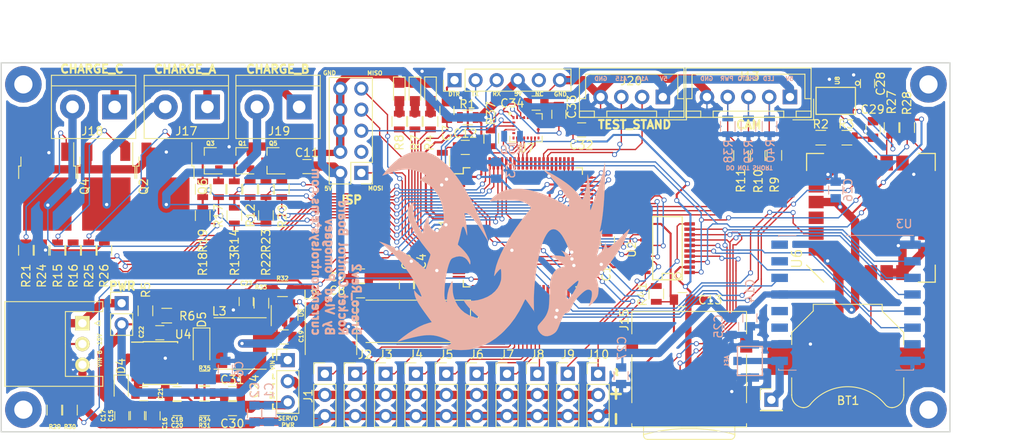
<source format=kicad_pcb>
(kicad_pcb (version 4) (host pcbnew 4.0.7)
  (layers (0 F.Cu signal) (31 B.Cu signal) (34 B.Paste user) (35 F.Paste user) (36 B.SilkS user) (37 F.SilkS user) (38 B.Mask user) (39 F.Mask user) (44 Edge.Cuts user))
  (net 0 "")
  (net 1 GND)
  (net 2 "Net-(AE1-Pad1)")
  (net 3 "Net-(BT1-Pad1)")
  (net 4 +5V)
  (net 5 "Net-(C4-Pad1)")
  (net 6 "Net-(C5-Pad1)")
  (net 7 /RESET)
  (net 8 /DTR)
  (net 9 "Net-(C12-Pad2)")
  (net 10 +3V3)
  (net 11 +BATT)
  (net 12 "Net-(D1-Pad2)")
  (net 13 "Net-(D2-Pad2)")
  (net 14 "Net-(D3-Pad2)")
  (net 15 "Net-(D4-Pad1)")
  (net 16 /SERVO1)
  (net 17 "Net-(J1-Pad2)")
  (net 18 /SERVO2)
  (net 19 /SERVO3)
  (net 20 /SERVO4)
  (net 21 /SERVO5)
  (net 22 /SERVO6)
  (net 23 /SERVO7)
  (net 24 /SERVO8)
  (net 25 /SERVO9)
  (net 26 /SERVO10)
  (net 27 /PROG_TX)
  (net 28 /PROG_RX)
  (net 29 /5V_MOSI)
  (net 30 /5V_SCK)
  (net 31 /5V_MISO)
  (net 32 "Net-(J13-Pad2)")
  (net 33 "Net-(J13-Pad3)")
  (net 34 "Net-(J15-Pad9)")
  (net 35 /3V_MISO)
  (net 36 /3V_SCK)
  (net 37 /3V_MOSI)
  (net 38 /3V_SD_NSS)
  (net 39 VCC)
  (net 40 "Net-(J16-Pad2)")
  (net 41 "Net-(J17-Pad2)")
  (net 42 "Net-(J18-Pad2)")
  (net 43 "Net-(J19-Pad2)")
  (net 44 "Net-(Q1-Pad1)")
  (net 45 "Net-(Q1-Pad3)")
  (net 46 "Net-(Q3-Pad1)")
  (net 47 "Net-(Q3-Pad3)")
  (net 48 "Net-(Q5-Pad1)")
  (net 49 "Net-(Q5-Pad3)")
  (net 50 /GPS_RXD)
  (net 51 "Net-(R2-Pad2)")
  (net 52 /LED_RED)
  (net 53 /VBAT)
  (net 54 /LED_YELLOW)
  (net 55 /LED_GREEN)
  (net 56 /CAM_LED)
  (net 57 /CAM_PWR)
  (net 58 /CAM_PHOTO)
  (net 59 /TEST_EN_A)
  (net 60 /TEST_READ_A)
  (net 61 /TEST_EN_C)
  (net 62 /TEST_READ_C)
  (net 63 /TEST_EN_B)
  (net 64 /TEST_READ_B)
  (net 65 /3V_SCL)
  (net 66 /3V_SDA)
  (net 67 /VBAT2)
  (net 68 /LORA_INT)
  (net 69 /GPS_INT)
  (net 70 /5V_SCL)
  (net 71 /5V_SDA)
  (net 72 /GPS_TXD)
  (net 73 /5V_SD_NSS)
  (net 74 /5V_LORA_NSS)
  (net 75 /ACCEL_INT1)
  (net 76 /ACCEL_INT2)
  (net 77 /MAGNET_INT1)
  (net 78 /5V_LORA_RST)
  (net 79 /3V_LORA_NSS)
  (net 80 /3V_LORA_RST)
  (net 81 "Net-(U8-Pad5)")
  (net 82 "Net-(C18-Pad1)")
  (net 83 "Net-(C20-Pad1)")
  (net 84 "Net-(C21-Pad1)")
  (net 85 "Net-(C22-Pad1)")
  (net 86 "Net-(C22-Pad2)")
  (net 87 "Net-(L2-Pad1)")
  (net 88 "Net-(R32-Pad2)")
  (net 89 "Net-(R34-Pad2)")
  (net 90 "Net-(J20-Pad2)")
  (net 91 "Net-(J20-Pad3)")
  (net 92 "Net-(C33-Pad1)")
  (net 93 "Net-(C34-Pad1)")
  (net 94 "Net-(R36-Pad1)")
  (net 95 "Net-(R37-Pad1)")
  (net 96 /FIRE_A)
  (net 97 /FIRE_C)
  (net 98 /FIRE_B)
  (net 99 /OE)
  (net 100 "Net-(J13-Pad4)")
  (net 101 "Net-(Q2-Pad1)")
  (net 102 "Net-(Q4-Pad1)")
  (net 103 "Net-(Q6-Pad1)")
  (module Connectors_JST:JST_XH_B05B-XH-A_05x2.50mm_Straight (layer F.Cu) (at 171.2214 80.3148 180)
    (fp_text reference J13 (at 4.9784 2.4892 180) (layer F.SilkS))
    (fp_text value Conn_01x05)
    (pad 1 thru_hole rect (at 0 0 180) (size 1.75 1.75) (drill 1) (layers *.Cu *.Mask) (net 4 +5V))
    (pad 2 thru_hole circle (at 2.5 0 180) (size 1.75 1.75) (drill 1) (layers *.Cu *.Mask) (net 32 "Net-(J13-Pad2)"))
    (pad 3 thru_hole circle (at 5 0 180) (size 1.75 1.75) (drill 1) (layers *.Cu *.Mask) (net 33 "Net-(J13-Pad3)"))
    (pad 4 thru_hole circle (at 7.5 0 180) (size 1.75 1.75) (drill 1) (layers *.Cu *.Mask) (net 100 "Net-(J13-Pad4)"))
    (pad 5 thru_hole circle (at 10 0 180) (size 1.75 1.75) (drill 1) (layers *.Cu *.Mask) (net 1 GND))
  )
  (module Battery_Holders:Keystone_3000_1x12mm-CoinCell (layer F.Cu) (at 178.181 112.141)
    (fp_text reference BT1 (at 0.0508 4.7498) (layer F.SilkS))
    (fp_text value Battery_Cell)
    (pad 1 smd rect (at -7.9 0) (size 3.5 3.3) (layers F.Cu F.Paste F.Mask) (net 3 "Net-(BT1-Pad1)"))
    (pad 1 smd rect (at 7.9 0) (size 3.5 3.3) (layers F.Cu F.Paste F.Mask) (net 3 "Net-(BT1-Pad1)"))
    (pad 2 smd rect (at 0 0) (size 4 4) (layers F.Cu F.Mask) (net 1 GND))
  )
  (module Crystals:Crystal_SMD_HC49-SD (layer F.Cu) (at 126.0348 107.3404 180)
    (fp_text reference Y1 (at -7.8232 -0.0508 180) (layer F.SilkS))
    (fp_text value 16MHz)
    (pad 1 smd rect (at -4.25 0 180) (size 4.5 2) (layers F.Cu F.Paste F.Mask) (net 5 "Net-(C4-Pad1)"))
    (pad 2 smd rect (at 4.25 0 180) (size 4.5 2) (layers F.Cu F.Paste F.Mask) (net 6 "Net-(C5-Pad1)"))
  )
  (module Connectors:microSD_Card_Receptacle_Wuerth_693072010801 (layer F.Cu) (at 159.0802 113.1062 180)
    (fp_text reference J15 (at 7.8232 5.9182 270) (layer F.SilkS))
    (fp_text value Micro_SD_Card)
    (pad 9 smd rect (at 6.875 -5.3 180) (size 1.45 2) (layers F.Cu F.Paste F.Mask) (net 34 "Net-(J15-Pad9)"))
    (pad 9 smd rect (at -6.875 -5.3 180) (size 1.45 2) (layers F.Cu F.Paste F.Mask) (net 34 "Net-(J15-Pad9)"))
    (pad 9 smd rect (at -6.875 3 180) (size 1.45 2) (layers F.Cu F.Paste F.Mask) (net 34 "Net-(J15-Pad9)"))
    (pad 9 smd rect (at 6.875 3 180) (size 1.45 2) (layers F.Cu F.Paste F.Mask) (net 34 "Net-(J15-Pad9)"))
    (pad 8 smd rect (at 4.5 -2.7 180) (size 0.8 1.5) (layers F.Cu F.Paste F.Mask))
    (pad 7 smd rect (at 3.4 -2.7 180) (size 0.8 1.5) (layers F.Cu F.Paste F.Mask) (net 35 /3V_MISO))
    (pad 6 smd rect (at 2.3 -2.7 180) (size 0.8 1.5) (layers F.Cu F.Paste F.Mask) (net 1 GND))
    (pad 5 smd rect (at 1.2 -2.7 180) (size 0.8 1.5) (layers F.Cu F.Paste F.Mask) (net 36 /3V_SCK))
    (pad 4 smd rect (at 0.1 -2.7 180) (size 0.8 1.5) (layers F.Cu F.Paste F.Mask) (net 10 +3V3))
    (pad 3 smd rect (at -1 -2.7 180) (size 0.8 1.5) (layers F.Cu F.Paste F.Mask) (net 37 /3V_MOSI))
    (pad 2 smd rect (at -2.1 -2.7 180) (size 0.8 1.5) (layers F.Cu F.Paste F.Mask) (net 38 /3V_SD_NSS))
    (pad 1 smd rect (at -3.2 -2.7 180) (size 0.8 1.5) (layers F.Cu F.Paste F.Mask))
  )
  (module SMD_Packages:SSOP-20 (layer F.Cu) (at 156.464 98.5266 90)
    (fp_text reference U2 (at -0.1524 -4.318 90) (layer F.SilkS))
    (fp_text value "LOGIC-TXS0108EPWR(TSSOP20)")
    (pad 1 smd rect (at -2.921 2.667 90) (size 0.4064 1.27) (layers F.Cu F.Paste F.Mask) (net 65 /3V_SCL))
    (pad 2 smd rect (at -2.286 2.667 90) (size 0.4064 1.27) (layers F.Cu F.Paste F.Mask) (net 10 +3V3))
    (pad 3 smd rect (at -1.6256 2.667 90) (size 0.4064 1.27) (layers F.Cu F.Paste F.Mask) (net 66 /3V_SDA))
    (pad 4 smd rect (at -0.9652 2.667 90) (size 0.4064 1.27) (layers F.Cu F.Paste F.Mask) (net 38 /3V_SD_NSS))
    (pad 5 smd rect (at -0.3302 2.667 90) (size 0.4064 1.27) (layers F.Cu F.Paste F.Mask) (net 80 /3V_LORA_RST))
    (pad 6 smd rect (at 0.3302 2.667 90) (size 0.4064 1.27) (layers F.Cu F.Paste F.Mask) (net 79 /3V_LORA_NSS))
    (pad 7 smd rect (at 0.9906 2.667 90) (size 0.4064 1.27) (layers F.Cu F.Paste F.Mask) (net 36 /3V_SCK))
    (pad 8 smd rect (at 1.6256 2.667 90) (size 0.4064 1.27) (layers F.Cu F.Paste F.Mask) (net 37 /3V_MOSI))
    (pad 9 smd rect (at 2.286 2.667 90) (size 0.4064 1.27) (layers F.Cu F.Paste F.Mask) (net 35 /3V_MISO))
    (pad 10 smd rect (at 2.921 2.667 90) (size 0.4064 1.27) (layers F.Cu F.Paste F.Mask) (net 99 /OE))
    (pad 11 smd rect (at 2.921 -2.667 90) (size 0.4064 1.27) (layers F.Cu F.Paste F.Mask) (net 1 GND))
    (pad 12 smd rect (at 2.286 -2.667 90) (size 0.4064 1.27) (layers F.Cu F.Paste F.Mask) (net 31 /5V_MISO))
    (pad 13 smd rect (at 1.6256 -2.667 90) (size 0.4064 1.27) (layers F.Cu F.Paste F.Mask) (net 29 /5V_MOSI))
    (pad 14 smd rect (at 0.9906 -2.667 90) (size 0.4064 1.27) (layers F.Cu F.Paste F.Mask) (net 30 /5V_SCK))
    (pad 15 smd rect (at 0.3302 -2.667 90) (size 0.4064 1.27) (layers F.Cu F.Paste F.Mask) (net 74 /5V_LORA_NSS))
    (pad 16 smd rect (at -0.3302 -2.667 90) (size 0.4064 1.27) (layers F.Cu F.Paste F.Mask) (net 78 /5V_LORA_RST))
    (pad 17 smd rect (at -0.9652 -2.667 90) (size 0.4064 1.27) (layers F.Cu F.Paste F.Mask) (net 73 /5V_SD_NSS))
    (pad 18 smd rect (at -1.6256 -2.667 90) (size 0.4064 1.27) (layers F.Cu F.Paste F.Mask) (net 71 /5V_SDA))
    (pad 19 smd rect (at -2.286 -2.667 90) (size 0.4064 1.27) (layers F.Cu F.Paste F.Mask) (net 4 +5V))
    (pad 20 smd rect (at -2.921 -2.667 90) (size 0.4064 1.27) (layers F.Cu F.Paste F.Mask) (net 70 /5V_SCL))
  )
  (module Housings_QFP:TQFP-100_14x14mm_Pitch0.5mm (layer F.Cu) (at 139.0396 96.012)
    (fp_text reference U1 (at -9.5504 -0.0254 90) (layer F.SilkS))
    (fp_text value ATMEGA2560-16AU)
    (pad 1 smd rect (at -7.7 -6) (size 1.5 0.3) (layers F.Cu F.Paste F.Mask))
    (pad 2 smd rect (at -7.7 -5.5) (size 1.5 0.3) (layers F.Cu F.Paste F.Mask) (net 28 /PROG_RX))
    (pad 3 smd rect (at -7.7 -5) (size 1.5 0.3) (layers F.Cu F.Paste F.Mask) (net 27 /PROG_TX))
    (pad 4 smd rect (at -7.7 -4.5) (size 1.5 0.3) (layers F.Cu F.Paste F.Mask))
    (pad 5 smd rect (at -7.7 -4) (size 1.5 0.3) (layers F.Cu F.Paste F.Mask))
    (pad 6 smd rect (at -7.7 -3.5) (size 1.5 0.3) (layers F.Cu F.Paste F.Mask) (net 68 /LORA_INT))
    (pad 7 smd rect (at -7.7 -3) (size 1.5 0.3) (layers F.Cu F.Paste F.Mask) (net 69 /GPS_INT))
    (pad 8 smd rect (at -7.7 -2.5) (size 1.5 0.3) (layers F.Cu F.Paste F.Mask))
    (pad 9 smd rect (at -7.7 -2) (size 1.5 0.3) (layers F.Cu F.Paste F.Mask))
    (pad 10 smd rect (at -7.7 -1.5) (size 1.5 0.3) (layers F.Cu F.Paste F.Mask) (net 4 +5V))
    (pad 11 smd rect (at -7.7 -1) (size 1.5 0.3) (layers F.Cu F.Paste F.Mask) (net 1 GND))
    (pad 12 smd rect (at -7.7 -0.5) (size 1.5 0.3) (layers F.Cu F.Paste F.Mask))
    (pad 13 smd rect (at -7.7 0) (size 1.5 0.3) (layers F.Cu F.Paste F.Mask))
    (pad 14 smd rect (at -7.7 0.5) (size 1.5 0.3) (layers F.Cu F.Paste F.Mask))
    (pad 15 smd rect (at -7.7 1) (size 1.5 0.3) (layers F.Cu F.Paste F.Mask) (net 52 /LED_RED))
    (pad 16 smd rect (at -7.7 1.5) (size 1.5 0.3) (layers F.Cu F.Paste F.Mask) (net 54 /LED_YELLOW))
    (pad 17 smd rect (at -7.7 2) (size 1.5 0.3) (layers F.Cu F.Paste F.Mask) (net 55 /LED_GREEN))
    (pad 18 smd rect (at -7.7 2.5) (size 1.5 0.3) (layers F.Cu F.Paste F.Mask))
    (pad 19 smd rect (at -7.7 3) (size 1.5 0.3) (layers F.Cu F.Paste F.Mask))
    (pad 20 smd rect (at -7.7 3.5) (size 1.5 0.3) (layers F.Cu F.Paste F.Mask) (net 30 /5V_SCK))
    (pad 21 smd rect (at -7.7 4) (size 1.5 0.3) (layers F.Cu F.Paste F.Mask) (net 29 /5V_MOSI))
    (pad 22 smd rect (at -7.7 4.5) (size 1.5 0.3) (layers F.Cu F.Paste F.Mask) (net 31 /5V_MISO))
    (pad 23 smd rect (at -7.7 5) (size 1.5 0.3) (layers F.Cu F.Paste F.Mask))
    (pad 24 smd rect (at -7.7 5.5) (size 1.5 0.3) (layers F.Cu F.Paste F.Mask))
    (pad 25 smd rect (at -7.7 6) (size 1.5 0.3) (layers F.Cu F.Paste F.Mask))
    (pad 26 smd rect (at -6 7.7 90) (size 1.5 0.3) (layers F.Cu F.Paste F.Mask))
    (pad 27 smd rect (at -5.5 7.7 90) (size 1.5 0.3) (layers F.Cu F.Paste F.Mask))
    (pad 28 smd rect (at -5 7.7 90) (size 1.5 0.3) (layers F.Cu F.Paste F.Mask))
    (pad 29 smd rect (at -4.5 7.7 90) (size 1.5 0.3) (layers F.Cu F.Paste F.Mask))
    (pad 30 smd rect (at -4 7.7 90) (size 1.5 0.3) (layers F.Cu F.Paste F.Mask) (net 7 /RESET))
    (pad 31 smd rect (at -3.5 7.7 90) (size 1.5 0.3) (layers F.Cu F.Paste F.Mask) (net 4 +5V))
    (pad 32 smd rect (at -3 7.7 90) (size 1.5 0.3) (layers F.Cu F.Paste F.Mask) (net 1 GND))
    (pad 33 smd rect (at -2.5 7.7 90) (size 1.5 0.3) (layers F.Cu F.Paste F.Mask) (net 5 "Net-(C4-Pad1)"))
    (pad 34 smd rect (at -2 7.7 90) (size 1.5 0.3) (layers F.Cu F.Paste F.Mask) (net 6 "Net-(C5-Pad1)"))
    (pad 35 smd rect (at -1.5 7.7 90) (size 1.5 0.3) (layers F.Cu F.Paste F.Mask) (net 16 /SERVO1))
    (pad 36 smd rect (at -1 7.7 90) (size 1.5 0.3) (layers F.Cu F.Paste F.Mask) (net 18 /SERVO2))
    (pad 37 smd rect (at -0.5 7.7 90) (size 1.5 0.3) (layers F.Cu F.Paste F.Mask) (net 19 /SERVO3))
    (pad 38 smd rect (at 0 7.7 90) (size 1.5 0.3) (layers F.Cu F.Paste F.Mask) (net 20 /SERVO4))
    (pad 39 smd rect (at 0.5 7.7 90) (size 1.5 0.3) (layers F.Cu F.Paste F.Mask) (net 21 /SERVO5))
    (pad 40 smd rect (at 1 7.7 90) (size 1.5 0.3) (layers F.Cu F.Paste F.Mask) (net 22 /SERVO6))
    (pad 41 smd rect (at 1.5 7.7 90) (size 1.5 0.3) (layers F.Cu F.Paste F.Mask) (net 23 /SERVO7))
    (pad 42 smd rect (at 2 7.7 90) (size 1.5 0.3) (layers F.Cu F.Paste F.Mask) (net 24 /SERVO8))
    (pad 43 smd rect (at 2.5 7.7 90) (size 1.5 0.3) (layers F.Cu F.Paste F.Mask) (net 70 /5V_SCL))
    (pad 44 smd rect (at 3 7.7 90) (size 1.5 0.3) (layers F.Cu F.Paste F.Mask) (net 71 /5V_SDA))
    (pad 45 smd rect (at 3.5 7.7 90) (size 1.5 0.3) (layers F.Cu F.Paste F.Mask) (net 72 /GPS_TXD))
    (pad 46 smd rect (at 4 7.7 90) (size 1.5 0.3) (layers F.Cu F.Paste F.Mask) (net 51 "Net-(R2-Pad2)"))
    (pad 47 smd rect (at 4.5 7.7 90) (size 1.5 0.3) (layers F.Cu F.Paste F.Mask))
    (pad 48 smd rect (at 5 7.7 90) (size 1.5 0.3) (layers F.Cu F.Paste F.Mask))
    (pad 49 smd rect (at 5.5 7.7 90) (size 1.5 0.3) (layers F.Cu F.Paste F.Mask))
    (pad 50 smd rect (at 6 7.7 90) (size 1.5 0.3) (layers F.Cu F.Paste F.Mask))
    (pad 51 smd rect (at 7.7 6) (size 1.5 0.3) (layers F.Cu F.Paste F.Mask) (net 25 /SERVO9))
    (pad 52 smd rect (at 7.7 5.5) (size 1.5 0.3) (layers F.Cu F.Paste F.Mask) (net 26 /SERVO10))
    (pad 53 smd rect (at 7.7 5) (size 1.5 0.3) (layers F.Cu F.Paste F.Mask))
    (pad 54 smd rect (at 7.7 4.5) (size 1.5 0.3) (layers F.Cu F.Paste F.Mask) (net 99 /OE))
    (pad 55 smd rect (at 7.7 4) (size 1.5 0.3) (layers F.Cu F.Paste F.Mask))
    (pad 56 smd rect (at 7.7 3.5) (size 1.5 0.3) (layers F.Cu F.Paste F.Mask))
    (pad 57 smd rect (at 7.7 3) (size 1.5 0.3) (layers F.Cu F.Paste F.Mask))
    (pad 58 smd rect (at 7.7 2.5) (size 1.5 0.3) (layers F.Cu F.Paste F.Mask))
    (pad 59 smd rect (at 7.7 2) (size 1.5 0.3) (layers F.Cu F.Paste F.Mask))
    (pad 60 smd rect (at 7.7 1.5) (size 1.5 0.3) (layers F.Cu F.Paste F.Mask))
    (pad 61 smd rect (at 7.7 1) (size 1.5 0.3) (layers F.Cu F.Paste F.Mask) (net 4 +5V))
    (pad 62 smd rect (at 7.7 0.5) (size 1.5 0.3) (layers F.Cu F.Paste F.Mask) (net 1 GND))
    (pad 63 smd rect (at 7.7 0) (size 1.5 0.3) (layers F.Cu F.Paste F.Mask))
    (pad 64 smd rect (at 7.7 -0.5) (size 1.5 0.3) (layers F.Cu F.Paste F.Mask))
    (pad 65 smd rect (at 7.7 -1) (size 1.5 0.3) (layers F.Cu F.Paste F.Mask))
    (pad 66 smd rect (at 7.7 -1.5) (size 1.5 0.3) (layers F.Cu F.Paste F.Mask) (net 56 /CAM_LED))
    (pad 67 smd rect (at 7.7 -2) (size 1.5 0.3) (layers F.Cu F.Paste F.Mask) (net 58 /CAM_PHOTO))
    (pad 68 smd rect (at 7.7 -2.5) (size 1.5 0.3) (layers F.Cu F.Paste F.Mask) (net 57 /CAM_PWR))
    (pad 69 smd rect (at 7.7 -3) (size 1.5 0.3) (layers F.Cu F.Paste F.Mask))
    (pad 70 smd rect (at 7.7 -3.5) (size 1.5 0.3) (layers F.Cu F.Paste F.Mask))
    (pad 71 smd rect (at 7.7 -4) (size 1.5 0.3) (layers F.Cu F.Paste F.Mask) (net 73 /5V_SD_NSS))
    (pad 72 smd rect (at 7.7 -4.5) (size 1.5 0.3) (layers F.Cu F.Paste F.Mask) (net 74 /5V_LORA_NSS))
    (pad 73 smd rect (at 7.7 -5) (size 1.5 0.3) (layers F.Cu F.Paste F.Mask) (net 61 /TEST_EN_C))
    (pad 74 smd rect (at 7.7 -5.5) (size 1.5 0.3) (layers F.Cu F.Paste F.Mask) (net 63 /TEST_EN_B))
    (pad 75 smd rect (at 7.7 -6) (size 1.5 0.3) (layers F.Cu F.Paste F.Mask) (net 59 /TEST_EN_A))
    (pad 76 smd rect (at 6 -7.7 90) (size 1.5 0.3) (layers F.Cu F.Paste F.Mask) (net 97 /FIRE_C))
    (pad 77 smd rect (at 5.5 -7.7 90) (size 1.5 0.3) (layers F.Cu F.Paste F.Mask) (net 98 /FIRE_B))
    (pad 78 smd rect (at 5 -7.7 90) (size 1.5 0.3) (layers F.Cu F.Paste F.Mask) (net 96 /FIRE_A))
    (pad 79 smd rect (at 4.5 -7.7 90) (size 1.5 0.3) (layers F.Cu F.Paste F.Mask))
    (pad 80 smd rect (at 4 -7.7 90) (size 1.5 0.3) (layers F.Cu F.Paste F.Mask) (net 4 +5V))
    (pad 81 smd rect (at 3.5 -7.7 90) (size 1.5 0.3) (layers F.Cu F.Paste F.Mask) (net 1 GND))
    (pad 82 smd rect (at 3 -7.7 90) (size 1.5 0.3) (layers F.Cu F.Paste F.Mask) (net 91 "Net-(J20-Pad3)"))
    (pad 83 smd rect (at 2.5 -7.7 90) (size 1.5 0.3) (layers F.Cu F.Paste F.Mask) (net 90 "Net-(J20-Pad2)"))
    (pad 84 smd rect (at 2 -7.7 90) (size 1.5 0.3) (layers F.Cu F.Paste F.Mask))
    (pad 85 smd rect (at 1.5 -7.7 90) (size 1.5 0.3) (layers F.Cu F.Paste F.Mask))
    (pad 86 smd rect (at 1 -7.7 90) (size 1.5 0.3) (layers F.Cu F.Paste F.Mask))
    (pad 87 smd rect (at 0.5 -7.7 90) (size 1.5 0.3) (layers F.Cu F.Paste F.Mask) (net 76 /ACCEL_INT2))
    (pad 88 smd rect (at 0 -7.7 90) (size 1.5 0.3) (layers F.Cu F.Paste F.Mask) (net 75 /ACCEL_INT1))
    (pad 89 smd rect (at -0.5 -7.7 90) (size 1.5 0.3) (layers F.Cu F.Paste F.Mask) (net 77 /MAGNET_INT1))
    (pad 90 smd rect (at -1 -7.7 90) (size 1.5 0.3) (layers F.Cu F.Paste F.Mask))
    (pad 91 smd rect (at -1.5 -7.7 90) (size 1.5 0.3) (layers F.Cu F.Paste F.Mask))
    (pad 92 smd rect (at -2 -7.7 90) (size 1.5 0.3) (layers F.Cu F.Paste F.Mask) (net 78 /5V_LORA_RST))
    (pad 93 smd rect (at -2.5 -7.7 90) (size 1.5 0.3) (layers F.Cu F.Paste F.Mask) (net 67 /VBAT2))
    (pad 94 smd rect (at -3 -7.7 90) (size 1.5 0.3) (layers F.Cu F.Paste F.Mask) (net 53 /VBAT))
    (pad 95 smd rect (at -3.5 -7.7 90) (size 1.5 0.3) (layers F.Cu F.Paste F.Mask) (net 62 /TEST_READ_C))
    (pad 96 smd rect (at -4 -7.7 90) (size 1.5 0.3) (layers F.Cu F.Paste F.Mask) (net 64 /TEST_READ_B))
    (pad 97 smd rect (at -4.5 -7.7 90) (size 1.5 0.3) (layers F.Cu F.Paste F.Mask) (net 60 /TEST_READ_A))
    (pad 98 smd rect (at -5 -7.7 90) (size 1.5 0.3) (layers F.Cu F.Paste F.Mask) (net 4 +5V))
    (pad 99 smd rect (at -5.5 -7.7 90) (size 1.5 0.3) (layers F.Cu F.Paste F.Mask) (net 1 GND))
    (pad 100 smd rect (at -6 -7.7 90) (size 1.5 0.3) (layers F.Cu F.Paste F.Mask) (net 9 "Net-(C12-Pad2)"))
  )
  (module Connectors_JST:JST_XH_B04B-XH-A_04x2.50mm_Straight (layer F.Cu) (at 155.9052 80.3148 180)
    (fp_text reference J20 (at 3.81 1.9304 180) (layer F.SilkS))
    (fp_text value Conn_01x04)
    (pad 1 thru_hole rect (at 0 0 180) (size 1.75 1.75) (drill 1) (layers *.Cu *.Mask) (net 4 +5V))
    (pad 2 thru_hole circle (at 2.5 0 180) (size 1.75 1.75) (drill 1) (layers *.Cu *.Mask) (net 90 "Net-(J20-Pad2)"))
    (pad 3 thru_hole circle (at 5 0 180) (size 1.75 1.75) (drill 1) (layers *.Cu *.Mask) (net 91 "Net-(J20-Pad3)"))
    (pad 4 thru_hole circle (at 7.5 0 180) (size 1.75 1.75) (drill 1) (layers *.Cu *.Mask) (net 1 GND))
  )
  (module Capacitors_SMD:C_0805 (layer F.Cu) (at 105.7148 104.9528 270)
    (fp_text reference C23 (at -2.1844 0 360) (layer F.SilkS) (effects (font (size 0.5 0.5) (thickness 0.125))))
    (fp_text value 22uF)
    (pad 1 smd rect (at -1 0 270) (size 1 1.25) (layers F.Cu F.Paste F.Mask) (net 10 +3V3))
    (pad 2 smd rect (at 1 0 270) (size 1 1.25) (layers F.Cu F.Paste F.Mask) (net 1 GND))
  )
  (module Mounting_Holes:MountingHole_2.2mm_M2_Pad (layer F.Cu) (at 187.9092 78.7908)
    (fp_text reference MH2 hide)
    (fp_text value MountingHole_2.2mm_M2_Pad)
    (pad 1 thru_hole circle (at 0 0) (size 4.4 4.4) (drill 2.2) (layers *.Cu *.Mask))
  )
  (module Mounting_Holes:MountingHole_2.2mm_M2_Pad (layer F.Cu) (at 187.9092 117.983)
    (fp_text reference MH3 hide)
    (fp_text value MountingHole_2.2mm_M2_Pad)
    (pad 1 thru_hole circle (at 0 0) (size 4.4 4.4) (drill 2.2) (layers *.Cu *.Mask))
  )
  (module Mounting_Holes:MountingHole_2.2mm_M2_Pad (layer F.Cu) (at 78.867 117.983)
    (fp_text reference MH4 hide)
    (fp_text value MountingHole_2.2mm_M2_Pad)
    (pad 1 thru_hole circle (at 0 0) (size 4.4 4.4) (drill 2.2) (layers *.Cu *.Mask))
  )
  (module TO_SOT_Packages_SMD:SOT-23 (layer F.Cu) (at 101.4222 87.9983 180)
    (fp_text reference Q3 (at 0.0254 2.0955 180) (layer F.SilkS) (effects (font (size 0.5 0.5) (thickness 0.125))))
    (fp_text value BC817)
    (pad 1 smd rect (at -1 -0.95 180) (size 0.9 0.8) (layers F.Cu F.Paste F.Mask) (net 46 "Net-(Q3-Pad1)"))
    (pad 2 smd rect (at -1 0.95 180) (size 0.9 0.8) (layers F.Cu F.Paste F.Mask) (net 1 GND))
    (pad 3 smd rect (at 1 0 180) (size 0.9 0.8) (layers F.Cu F.Paste F.Mask) (net 47 "Net-(Q3-Pad3)"))
  )
  (module TO_SOT_Packages_SMD:SOT-23 (layer F.Cu) (at 108.9787 87.9983 180)
    (fp_text reference Q5 (at 0.0127 2.0955 180) (layer F.SilkS) (effects (font (size 0.5 0.5) (thickness 0.125))))
    (fp_text value BC817)
    (pad 1 smd rect (at -1 -0.95 180) (size 0.9 0.8) (layers F.Cu F.Paste F.Mask) (net 48 "Net-(Q5-Pad1)"))
    (pad 2 smd rect (at -1 0.95 180) (size 0.9 0.8) (layers F.Cu F.Paste F.Mask) (net 1 GND))
    (pad 3 smd rect (at 1 0 180) (size 0.9 0.8) (layers F.Cu F.Paste F.Mask) (net 49 "Net-(Q5-Pad3)"))
  )
  (module Current_Control_Systems:SAM-M8Q (layer F.Cu) (at 180.975 94.869 90)
    (fp_text reference U6 (at -4.9276 -8.9154 90) (layer F.SilkS) (effects (font (size 1.2 1.2))))
    (fp_text value SAM-M8Q)
    (pad 1 smd rect (at -6.6 -3.8 180) (size 1.5 1.8) (layers F.Cu F.Paste F.Mask) (net 1 GND))
    (pad 2 smd rect (at -6.6 -1.9 180) (size 1.5 1.8) (layers F.Cu F.Paste F.Mask) (net 10 +3V3))
    (pad 3 smd rect (at -6.6 0 180) (size 1.5 1.8) (layers F.Cu F.Paste F.Mask) (net 3 "Net-(BT1-Pad1)"))
    (pad 4 smd rect (at -6.6 1.9 180) (size 1.5 1.8) (layers F.Cu F.Paste F.Mask) (net 1 GND))
    (pad 5 smd rect (at -6.6 3.8 180) (size 1.5 1.8) (layers F.Cu F.Paste F.Mask) (net 1 GND))
    (pad 6 smd rect (at -3.8 6.6 90) (size 1.5 1.8) (layers F.Cu F.Paste F.Mask) (net 1 GND))
    (pad 7 smd rect (at -1.9 6.6 90) (size 1.5 1.8) (layers F.Cu F.Paste F.Mask))
    (pad 8 smd rect (at 0 6.6 90) (size 1.5 1.8) (layers F.Cu F.Paste F.Mask))
    (pad 9 smd rect (at 1.9 6.6 90) (size 1.5 1.8) (layers F.Cu F.Paste F.Mask) (net 66 /3V_SDA))
    (pad 10 smd rect (at 3.8 6.6 90) (size 1.5 1.8) (layers F.Cu F.Paste F.Mask) (net 1 GND))
    (pad 11 smd rect (at 6.6 3.8 180) (size 1.5 1.8) (layers F.Cu F.Paste F.Mask) (net 1 GND))
    (pad 12 smd rect (at 6.6 1.9 180) (size 1.5 1.8) (layers F.Cu F.Paste F.Mask) (net 65 /3V_SCL))
    (pad 13 smd rect (at 6.6 0 180) (size 1.5 1.8) (layers F.Cu F.Paste F.Mask) (net 72 /GPS_TXD))
    (pad 14 smd rect (at 6.6 -1.9 180) (size 1.5 1.8) (layers F.Cu F.Paste F.Mask) (net 50 /GPS_RXD))
    (pad 15 smd rect (at 6.6 -3.8 180) (size 1.5 1.8) (layers F.Cu F.Paste F.Mask) (net 1 GND))
    (pad 16 smd rect (at 3.8 -6.6 90) (size 1.5 1.8) (layers F.Cu F.Paste F.Mask) (net 1 GND))
    (pad 17 smd rect (at 1.9 -6.6 90) (size 1.5 1.8) (layers F.Cu F.Paste F.Mask) (net 10 +3V3))
    (pad 18 smd rect (at 0 -6.6 90) (size 1.5 1.8) (layers F.Cu F.Paste F.Mask))
    (pad 19 smd rect (at -1.9 -6.6 90) (size 1.5 1.8) (layers F.Cu F.Paste F.Mask) (net 69 /GPS_INT))
    (pad 20 smd rect (at -3.8 -6.6 90) (size 1.5 1.8) (layers F.Cu F.Paste F.Mask) (net 1 GND))
  )
  (module Current_Control_Systems:U.FL-R-SMT (layer B.Cu) (at 166.3954 112.1156 90)
    (fp_text reference AE1 (at -0.0254 -2.794 90) (layer B.SilkS) (effects (font (size 0.5 0.5) (thickness 0.125)) (justify mirror)))
    (fp_text value Antenna_Shield)
    (pad 2 smd trapezoid (at -2 0 90) (size 1 2.2) (layers B.Cu B.Paste B.Mask) (net 1 GND))
    (pad 2 smd trapezoid (at 2 0 90) (size 1 2.2) (layers B.Cu B.Paste B.Mask) (net 1 GND))
    (pad 1 smd trapezoid (at 0 -1.5 90) (size 1 1) (layers B.Cu B.Paste B.Mask) (net 2 "Net-(AE1-Pad1)"))
  )
  (module Capacitors_SMD:C_0805 (layer B.Cu) (at 108.458 118.4656 270)
    (fp_text reference C1 (at -2.794 0 270) (layer B.SilkS) (effects (justify mirror)))
    (fp_text value 100nF)
    (pad 1 smd rect (at -1 0 270) (size 1 1.25) (layers B.Cu B.Paste B.Mask) (net 4 +5V))
    (pad 2 smd rect (at 1 0 270) (size 1 1.25) (layers B.Cu B.Paste B.Mask) (net 1 GND))
  )
  (module Capacitors_SMD:C_0805 (layer B.Cu) (at 106.7054 118.491 270)
    (fp_text reference C2 (at -2.8702 -0.0508 270) (layer B.SilkS) (effects (justify mirror)))
    (fp_text value 100nF)
    (pad 1 smd rect (at -1 0 270) (size 1 1.25) (layers B.Cu B.Paste B.Mask) (net 4 +5V))
    (pad 2 smd rect (at 1 0 270) (size 1 1.25) (layers B.Cu B.Paste B.Mask) (net 1 GND))
  )
  (module Capacitors_SMD:C_0805 (layer B.Cu) (at 135.8138 89.154 90)
    (fp_text reference C3 (at 0 1.778 90) (layer B.SilkS) (effects (justify mirror)))
    (fp_text value 100nF)
    (pad 1 smd rect (at -1 0 90) (size 1 1.25) (layers B.Cu B.Paste B.Mask) (net 4 +5V))
    (pad 2 smd rect (at 1 0 90) (size 1 1.25) (layers B.Cu B.Paste B.Mask) (net 1 GND))
  )
  (module Capacitors_SMD:C_0805 (layer F.Cu) (at 126.8476 102.9208 90)
    (fp_text reference C4 (at 2.794 0 90) (layer F.SilkS))
    (fp_text value 22pF)
    (pad 1 smd rect (at -1 0 90) (size 1 1.25) (layers F.Cu F.Paste F.Mask) (net 5 "Net-(C4-Pad1)"))
    (pad 2 smd rect (at 1 0 90) (size 1 1.25) (layers F.Cu F.Paste F.Mask) (net 1 GND))
  )
  (module Capacitors_SMD:C_0805 (layer F.Cu) (at 125.0188 102.9208 90)
    (fp_text reference C5 (at 2.7432 0 90) (layer F.SilkS))
    (fp_text value 22pF)
    (pad 1 smd rect (at -1 0 90) (size 1 1.25) (layers F.Cu F.Paste F.Mask) (net 6 "Net-(C5-Pad1)"))
    (pad 2 smd rect (at 1 0 90) (size 1 1.25) (layers F.Cu F.Paste F.Mask) (net 1 GND))
  )
  (module Capacitors_SMD:C_0805 (layer B.Cu) (at 103.2002 113.1062 90)
    (fp_text reference C6 (at 0.0254 1.651 90) (layer B.SilkS) (effects (justify mirror)))
    (fp_text value 100nF)
    (pad 1 smd rect (at -1 0 90) (size 1 1.25) (layers B.Cu B.Paste B.Mask) (net 4 +5V))
    (pad 2 smd rect (at 1 0 90) (size 1 1.25) (layers B.Cu B.Paste B.Mask) (net 1 GND))
  )
  (module Capacitors_SMD:C_0805 (layer F.Cu) (at 129.8956 81.9404 90)
    (fp_text reference C7 (at -2.7178 0 90) (layer F.SilkS))
    (fp_text value 100nF)
    (pad 1 smd rect (at -1 0 90) (size 1 1.25) (layers F.Cu F.Paste F.Mask) (net 7 /RESET))
    (pad 2 smd rect (at 1 0 90) (size 1 1.25) (layers F.Cu F.Paste F.Mask) (net 8 /DTR))
  )
  (module Capacitors_SMD:C_0805 (layer F.Cu) (at 119.4816 103.6574)
    (fp_text reference C8 (at -2.794 -0.0254) (layer F.SilkS))
    (fp_text value 100nF)
    (pad 1 smd rect (at -1 0) (size 1 1.25) (layers F.Cu F.Paste F.Mask) (net 4 +5V))
    (pad 2 smd rect (at 1 0) (size 1 1.25) (layers F.Cu F.Paste F.Mask) (net 1 GND))
  )
  (module Capacitors_SMD:C_0805 (layer F.Cu) (at 149.225 97.6376 90)
    (fp_text reference C10 (at -3.4544 -0.127 90) (layer F.SilkS))
    (fp_text value 100nF)
    (pad 1 smd rect (at -1 0 90) (size 1 1.25) (layers F.Cu F.Paste F.Mask) (net 4 +5V))
    (pad 2 smd rect (at 1 0 90) (size 1 1.25) (layers F.Cu F.Paste F.Mask) (net 1 GND))
  )
  (module Capacitors_SMD:C_0805 (layer F.Cu) (at 132.1054 86.3854 180)
    (fp_text reference C12 (at 0 1.6764 180) (layer F.SilkS))
    (fp_text value 100nF)
    (pad 1 smd rect (at -1 0 180) (size 1 1.25) (layers F.Cu F.Paste F.Mask) (net 1 GND))
    (pad 2 smd rect (at 1 0 180) (size 1 1.25) (layers F.Cu F.Paste F.Mask) (net 9 "Net-(C12-Pad2)"))
  )
  (module Capacitors_SMD:C_0805 (layer F.Cu) (at 158.242 104.7242 180)
    (fp_text reference C13 (at -3.3782 -0.0508 180) (layer F.SilkS))
    (fp_text value 100nF)
    (pad 1 smd rect (at -1 0 180) (size 1 1.25) (layers F.Cu F.Paste F.Mask) (net 10 +3V3))
    (pad 2 smd rect (at 1 0 180) (size 1 1.25) (layers F.Cu F.Paste F.Mask) (net 1 GND))
  )
  (module Capacitors_SMD:C_0805 (layer B.Cu) (at 166.3954 106.934 270)
    (fp_text reference C14 (at -3.2512 -0.0254 270) (layer B.SilkS) (effects (justify mirror)))
    (fp_text value 100nF)
    (pad 1 smd rect (at -1 0 270) (size 1 1.25) (layers B.Cu B.Paste B.Mask) (net 10 +3V3))
    (pad 2 smd rect (at 1 0 270) (size 1 1.25) (layers B.Cu B.Paste B.Mask) (net 1 GND))
  )
  (module Capacitors_SMD:C_0805 (layer F.Cu) (at 92.6084 118.6942 270)
    (fp_text reference C15 (at 0.0254 3.2004 270) (layer F.SilkS) (effects (font (size 0.5 0.5) (thickness 0.125))))
    (fp_text value 100nF)
    (pad 1 smd rect (at -1 0 270) (size 1 1.25) (layers F.Cu F.Paste F.Mask) (net 11 +BATT))
    (pad 2 smd rect (at 1 0 270) (size 1 1.25) (layers F.Cu F.Paste F.Mask) (net 1 GND))
  )
  (module Capacitors_SMD:C_0805 (layer F.Cu) (at 94.488 118.7196 270)
    (fp_text reference C16 (at 0.9144 -1.4224 270) (layer F.SilkS) (effects (font (size 0.5 0.5) (thickness 0.125))))
    (fp_text value 22uF)
    (pad 1 smd rect (at -1 0 270) (size 1 1.25) (layers F.Cu F.Paste F.Mask) (net 11 +BATT))
    (pad 2 smd rect (at 1 0 270) (size 1 1.25) (layers F.Cu F.Paste F.Mask) (net 1 GND))
  )
  (module Capacitors_SMD:C_0805 (layer F.Cu) (at 97.3836 116.0526 180)
    (fp_text reference C18 (at 0 -3.1242 180) (layer F.SilkS) (effects (font (size 0.5 0.5) (thickness 0.125))))
    (fp_text value "120pF 50V")
    (pad 1 smd rect (at -1 0 180) (size 1 1.25) (layers F.Cu F.Paste F.Mask) (net 82 "Net-(C18-Pad1)"))
    (pad 2 smd rect (at 1 0 180) (size 1 1.25) (layers F.Cu F.Paste F.Mask) (net 1 GND))
  )
  (module Capacitors_SMD:C_0805 (layer F.Cu) (at 97.3836 117.856 180)
    (fp_text reference C20 (at 0 -2.032 180) (layer F.SilkS) (effects (font (size 0.5 0.5) (thickness 0.125))))
    (fp_text value "6.8nF 50V")
    (pad 1 smd rect (at -1 0 180) (size 1 1.25) (layers F.Cu F.Paste F.Mask) (net 83 "Net-(C20-Pad1)"))
    (pad 2 smd rect (at 1 0 180) (size 1 1.25) (layers F.Cu F.Paste F.Mask) (net 1 GND))
  )
  (module Capacitors_SMD:C_0805 (layer F.Cu) (at 106.7308 118.4148 270)
    (fp_text reference C24 (at -3.2512 0.0254 270) (layer F.SilkS))
    (fp_text value 10uF)
    (pad 1 smd rect (at -1 0 270) (size 1 1.25) (layers F.Cu F.Paste F.Mask) (net 4 +5V))
    (pad 2 smd rect (at 1 0 270) (size 1 1.25) (layers F.Cu F.Paste F.Mask) (net 1 GND))
  )
  (module Capacitors_SMD:C_0805 (layer B.Cu) (at 164.1856 107.9754 270)
    (fp_text reference C25 (at -0.0254 1.5748 270) (layer B.SilkS) (effects (justify mirror)))
    (fp_text value 100nF)
    (pad 1 smd rect (at -1 0 270) (size 1 1.25) (layers B.Cu B.Paste B.Mask) (net 10 +3V3))
    (pad 2 smd rect (at 1 0 270) (size 1 1.25) (layers B.Cu B.Paste B.Mask) (net 1 GND))
  )
  (module Capacitors_SMD:C_0805 (layer B.Cu) (at 176.7332 91.5162 90)
    (fp_text reference C26 (at 0 1.5 90) (layer B.SilkS) (effects (justify mirror)))
    (fp_text value 100nF)
    (pad 1 smd rect (at -1 0 90) (size 1 1.25) (layers B.Cu B.Paste B.Mask) (net 10 +3V3))
    (pad 2 smd rect (at 1 0 90) (size 1 1.25) (layers B.Cu B.Paste B.Mask) (net 1 GND))
  )
  (module Capacitors_SMD:C_0805 (layer B.Cu) (at 150.876 113.8936 270)
    (fp_text reference C27 (at -3.3274 -0.1016 270) (layer B.SilkS) (effects (justify mirror)))
    (fp_text value 100nF)
    (pad 1 smd rect (at -1 0 270) (size 1 1.25) (layers B.Cu B.Paste B.Mask) (net 10 +3V3))
    (pad 2 smd rect (at 1 0 270) (size 1 1.25) (layers B.Cu B.Paste B.Mask) (net 1 GND))
  )
  (module Capacitors_SMD:C_0805 (layer F.Cu) (at 180.5686 78.6892 90)
    (fp_text reference C28 (at -0.0254 1.5748 90) (layer F.SilkS))
    (fp_text value 100nF)
    (pad 1 smd rect (at -1 0 90) (size 1 1.25) (layers F.Cu F.Paste F.Mask) (net 10 +3V3))
    (pad 2 smd rect (at 1 0 90) (size 1 1.25) (layers F.Cu F.Paste F.Mask) (net 1 GND))
  )
  (module Capacitors_SMD:C_0805 (layer F.Cu) (at 181.229 84.2264 270)
    (fp_text reference C29 (at -2.413 0.0508 360) (layer F.SilkS))
    (fp_text value 100nF)
    (pad 1 smd rect (at -1 0 270) (size 1 1.25) (layers F.Cu F.Paste F.Mask) (net 10 +3V3))
    (pad 2 smd rect (at 1 0 270) (size 1 1.25) (layers F.Cu F.Paste F.Mask) (net 1 GND))
  )
  (module LEDs:LED_0805 (layer F.Cu) (at 127.9144 79.7052 270)
    (fp_text reference D1 hide)
    (fp_text value LED)
    (pad 2 smd rect (at 1.1 0 90) (size 1.2 1.2) (layers F.Cu F.Paste F.Mask) (net 12 "Net-(D1-Pad2)"))
    (pad 1 smd rect (at -1.1 0 90) (size 1.2 1.2) (layers F.Cu F.Paste F.Mask) (net 1 GND))
  )
  (module LEDs:LED_0805 (layer F.Cu) (at 126.0348 79.7052 270)
    (fp_text reference D2 hide)
    (fp_text value LED)
    (pad 2 smd rect (at 1.1 0 90) (size 1.2 1.2) (layers F.Cu F.Paste F.Mask) (net 13 "Net-(D2-Pad2)"))
    (pad 1 smd rect (at -1.1 0 90) (size 1.2 1.2) (layers F.Cu F.Paste F.Mask) (net 1 GND))
  )
  (module LEDs:LED_0805 (layer F.Cu) (at 124.1552 79.7052 270)
    (fp_text reference D3 hide)
    (fp_text value LED)
    (pad 2 smd rect (at 1.1 0 90) (size 1.2 1.2) (layers F.Cu F.Paste F.Mask) (net 14 "Net-(D3-Pad2)"))
    (pad 1 smd rect (at -1.1 0 90) (size 1.2 1.2) (layers F.Cu F.Paste F.Mask) (net 1 GND))
  )
  (module Pin_Headers:Pin_Header_Straight_1x03_Pitch2.54mm (layer F.Cu) (at 115.189 113.665)
    (fp_text reference J1 (at -2.0066 2.667 90) (layer F.SilkS))
    (fp_text value Conn_01x03)
    (pad 1 thru_hole rect (at 0 0) (size 1.7 1.7) (drill 1) (layers *.Cu *.Mask) (net 16 /SERVO1))
    (pad 2 thru_hole oval (at 0 2.54) (size 1.7 1.7) (drill 1) (layers *.Cu *.Mask) (net 17 "Net-(J1-Pad2)"))
    (pad 3 thru_hole oval (at 0 5.08) (size 1.7 1.7) (drill 1) (layers *.Cu *.Mask) (net 1 GND))
  )
  (module Pin_Headers:Pin_Header_Straight_1x03_Pitch2.54mm (layer F.Cu) (at 118.8466 113.665)
    (fp_text reference J2 (at 1.1684 -2.3114) (layer F.SilkS))
    (fp_text value Conn_01x03)
    (pad 1 thru_hole rect (at 0 0) (size 1.7 1.7) (drill 1) (layers *.Cu *.Mask) (net 18 /SERVO2))
    (pad 2 thru_hole oval (at 0 2.54) (size 1.7 1.7) (drill 1) (layers *.Cu *.Mask) (net 17 "Net-(J1-Pad2)"))
    (pad 3 thru_hole oval (at 0 5.08) (size 1.7 1.7) (drill 1) (layers *.Cu *.Mask) (net 1 GND))
  )
  (module Pin_Headers:Pin_Header_Straight_1x03_Pitch2.54mm (layer F.Cu) (at 122.5042 113.665)
    (fp_text reference J3 (at 0 -2.33) (layer F.SilkS))
    (fp_text value Conn_01x03)
    (pad 1 thru_hole rect (at 0 0) (size 1.7 1.7) (drill 1) (layers *.Cu *.Mask) (net 19 /SERVO3))
    (pad 2 thru_hole oval (at 0 2.54) (size 1.7 1.7) (drill 1) (layers *.Cu *.Mask) (net 17 "Net-(J1-Pad2)"))
    (pad 3 thru_hole oval (at 0 5.08) (size 1.7 1.7) (drill 1) (layers *.Cu *.Mask) (net 1 GND))
  )
  (module Pin_Headers:Pin_Header_Straight_1x03_Pitch2.54mm (layer F.Cu) (at 126.1618 113.665)
    (fp_text reference J4 (at 0 -2.33) (layer F.SilkS))
    (fp_text value Conn_01x03)
    (pad 1 thru_hole rect (at 0 0) (size 1.7 1.7) (drill 1) (layers *.Cu *.Mask) (net 20 /SERVO4))
    (pad 2 thru_hole oval (at 0 2.54) (size 1.7 1.7) (drill 1) (layers *.Cu *.Mask) (net 17 "Net-(J1-Pad2)"))
    (pad 3 thru_hole oval (at 0 5.08) (size 1.7 1.7) (drill 1) (layers *.Cu *.Mask) (net 1 GND))
  )
  (module Pin_Headers:Pin_Header_Straight_1x03_Pitch2.54mm (layer F.Cu) (at 129.8194 113.665)
    (fp_text reference J5 (at 0 -2.33) (layer F.SilkS))
    (fp_text value Conn_01x03)
    (pad 1 thru_hole rect (at 0 0) (size 1.7 1.7) (drill 1) (layers *.Cu *.Mask) (net 21 /SERVO5))
    (pad 2 thru_hole oval (at 0 2.54) (size 1.7 1.7) (drill 1) (layers *.Cu *.Mask) (net 17 "Net-(J1-Pad2)"))
    (pad 3 thru_hole oval (at 0 5.08) (size 1.7 1.7) (drill 1) (layers *.Cu *.Mask) (net 1 GND))
  )
  (module Pin_Headers:Pin_Header_Straight_1x03_Pitch2.54mm (layer F.Cu) (at 133.477 113.665)
    (fp_text reference J6 (at 0 -2.33) (layer F.SilkS))
    (fp_text value Conn_01x03)
    (pad 1 thru_hole rect (at 0 0) (size 1.7 1.7) (drill 1) (layers *.Cu *.Mask) (net 22 /SERVO6))
    (pad 2 thru_hole oval (at 0 2.54) (size 1.7 1.7) (drill 1) (layers *.Cu *.Mask) (net 17 "Net-(J1-Pad2)"))
    (pad 3 thru_hole oval (at 0 5.08) (size 1.7 1.7) (drill 1) (layers *.Cu *.Mask) (net 1 GND))
  )
  (module Pin_Headers:Pin_Header_Straight_1x03_Pitch2.54mm (layer F.Cu) (at 137.1346 113.665)
    (fp_text reference J7 (at 0 -2.33) (layer F.SilkS))
    (fp_text value Conn_01x03)
    (pad 1 thru_hole rect (at 0 0) (size 1.7 1.7) (drill 1) (layers *.Cu *.Mask) (net 23 /SERVO7))
    (pad 2 thru_hole oval (at 0 2.54) (size 1.7 1.7) (drill 1) (layers *.Cu *.Mask) (net 17 "Net-(J1-Pad2)"))
    (pad 3 thru_hole oval (at 0 5.08) (size 1.7 1.7) (drill 1) (layers *.Cu *.Mask) (net 1 GND))
  )
  (module Pin_Headers:Pin_Header_Straight_1x03_Pitch2.54mm (layer F.Cu) (at 140.7922 113.665)
    (fp_text reference J8 (at 0 -2.33) (layer F.SilkS))
    (fp_text value Conn_01x03)
    (pad 1 thru_hole rect (at 0 0) (size 1.7 1.7) (drill 1) (layers *.Cu *.Mask) (net 24 /SERVO8))
    (pad 2 thru_hole oval (at 0 2.54) (size 1.7 1.7) (drill 1) (layers *.Cu *.Mask) (net 17 "Net-(J1-Pad2)"))
    (pad 3 thru_hole oval (at 0 5.08) (size 1.7 1.7) (drill 1) (layers *.Cu *.Mask) (net 1 GND))
  )
  (module Pin_Headers:Pin_Header_Straight_1x03_Pitch2.54mm (layer F.Cu) (at 144.4498 113.665)
    (fp_text reference J9 (at 0 -2.33) (layer F.SilkS))
    (fp_text value Conn_01x03)
    (pad 1 thru_hole rect (at 0 0) (size 1.7 1.7) (drill 1) (layers *.Cu *.Mask) (net 25 /SERVO9))
    (pad 2 thru_hole oval (at 0 2.54) (size 1.7 1.7) (drill 1) (layers *.Cu *.Mask) (net 17 "Net-(J1-Pad2)"))
    (pad 3 thru_hole oval (at 0 5.08) (size 1.7 1.7) (drill 1) (layers *.Cu *.Mask) (net 1 GND))
  )
  (module Pin_Headers:Pin_Header_Straight_1x03_Pitch2.54mm (layer F.Cu) (at 148.1074 113.665)
    (fp_text reference J10 (at 0 -2.33) (layer F.SilkS))
    (fp_text value Conn_01x03)
    (pad 1 thru_hole rect (at 0 0) (size 1.7 1.7) (drill 1) (layers *.Cu *.Mask) (net 26 /SERVO10))
    (pad 2 thru_hole oval (at 0 2.54) (size 1.7 1.7) (drill 1) (layers *.Cu *.Mask) (net 17 "Net-(J1-Pad2)"))
    (pad 3 thru_hole oval (at 0 5.08) (size 1.7 1.7) (drill 1) (layers *.Cu *.Mask) (net 1 GND))
  )
  (module Pin_Headers:Pin_Header_Straight_2x05_Pitch2.54mm (layer F.Cu) (at 119.5832 89.4588 180)
    (fp_text reference J12 hide)
    (fp_text value Conn_02x05_Odd_Even)
    (pad 1 thru_hole rect (at 0 0 180) (size 1.7 1.7) (drill 1) (layers *.Cu *.Mask) (net 29 /5V_MOSI))
    (pad 2 thru_hole oval (at 2.54 0 180) (size 1.7 1.7) (drill 1) (layers *.Cu *.Mask) (net 4 +5V))
    (pad 3 thru_hole oval (at 0 2.54 180) (size 1.7 1.7) (drill 1) (layers *.Cu *.Mask))
    (pad 4 thru_hole oval (at 2.54 2.54 180) (size 1.7 1.7) (drill 1) (layers *.Cu *.Mask) (net 1 GND))
    (pad 5 thru_hole oval (at 0 5.08 180) (size 1.7 1.7) (drill 1) (layers *.Cu *.Mask) (net 7 /RESET))
    (pad 6 thru_hole oval (at 2.54 5.08 180) (size 1.7 1.7) (drill 1) (layers *.Cu *.Mask) (net 1 GND))
    (pad 7 thru_hole oval (at 0 7.62 180) (size 1.7 1.7) (drill 1) (layers *.Cu *.Mask) (net 30 /5V_SCK))
    (pad 8 thru_hole oval (at 2.54 7.62 180) (size 1.7 1.7) (drill 1) (layers *.Cu *.Mask) (net 1 GND))
    (pad 9 thru_hole oval (at 0 10.16 180) (size 1.7 1.7) (drill 1) (layers *.Cu *.Mask) (net 31 /5V_MISO))
    (pad 10 thru_hole oval (at 2.54 10.16 180) (size 1.7 1.7) (drill 1) (layers *.Cu *.Mask) (net 1 GND))
  )
  (module Connectors_JST:JST_XH_S03B-XH-A_03x2.50mm_Angled (layer F.Cu) (at 85.979 107.569 270)
    (fp_text reference J16 hide)
    (fp_text value Conn_01x03)
    (pad 1 thru_hole rect (at 0 0 270) (size 1.75 1.75) (drill 1) (layers *.Cu *.Mask F.SilkS) (net 39 VCC))
    (pad 2 thru_hole circle (at 2.5 0 270) (size 1.75 1.75) (drill 1) (layers *.Cu *.Mask F.SilkS) (net 40 "Net-(J16-Pad2)"))
    (pad 3 thru_hole circle (at 5 0 270) (size 1.75 1.75) (drill 1) (layers *.Cu *.Mask F.SilkS) (net 1 GND))
  )
  (module Connectors_Terminal_Blocks:TerminalBlock_bornier-2_P5.08mm (layer F.Cu) (at 101.0412 81.5086 180)
    (fp_text reference J17 (at 2.54 -2.921 180) (layer F.SilkS))
    (fp_text value CHARGE_A)
    (pad 1 thru_hole rect (at 0 0 180) (size 3 3) (drill 1.52) (layers *.Cu *.Mask) (net 39 VCC))
    (pad 2 thru_hole circle (at 5.08 0 180) (size 3 3) (drill 1.52) (layers *.Cu *.Mask) (net 41 "Net-(J17-Pad2)"))
  )
  (module Connectors_Terminal_Blocks:TerminalBlock_bornier-2_P5.08mm (layer F.Cu) (at 89.8652 81.5086 180)
    (fp_text reference J18 (at 2.6924 -2.921 180) (layer F.SilkS))
    (fp_text value CHARGE_C)
    (pad 1 thru_hole rect (at 0 0 180) (size 3 3) (drill 1.52) (layers *.Cu *.Mask) (net 39 VCC))
    (pad 2 thru_hole circle (at 5.08 0 180) (size 3 3) (drill 1.52) (layers *.Cu *.Mask) (net 42 "Net-(J18-Pad2)"))
  )
  (module Connectors_Terminal_Blocks:TerminalBlock_bornier-2_P5.08mm (layer F.Cu) (at 112.0902 81.5086 180)
    (fp_text reference J19 (at 2.413 -2.921 180) (layer F.SilkS))
    (fp_text value CHARGE_B)
    (pad 1 thru_hole rect (at 0 0 180) (size 3 3) (drill 1.52) (layers *.Cu *.Mask) (net 39 VCC))
    (pad 2 thru_hole circle (at 5.08 0 180) (size 3 3) (drill 1.52) (layers *.Cu *.Mask) (net 43 "Net-(J19-Pad2)"))
  )
  (module Pin_Headers:Pin_Header_Straight_1x03_Pitch2.54mm (layer F.Cu) (at 110.7186 112.014)
    (fp_text reference JP1 hide)
    (fp_text value Jumper_NC_Dual)
    (pad 1 thru_hole rect (at 0 0) (size 1.7 1.7) (drill 1) (layers *.Cu *.Mask) (net 11 +BATT))
    (pad 2 thru_hole oval (at 0 2.54) (size 1.7 1.7) (drill 1) (layers *.Cu *.Mask) (net 17 "Net-(J1-Pad2)"))
    (pad 3 thru_hole oval (at 0 5.08) (size 1.7 1.7) (drill 1) (layers *.Cu *.Mask) (net 4 +5V))
  )
  (module Pin_Headers:Pin_Header_Straight_1x02_Pitch2.54mm (layer F.Cu) (at 90.7034 105.156)
    (fp_text reference JP2 hide)
    (fp_text value Jumper_NO_Small)
    (pad 1 thru_hole rect (at 0 0) (size 1.7 1.7) (drill 1) (layers *.Cu *.Mask) (net 39 VCC))
    (pad 2 thru_hole oval (at 0 2.54) (size 1.7 1.7) (drill 1) (layers *.Cu *.Mask) (net 11 +BATT))
  )
  (module Inductors_SMD:L_0805 (layer F.Cu) (at 129.3368 87.9856 90)
    (fp_text reference L1 (at 0.0254 -1.7272 270) (layer F.SilkS))
    (fp_text value 10uH)
    (pad 1 smd rect (at -0.95 0 90) (size 0.7 1.3) (layers F.Cu F.Paste F.Mask) (net 4 +5V))
    (pad 2 smd rect (at 0.95 0 90) (size 0.7 1.3) (layers F.Cu F.Paste F.Mask) (net 9 "Net-(C12-Pad2)"))
  )
  (module TO_SOT_Packages_SMD:SOT-23 (layer F.Cu) (at 105.2322 87.9983 180)
    (fp_text reference Q1 (at -0.0254 2.0955 180) (layer F.SilkS) (effects (font (size 0.5 0.5) (thickness 0.125))))
    (fp_text value BC817)
    (pad 1 smd rect (at -1 -0.95 180) (size 0.9 0.8) (layers F.Cu F.Paste F.Mask) (net 44 "Net-(Q1-Pad1)"))
    (pad 2 smd rect (at -1 0.95 180) (size 0.9 0.8) (layers F.Cu F.Paste F.Mask) (net 1 GND))
    (pad 3 smd rect (at 1 0 180) (size 0.9 0.8) (layers F.Cu F.Paste F.Mask) (net 45 "Net-(Q1-Pad3)"))
  )
  (module Resistors_SMD:R_0805 (layer F.Cu) (at 132.4102 82.7786 180)
    (fp_text reference R1 (at 0.0508 1.6002 180) (layer F.SilkS))
    (fp_text value 10K)
    (pad 1 smd rect (at -0.95 0 180) (size 0.7 1.3) (layers F.Cu F.Paste F.Mask) (net 4 +5V))
    (pad 2 smd rect (at 0.95 0 180) (size 0.7 1.3) (layers F.Cu F.Paste F.Mask) (net 7 /RESET))
  )
  (module Resistors_SMD:R_0805 (layer F.Cu) (at 174.9298 85.217 180)
    (fp_text reference R2 (at 0 1.6256 180) (layer F.SilkS))
    (fp_text value 2k7)
    (pad 1 smd rect (at -0.95 0 180) (size 0.7 1.3) (layers F.Cu F.Paste F.Mask) (net 50 /GPS_RXD))
    (pad 2 smd rect (at 0.95 0 180) (size 0.7 1.3) (layers F.Cu F.Paste F.Mask) (net 51 "Net-(R2-Pad2)"))
  )
  (module Resistors_SMD:R_0805 (layer F.Cu) (at 178.0794 85.217 180)
    (fp_text reference R3 (at 0.0762 1.6256 180) (layer F.SilkS))
    (fp_text value 4k7)
    (pad 1 smd rect (at -0.95 0 180) (size 0.7 1.3) (layers F.Cu F.Paste F.Mask) (net 1 GND))
    (pad 2 smd rect (at 0.95 0 180) (size 0.7 1.3) (layers F.Cu F.Paste F.Mask) (net 50 /GPS_RXD))
  )
  (module Resistors_SMD:R_0805 (layer F.Cu) (at 127.9144 83.2612 270)
    (fp_text reference R4 (at 2.5654 0.1524 270) (layer F.SilkS))
    (fp_text value 1k)
    (pad 1 smd rect (at -0.95 0 270) (size 0.7 1.3) (layers F.Cu F.Paste F.Mask) (net 12 "Net-(D1-Pad2)"))
    (pad 2 smd rect (at 0.95 0 270) (size 0.7 1.3) (layers F.Cu F.Paste F.Mask) (net 52 /LED_RED))
  )
  (module Resistors_SMD:R_0805 (layer F.Cu) (at 93.5736 106.0704 270)
    (fp_text reference R5 (at -2.5146 -0.0508 270) (layer F.SilkS))
    (fp_text value 20k)
    (pad 1 smd rect (at -0.95 0 270) (size 0.7 1.3) (layers F.Cu F.Paste F.Mask) (net 53 /VBAT))
    (pad 2 smd rect (at 0.95 0 270) (size 0.7 1.3) (layers F.Cu F.Paste F.Mask) (net 11 +BATT))
  )
  (module Resistors_SMD:R_0805 (layer F.Cu) (at 96.139 106.6546 180)
    (fp_text reference R6 (at -2.4638 -0.0508 180) (layer F.SilkS))
    (fp_text value 10k)
    (pad 1 smd rect (at -0.95 0 180) (size 0.7 1.3) (layers F.Cu F.Paste F.Mask) (net 1 GND))
    (pad 2 smd rect (at 0.95 0 180) (size 0.7 1.3) (layers F.Cu F.Paste F.Mask) (net 53 /VBAT))
  )
  (module Resistors_SMD:R_0805 (layer F.Cu) (at 126.0348 83.2612 270)
    (fp_text reference R7 (at 2.54 -0.0508 270) (layer F.SilkS))
    (fp_text value 1k)
    (pad 1 smd rect (at -0.95 0 270) (size 0.7 1.3) (layers F.Cu F.Paste F.Mask) (net 13 "Net-(D2-Pad2)"))
    (pad 2 smd rect (at 0.95 0 270) (size 0.7 1.3) (layers F.Cu F.Paste F.Mask) (net 54 /LED_YELLOW))
  )
  (module Resistors_SMD:R_0805 (layer F.Cu) (at 124.1552 83.2612 270)
    (fp_text reference R8 (at 2.54 0 270) (layer F.SilkS))
    (fp_text value 1k)
    (pad 1 smd rect (at -0.95 0 270) (size 0.7 1.3) (layers F.Cu F.Paste F.Mask) (net 14 "Net-(D3-Pad2)"))
    (pad 2 smd rect (at 0.95 0 270) (size 0.7 1.3) (layers F.Cu F.Paste F.Mask) (net 55 /LED_GREEN))
  )
  (module Resistors_SMD:R_0805 (layer F.Cu) (at 169.3418 87.3506 270)
    (fp_text reference R9 (at 3.5306 -0.0254 270) (layer F.SilkS))
    (fp_text value 0)
    (pad 1 smd rect (at -0.95 0 270) (size 0.7 1.3) (layers F.Cu F.Paste F.Mask) (net 32 "Net-(J13-Pad2)"))
    (pad 2 smd rect (at 0.95 0 270) (size 0.7 1.3) (layers F.Cu F.Paste F.Mask) (net 56 /CAM_LED))
  )
  (module Resistors_SMD:R_0805 (layer F.Cu) (at 167.3352 87.376 270)
    (fp_text reference R10 (at 3.0734 -0.0762 270) (layer F.SilkS))
    (fp_text value 2k7)
    (pad 1 smd rect (at -0.95 0 270) (size 0.7 1.3) (layers F.Cu F.Paste F.Mask) (net 33 "Net-(J13-Pad3)"))
    (pad 2 smd rect (at 0.95 0 270) (size 0.7 1.3) (layers F.Cu F.Paste F.Mask) (net 58 /CAM_PHOTO))
  )
  (module Resistors_SMD:R_0805 (layer F.Cu) (at 165.3286 87.376 270)
    (fp_text reference R11 (at 3.0226 0.0254 270) (layer F.SilkS))
    (fp_text value 2k7)
    (pad 1 smd rect (at -0.95 0 270) (size 0.7 1.3) (layers F.Cu F.Paste F.Mask) (net 100 "Net-(J13-Pad4)"))
    (pad 2 smd rect (at 0.95 0 270) (size 0.7 1.3) (layers F.Cu F.Paste F.Mask) (net 57 /CAM_PWR))
  )
  (module Resistors_SMD:R_0805 (layer F.Cu) (at 106.1847 91.4273 270)
    (fp_text reference R12 (at 3.1623 -0.0381 270) (layer F.SilkS))
    (fp_text value 1k)
    (pad 1 smd rect (at -0.95 0 270) (size 0.7 1.3) (layers F.Cu F.Paste F.Mask) (net 44 "Net-(Q1-Pad1)"))
    (pad 2 smd rect (at 0.95 0 270) (size 0.7 1.3) (layers F.Cu F.Paste F.Mask) (net 59 /TEST_EN_A))
  )
  (module Resistors_SMD:R_0805 (layer F.Cu) (at 104.2797 94.6023 90)
    (fp_text reference R13 (at -5.8293 0.0635 90) (layer F.SilkS))
    (fp_text value 20k)
    (pad 1 smd rect (at -0.95 0 90) (size 0.7 1.3) (layers F.Cu F.Paste F.Mask) (net 41 "Net-(J17-Pad2)"))
    (pad 2 smd rect (at 0.95 0 90) (size 0.7 1.3) (layers F.Cu F.Paste F.Mask) (net 60 /TEST_READ_A))
  )
  (module Resistors_SMD:R_0805 (layer F.Cu) (at 104.2797 91.4273 90)
    (fp_text reference R14 (at -6.2103 0.0127 90) (layer F.SilkS))
    (fp_text value 10k)
    (pad 1 smd rect (at -0.95 0 90) (size 0.7 1.3) (layers F.Cu F.Paste F.Mask) (net 60 /TEST_READ_A))
    (pad 2 smd rect (at 0.95 0 90) (size 0.7 1.3) (layers F.Cu F.Paste F.Mask) (net 45 "Net-(Q1-Pad3)"))
  )
  (module Resistors_SMD:R_0805 (layer F.Cu) (at 82.9818 98.7806 90)
    (fp_text reference R15 (at -3.0734 0.0254 90) (layer F.SilkS))
    (fp_text value 250)
    (pad 1 smd rect (at -0.95 0 90) (size 0.7 1.3) (layers F.Cu F.Paste F.Mask) (net 96 /FIRE_A))
    (pad 2 smd rect (at 0.95 0 90) (size 0.7 1.3) (layers F.Cu F.Paste F.Mask) (net 101 "Net-(Q2-Pad1)"))
  )
  (module Resistors_SMD:R_0805 (layer F.Cu) (at 84.8614 98.7806 90)
    (fp_text reference R16 (at -3.0734 0.0254 90) (layer F.SilkS))
    (fp_text value 10k)
    (pad 1 smd rect (at -0.95 0 90) (size 0.7 1.3) (layers F.Cu F.Paste F.Mask) (net 96 /FIRE_A))
    (pad 2 smd rect (at 0.95 0 90) (size 0.7 1.3) (layers F.Cu F.Paste F.Mask) (net 1 GND))
  )
  (module Resistors_SMD:R_0805 (layer F.Cu) (at 102.3747 91.4273 270)
    (fp_text reference R17 (at 3.2131 0.0127 270) (layer F.SilkS))
    (fp_text value 1k)
    (pad 1 smd rect (at -0.95 0 270) (size 0.7 1.3) (layers F.Cu F.Paste F.Mask) (net 46 "Net-(Q3-Pad1)"))
    (pad 2 smd rect (at 0.95 0 270) (size 0.7 1.3) (layers F.Cu F.Paste F.Mask) (net 61 /TEST_EN_C))
  )
  (module Resistors_SMD:R_0805 (layer F.Cu) (at 100.4697 94.6023 90)
    (fp_text reference R18 (at -5.8293 0.0127 90) (layer F.SilkS))
    (fp_text value 20k)
    (pad 1 smd rect (at -0.95 0 90) (size 0.7 1.3) (layers F.Cu F.Paste F.Mask) (net 42 "Net-(J18-Pad2)"))
    (pad 2 smd rect (at 0.95 0 90) (size 0.7 1.3) (layers F.Cu F.Paste F.Mask) (net 62 /TEST_READ_C))
  )
  (module Resistors_SMD:R_0805 (layer F.Cu) (at 100.4697 91.4273 90)
    (fp_text reference R19 (at -6.2103 0.0127 90) (layer F.SilkS))
    (fp_text value 10k)
    (pad 1 smd rect (at -0.95 0 90) (size 0.7 1.3) (layers F.Cu F.Paste F.Mask) (net 62 /TEST_READ_C))
    (pad 2 smd rect (at 0.95 0 90) (size 0.7 1.3) (layers F.Cu F.Paste F.Mask) (net 47 "Net-(Q3-Pad3)"))
  )
  (module Resistors_SMD:R_0805 (layer F.Cu) (at 109.9947 91.4273 270)
    (fp_text reference R20 (at 3.2639 -0.0889 270) (layer F.SilkS))
    (fp_text value 1k)
    (pad 1 smd rect (at -0.95 0 270) (size 0.7 1.3) (layers F.Cu F.Paste F.Mask) (net 48 "Net-(Q5-Pad1)"))
    (pad 2 smd rect (at 0.95 0 270) (size 0.7 1.3) (layers F.Cu F.Paste F.Mask) (net 63 /TEST_EN_B))
  )
  (module Resistors_SMD:R_0805 (layer F.Cu) (at 79.1718 98.7806 90)
    (fp_text reference R21 (at -3.0734 0.0254 90) (layer F.SilkS))
    (fp_text value 250)
    (pad 1 smd rect (at -0.95 0 90) (size 0.7 1.3) (layers F.Cu F.Paste F.Mask) (net 97 /FIRE_C))
    (pad 2 smd rect (at 0.95 0 90) (size 0.7 1.3) (layers F.Cu F.Paste F.Mask) (net 102 "Net-(Q4-Pad1)"))
  )
  (module Resistors_SMD:R_0805 (layer F.Cu) (at 108.0897 94.6023 90)
    (fp_text reference R22 (at -5.8293 0.0127 90) (layer F.SilkS))
    (fp_text value 20k)
    (pad 1 smd rect (at -0.95 0 90) (size 0.7 1.3) (layers F.Cu F.Paste F.Mask) (net 43 "Net-(J19-Pad2)"))
    (pad 2 smd rect (at 0.95 0 90) (size 0.7 1.3) (layers F.Cu F.Paste F.Mask) (net 64 /TEST_READ_B))
  )
  (module Resistors_SMD:R_0805 (layer F.Cu) (at 108.0897 91.4273 90)
    (fp_text reference R23 (at -6.2103 0.0127 90) (layer F.SilkS))
    (fp_text value 10k)
    (pad 1 smd rect (at -0.95 0 90) (size 0.7 1.3) (layers F.Cu F.Paste F.Mask) (net 64 /TEST_READ_B))
    (pad 2 smd rect (at 0.95 0 90) (size 0.7 1.3) (layers F.Cu F.Paste F.Mask) (net 49 "Net-(Q5-Pad3)"))
  )
  (module Resistors_SMD:R_0805 (layer F.Cu) (at 81.0514 98.7806 90)
    (fp_text reference R24 (at -3.0734 0.0254 90) (layer F.SilkS))
    (fp_text value 10k)
    (pad 1 smd rect (at -0.95 0 90) (size 0.7 1.3) (layers F.Cu F.Paste F.Mask) (net 97 /FIRE_C))
    (pad 2 smd rect (at 0.95 0 90) (size 0.7 1.3) (layers F.Cu F.Paste F.Mask) (net 1 GND))
  )
  (module Resistors_SMD:R_0805 (layer F.Cu) (at 86.741 98.7806 90)
    (fp_text reference R25 (at -3.0734 0.0254 90) (layer F.SilkS))
    (fp_text value 250)
    (pad 1 smd rect (at -0.95 0 90) (size 0.7 1.3) (layers F.Cu F.Paste F.Mask) (net 98 /FIRE_B))
    (pad 2 smd rect (at 0.95 0 90) (size 0.7 1.3) (layers F.Cu F.Paste F.Mask) (net 103 "Net-(Q6-Pad1)"))
  )
  (module Resistors_SMD:R_0805 (layer F.Cu) (at 88.6206 98.7806 90)
    (fp_text reference R26 (at -3.0734 -0.0254 90) (layer F.SilkS))
    (fp_text value 10k)
    (pad 1 smd rect (at -0.95 0 90) (size 0.7 1.3) (layers F.Cu F.Paste F.Mask) (net 98 /FIRE_B))
    (pad 2 smd rect (at 0.95 0 90) (size 0.7 1.3) (layers F.Cu F.Paste F.Mask) (net 1 GND))
  )
  (module Resistors_SMD:R_0805 (layer F.Cu) (at 183.4642 83.9978 270)
    (fp_text reference R27 (at -3.048 0 270) (layer F.SilkS))
    (fp_text value 10k)
    (pad 1 smd rect (at -0.95 0 270) (size 0.7 1.3) (layers F.Cu F.Paste F.Mask) (net 10 +3V3))
    (pad 2 smd rect (at 0.95 0 270) (size 0.7 1.3) (layers F.Cu F.Paste F.Mask) (net 65 /3V_SCL))
  )
  (module Resistors_SMD:R_0805 (layer F.Cu) (at 185.3438 83.9978 270)
    (fp_text reference R28 (at -2.9464 0.0254 270) (layer F.SilkS))
    (fp_text value 10k)
    (pad 1 smd rect (at -0.95 0 270) (size 0.7 1.3) (layers F.Cu F.Paste F.Mask) (net 10 +3V3))
    (pad 2 smd rect (at 0.95 0 270) (size 0.7 1.3) (layers F.Cu F.Paste F.Mask) (net 66 /3V_SDA))
  )
  (module Resistors_SMD:R_0805 (layer F.Cu) (at 82.6008 118.0338 270)
    (fp_text reference R29 (at 2.0066 -0.0508 360) (layer F.SilkS) (effects (font (size 0.5 0.5) (thickness 0.125))))
    (fp_text value 47K)
    (pad 1 smd rect (at -0.95 0 270) (size 0.7 1.3) (layers F.Cu F.Paste F.Mask) (net 40 "Net-(J16-Pad2)"))
    (pad 2 smd rect (at 0.95 0 270) (size 0.7 1.3) (layers F.Cu F.Paste F.Mask) (net 67 /VBAT2))
  )
  (module Resistors_SMD:R_0805 (layer F.Cu) (at 84.4804 118.0338 90)
    (fp_text reference R30 (at -2.0066 0 180) (layer F.SilkS) (effects (font (size 0.5 0.5) (thickness 0.125))))
    (fp_text value 47K)
    (pad 1 smd rect (at -0.95 0 90) (size 0.7 1.3) (layers F.Cu F.Paste F.Mask) (net 67 /VBAT2))
    (pad 2 smd rect (at 0.95 0 90) (size 0.7 1.3) (layers F.Cu F.Paste F.Mask) (net 1 GND))
  )
  (module RF_Modules:Hopref_RFM9XW_SMD (layer B.Cu) (at 177.9778 105.1052 180)
    (fp_text reference U3 (at -7 9.5 180) (layer B.SilkS) (effects (justify mirror)))
    (fp_text value RFM95HW)
    (pad 1 smd rect (at -8 7 180) (size 2 1) (layers B.Cu B.Paste B.Mask) (net 1 GND))
    (pad 2 smd rect (at -8 5 180) (size 2 1) (layers B.Cu B.Paste B.Mask) (net 35 /3V_MISO))
    (pad 3 smd rect (at -8 3 180) (size 2 1) (layers B.Cu B.Paste B.Mask) (net 37 /3V_MOSI))
    (pad 4 smd rect (at -8 1 180) (size 2 1) (layers B.Cu B.Paste B.Mask) (net 36 /3V_SCK))
    (pad 5 smd rect (at -8 -1 180) (size 2 1) (layers B.Cu B.Paste B.Mask) (net 79 /3V_LORA_NSS))
    (pad 6 smd rect (at -8 -3 180) (size 2 1) (layers B.Cu B.Paste B.Mask) (net 80 /3V_LORA_RST))
    (pad 7 smd rect (at -8 -5 180) (size 2 1) (layers B.Cu B.Paste B.Mask))
    (pad 8 smd rect (at -8 -7 180) (size 2 1) (layers B.Cu B.Paste B.Mask) (net 1 GND))
    (pad 9 smd rect (at 8 -7 180) (size 2 1) (layers B.Cu B.Paste B.Mask) (net 2 "Net-(AE1-Pad1)"))
    (pad 10 smd rect (at 8 -5 180) (size 2 1) (layers B.Cu B.Paste B.Mask) (net 1 GND))
    (pad 11 smd rect (at 8 -3 180) (size 2 1) (layers B.Cu B.Paste B.Mask))
    (pad 12 smd rect (at 8 -1 180) (size 2 1) (layers B.Cu B.Paste B.Mask))
    (pad 13 smd rect (at 8 1 180) (size 2 1) (layers B.Cu B.Paste B.Mask) (net 10 +3V3))
    (pad 14 smd rect (at 8 3 180) (size 2 1) (layers B.Cu B.Paste B.Mask) (net 68 /LORA_INT))
    (pad 15 smd rect (at 8 5 180) (size 2 1) (layers B.Cu B.Paste B.Mask))
    (pad 16 smd rect (at 8 7 180) (size 2 1) (layers B.Cu B.Paste B.Mask))
  )
  (module Current_Control_Systems:MS5607 (layer F.Cu) (at 178.6128 79.6544 270)
    (fp_text reference U8 (at -1.3208 1.6764 270) (layer F.SilkS) (effects (font (size 0.5 0.5) (thickness 0.125))))
    (fp_text value MS5607)
    (pad 1 smd rect (at 0 0 270) (size 1.1 0.6) (layers F.Cu F.Paste F.Mask) (net 10 +3V3))
    (pad 2 smd rect (at 0 1.25 270) (size 1.1 0.6) (layers F.Cu F.Paste F.Mask) (net 10 +3V3))
    (pad 3 smd rect (at 0 2.5 270) (size 1.1 0.6) (layers F.Cu F.Paste F.Mask) (net 1 GND))
    (pad 4 smd rect (at 0 3.75 270) (size 1.1 0.6) (layers F.Cu F.Paste F.Mask) (net 10 +3V3))
    (pad 8 smd rect (at 2.2 0 270) (size 1.1 0.6) (layers F.Cu F.Paste F.Mask) (net 65 /3V_SCL))
    (pad 7 smd rect (at 2.2 1.25 270) (size 1.1 0.6) (layers F.Cu F.Paste F.Mask) (net 66 /3V_SDA))
    (pad 6 smd rect (at 2.2 2.5 270) (size 1.1 0.6) (layers F.Cu F.Paste F.Mask) (net 81 "Net-(U8-Pad5)"))
    (pad 5 smd rect (at 2.2 3.75 270) (size 1.1 0.6) (layers F.Cu F.Paste F.Mask) (net 81 "Net-(U8-Pad5)"))
  )
  (module Capacitors_SMD:C_0805 (layer F.Cu) (at 104.0638 117.856 180)
    (fp_text reference C30 (at 0.0254 -1.8034 180) (layer F.SilkS))
    (fp_text value 10uF)
    (pad 1 smd rect (at -1 0 180) (size 1 1.25) (layers F.Cu F.Paste F.Mask) (net 4 +5V))
    (pad 2 smd rect (at 1 0 180) (size 1 1.25) (layers F.Cu F.Paste F.Mask) (net 1 GND))
  )
  (module Capacitors_SMD:C_0805 (layer F.Cu) (at 104.0638 116.0272 180)
    (fp_text reference C31 (at 0.0254 1.651 180) (layer F.SilkS))
    (fp_text value 10uF)
    (pad 1 smd rect (at -1 0 180) (size 1 1.25) (layers F.Cu F.Paste F.Mask) (net 4 +5V))
    (pad 2 smd rect (at 1 0 180) (size 1 1.25) (layers F.Cu F.Paste F.Mask) (net 1 GND))
  )
  (module Resistors_SMD:R_0805 (layer F.Cu) (at 100.711 117.8306)
    (fp_text reference R31 (at 0 2.0574) (layer F.SilkS) (effects (font (size 0.5 0.5) (thickness 0.125))))
    (fp_text value 10k2)
    (pad 1 smd rect (at -0.95 0) (size 0.7 1.3) (layers F.Cu F.Paste F.Mask) (net 82 "Net-(C18-Pad1)"))
    (pad 2 smd rect (at 0.95 0) (size 0.7 1.3) (layers F.Cu F.Paste F.Mask) (net 83 "Net-(C20-Pad1)"))
  )
  (module Resistors_SMD:R_0805 (layer F.Cu) (at 110.0836 103.4796 180)
    (fp_text reference R32 (at 0 1.3208 180) (layer F.SilkS) (effects (font (size 0.5 0.5) (thickness 0.125))))
    (fp_text value 453k)
    (pad 1 smd rect (at -0.95 0 180) (size 0.7 1.3) (layers F.Cu F.Paste F.Mask) (net 10 +3V3))
    (pad 2 smd rect (at 0.95 0 180) (size 0.7 1.3) (layers F.Cu F.Paste F.Mask) (net 88 "Net-(R32-Pad2)"))
  )
  (module Resistors_SMD:R_0805 (layer F.Cu) (at 107.5436 105.156 270)
    (fp_text reference R33 (at -1.9304 0.0508 360) (layer F.SilkS) (effects (font (size 0.5 0.5) (thickness 0.125))))
    (fp_text value 97.6k)
    (pad 1 smd rect (at -0.95 0 270) (size 0.7 1.3) (layers F.Cu F.Paste F.Mask) (net 88 "Net-(R32-Pad2)"))
    (pad 2 smd rect (at 0.95 0 270) (size 0.7 1.3) (layers F.Cu F.Paste F.Mask) (net 1 GND))
  )
  (module Resistors_SMD:R_0805 (layer F.Cu) (at 100.711 114.2238 180)
    (fp_text reference R34 (at 0 -4.953 180) (layer F.SilkS) (effects (font (size 0.5 0.5) (thickness 0.125))))
    (fp_text value 10k2)
    (pad 1 smd rect (at -0.95 0 180) (size 0.7 1.3) (layers F.Cu F.Paste F.Mask) (net 4 +5V))
    (pad 2 smd rect (at 0.95 0 180) (size 0.7 1.3) (layers F.Cu F.Paste F.Mask) (net 89 "Net-(R34-Pad2)"))
  )
  (module Resistors_SMD:R_0805 (layer F.Cu) (at 100.711 116.0526)
    (fp_text reference R35 (at 0 -3.0734) (layer F.SilkS) (effects (font (size 0.5 0.5) (thickness 0.125))))
    (fp_text value 1k96)
    (pad 1 smd rect (at -0.95 0) (size 0.7 1.3) (layers F.Cu F.Paste F.Mask) (net 89 "Net-(R34-Pad2)"))
    (pad 2 smd rect (at 0.95 0) (size 0.7 1.3) (layers F.Cu F.Paste F.Mask) (net 1 GND))
  )
  (module Capacitors_SMD:C_0805 (layer F.Cu) (at 119.4816 101.8794)
    (fp_text reference C9 (at -2.794 0.127) (layer F.SilkS))
    (fp_text value 0.1uF)
    (pad 1 smd rect (at -1 0) (size 1 1.25) (layers F.Cu F.Paste F.Mask) (net 4 +5V))
    (pad 2 smd rect (at 1 0) (size 1 1.25) (layers F.Cu F.Paste F.Mask) (net 1 GND))
  )
  (module Capacitors_SMD:C_0805 (layer F.Cu) (at 113.03 88.6968 180)
    (fp_text reference C11 (at 0 1.6764 180) (layer F.SilkS))
    (fp_text value 10uF)
    (pad 1 smd rect (at -1 0 180) (size 1 1.25) (layers F.Cu F.Paste F.Mask) (net 4 +5V))
    (pad 2 smd rect (at 1 0 180) (size 1 1.25) (layers F.Cu F.Paste F.Mask) (net 1 GND))
  )
  (module Capacitors_SMD:C_0805 (layer F.Cu) (at 90.7288 118.7196 270)
    (fp_text reference C17 (at 0 2.2352 270) (layer F.SilkS) (effects (font (size 0.5 0.5) (thickness 0.125))))
    (fp_text value 22uF)
    (pad 1 smd rect (at -1 0 270) (size 1 1.25) (layers F.Cu F.Paste F.Mask) (net 11 +BATT))
    (pad 2 smd rect (at 1 0 270) (size 1 1.25) (layers F.Cu F.Paste F.Mask) (net 1 GND))
  )
  (module Capacitors_SMD:C_0805 (layer F.Cu) (at 110.2868 109.22)
    (fp_text reference C19 (at 2.0574 -0.0508 90) (layer F.SilkS) (effects (font (size 0.5 0.5) (thickness 0.125))))
    (fp_text value 4.7uF)
    (pad 1 smd rect (at -1 0) (size 1 1.25) (layers F.Cu F.Paste F.Mask) (net 4 +5V))
    (pad 2 smd rect (at 1 0) (size 1 1.25) (layers F.Cu F.Paste F.Mask) (net 1 GND))
  )
  (module Capacitors_SMD:C_0805 (layer F.Cu) (at 93.3704 116.0526)
    (fp_text reference C21 (at 2.032 0 270) (layer F.SilkS) (effects (font (size 0.5 0.5) (thickness 0.125))))
    (fp_text value 8.2nF)
    (pad 1 smd rect (at -1 0) (size 1 1.25) (layers F.Cu F.Paste F.Mask) (net 84 "Net-(C21-Pad1)"))
    (pad 2 smd rect (at 1 0) (size 1 1.25) (layers F.Cu F.Paste F.Mask) (net 1 GND))
  )
  (module Capacitors_SMD:C_0805 (layer F.Cu) (at 95.3008 108.712)
    (fp_text reference C22 (at -2.2098 -0.0762 90) (layer F.SilkS) (effects (font (size 0.5 0.5) (thickness 0.125))))
    (fp_text value 100nF)
    (pad 1 smd rect (at -1 0) (size 1 1.25) (layers F.Cu F.Paste F.Mask) (net 85 "Net-(C22-Pad1)"))
    (pad 2 smd rect (at 1 0) (size 1 1.25) (layers F.Cu F.Paste F.Mask) (net 86 "Net-(C22-Pad2)"))
  )
  (module Diodes_SMD:D_SOD-323 (layer F.Cu) (at 90.6526 115.316 270)
    (fp_text reference D4 (at -2.5908 0.0254 270) (layer F.SilkS))
    (fp_text value "30V 1.5A 400mV Vf")
    (pad 1 smd rect (at -1.05 0 270) (size 0.6 0.45) (layers F.Cu F.Paste F.Mask) (net 15 "Net-(D4-Pad1)"))
    (pad 2 smd rect (at 1.05 0 270) (size 0.6 0.45) (layers F.Cu F.Paste F.Mask) (net 11 +BATT))
  )
  (module Diodes_SMD:D_SOD-123F (layer F.Cu) (at 100.33 110.3376 270)
    (fp_text reference D5 (at -3.2004 -0.0254 270) (layer F.SilkS))
    (fp_text value "0.55V 1A")
    (pad 1 smd rect (at -1.4 0 270) (size 1.1 1.1) (layers F.Cu F.Paste F.Mask) (net 86 "Net-(C22-Pad2)"))
    (pad 2 smd rect (at 1.4 0 270) (size 1.1 1.1) (layers F.Cu F.Paste F.Mask) (net 1 GND))
  )
  (module Inductors_SMD:L_Taiyo-Yuden_NR-60xx (layer F.Cu) (at 115.9256 108.204 90)
    (fp_text reference L2 (at 4.064 -2.4892 360) (layer F.SilkS))
    (fp_text value 2.2uH)
    (pad 1 smd rect (at -2.35 0 90) (size 1.6 5.9) (layers F.Cu F.Paste F.Mask) (net 87 "Net-(L2-Pad1)"))
    (pad 2 smd rect (at 2.35 0 90) (size 1.6 5.9) (layers F.Cu F.Paste F.Mask) (net 10 +3V3))
  )
  (module Inductors_SMD:L_Taiyo-Yuden_NR-60xx (layer F.Cu) (at 104.9782 110.0074)
    (fp_text reference L3 (at -2.5146 -3.8862) (layer F.SilkS))
    (fp_text value "15uH 0.096ohm")
    (pad 1 smd rect (at -2.35 0) (size 1.6 5.9) (layers F.Cu F.Paste F.Mask) (net 86 "Net-(C22-Pad2)"))
    (pad 2 smd rect (at 2.35 0) (size 1.6 5.9) (layers F.Cu F.Paste F.Mask) (net 4 +5V))
  )
  (module Housings_SOIC:SOIC-8-1EP_3.9x4.9mm_Pitch1.27mm (layer F.Cu) (at 95.377 112.3696)
    (fp_text reference U4 (at 2.7432 -3.4544) (layer F.SilkS))
    (fp_text value TPS54332)
    (pad 1 smd rect (at -2.7 -1.905) (size 1.55 0.6) (layers F.Cu F.Paste F.Mask) (net 85 "Net-(C22-Pad1)"))
    (pad 2 smd rect (at -2.7 -0.635) (size 1.55 0.6) (layers F.Cu F.Paste F.Mask) (net 15 "Net-(D4-Pad1)"))
    (pad 3 smd rect (at -2.7 0.635) (size 1.55 0.6) (layers F.Cu F.Paste F.Mask))
    (pad 4 smd rect (at -2.7 1.905) (size 1.55 0.6) (layers F.Cu F.Paste F.Mask) (net 84 "Net-(C21-Pad1)"))
    (pad 5 smd rect (at 2.7 1.905) (size 1.55 0.6) (layers F.Cu F.Paste F.Mask) (net 89 "Net-(R34-Pad2)"))
    (pad 6 smd rect (at 2.7 0.635) (size 1.55 0.6) (layers F.Cu F.Paste F.Mask) (net 82 "Net-(C18-Pad1)"))
    (pad 7 smd rect (at 2.7 -0.635) (size 1.55 0.6) (layers F.Cu F.Paste F.Mask) (net 1 GND))
    (pad 8 smd rect (at 2.7 -1.905) (size 1.55 0.6) (layers F.Cu F.Paste F.Mask) (net 86 "Net-(C22-Pad2)"))
    (pad 9 smd rect (at 0.5875 0.5875) (size 1.175 1.175) (layers F.Cu F.Paste F.Mask) (net 1 GND))
    (pad 9 smd rect (at 0.5875 -0.5875) (size 1.175 1.175) (layers F.Cu F.Paste F.Mask) (net 1 GND))
    (pad 9 smd rect (at -0.5875 0.5875) (size 1.175 1.175) (layers F.Cu F.Paste F.Mask) (net 1 GND))
    (pad 9 smd rect (at -0.5875 -0.5875) (size 1.175 1.175) (layers F.Cu F.Paste F.Mask) (net 1 GND))
  )
  (module TO_SOT_Packages_SMD:SOT-23-5 (layer F.Cu) (at 110.3376 106.3244 90)
    (fp_text reference U5 (at 0 2.032 90) (layer F.SilkS) (effects (font (size 0.5 0.5) (thickness 0.125))))
    (fp_text value TLV62568)
    (pad 1 smd rect (at -1.1 -0.95 90) (size 1.06 0.65) (layers F.Cu F.Paste F.Mask) (net 4 +5V))
    (pad 2 smd rect (at -1.1 0 90) (size 1.06 0.65) (layers F.Cu F.Paste F.Mask) (net 1 GND))
    (pad 3 smd rect (at -1.1 0.95 90) (size 1.06 0.65) (layers F.Cu F.Paste F.Mask) (net 87 "Net-(L2-Pad1)"))
    (pad 4 smd rect (at 1.1 0.95 90) (size 1.06 0.65) (layers F.Cu F.Paste F.Mask) (net 4 +5V))
    (pad 5 smd rect (at 1.1 -0.95 90) (size 1.06 0.65) (layers F.Cu F.Paste F.Mask) (net 88 "Net-(R32-Pad2)"))
  )
  (module Mounting_Holes:MountingHole_2.2mm_M2_Pad (layer F.Cu) (at 78.867 78.7908)
    (fp_text reference MH1 hide)
    (fp_text value MountingHole_2.2mm_M2_Pad)
    (pad 1 thru_hole circle (at 0 0) (size 4.4 4.4) (drill 2.2) (layers *.Cu *.Mask))
  )
  (module Socket_Strips:Socket_Strip_Straight_1x06_Pitch2.54mm (layer F.Cu) (at 130.81 78.2828 90)
    (fp_text reference J11 hide)
    (fp_text value Conn_01x06)
    (pad 1 thru_hole rect (at 0 0 90) (size 1.7 1.7) (drill 1) (layers *.Cu *.Mask) (net 8 /DTR))
    (pad 2 thru_hole oval (at 0 2.54 90) (size 1.7 1.7) (drill 1) (layers *.Cu *.Mask) (net 27 /PROG_TX))
    (pad 3 thru_hole oval (at 0 5.08 90) (size 1.7 1.7) (drill 1) (layers *.Cu *.Mask) (net 28 /PROG_RX))
    (pad 4 thru_hole oval (at 0 7.62 90) (size 1.7 1.7) (drill 1) (layers *.Cu *.Mask) (net 4 +5V))
    (pad 5 thru_hole oval (at 0 10.16 90) (size 1.7 1.7) (drill 1) (layers *.Cu *.Mask))
    (pad 6 thru_hole oval (at 0 12.7 90) (size 1.7 1.7) (drill 1) (layers *.Cu *.Mask) (net 1 GND))
  )
  (module Pin_Headers:Pin_Header_Straight_1x01_Pitch2.54mm (layer F.Cu) (at 168.9862 116.7892)
    (fp_text reference J14 hide)
    (fp_text value Conn_01x01)
    (pad 1 thru_hole rect (at 0 0) (size 1.7 1.7) (drill 1) (layers *.Cu *.Mask) (net 2 "Net-(AE1-Pad1)"))
  )
  (module Capacitors_SMD:C_0805 (layer F.Cu) (at 146.1262 84.2772)
    (fp_text reference C32 (at -0.0254 1.8288) (layer F.SilkS))
    (fp_text value 100nF)
    (pad 1 smd rect (at -1 0) (size 1 1.25) (layers F.Cu F.Paste F.Mask) (net 10 +3V3))
    (pad 2 smd rect (at 1 0) (size 1 1.25) (layers F.Cu F.Paste F.Mask) (net 1 GND))
  )
  (module Capacitors_SMD:C_0805 (layer F.Cu) (at 143.383 82.3976 90)
    (fp_text reference C33 (at 0.9144 1.5494 90) (layer F.SilkS))
    (fp_text value 100nF)
    (pad 1 smd rect (at -1 0 90) (size 1 1.25) (layers F.Cu F.Paste F.Mask) (net 92 "Net-(C33-Pad1)"))
    (pad 2 smd rect (at 1 0 90) (size 1 1.25) (layers F.Cu F.Paste F.Mask) (net 1 GND))
  )
  (module Capacitors_SMD:C_0805 (layer F.Cu) (at 140.6398 81.0514)
    (fp_text reference C34 (at -2.8702 0.0254) (layer F.SilkS))
    (fp_text value "10nF 16V")
    (pad 1 smd rect (at -1 0) (size 1 1.25) (layers F.Cu F.Paste F.Mask) (net 93 "Net-(C34-Pad1)"))
    (pad 2 smd rect (at 1 0) (size 1 1.25) (layers F.Cu F.Paste F.Mask) (net 1 GND))
  )
  (module Resistors_SMD:R_0805 (layer B.Cu) (at 137.7442 85.0392)
    (fp_text reference R36 (at 0 1.65) (layer B.SilkS) (effects (justify mirror)))
    (fp_text value 10k)
    (pad 1 smd rect (at -0.95 0) (size 0.7 1.3) (layers B.Cu B.Paste B.Mask) (net 94 "Net-(R36-Pad1)"))
    (pad 2 smd rect (at 0.95 0) (size 0.7 1.3) (layers B.Cu B.Paste B.Mask) (net 10 +3V3))
  )
  (module Resistors_SMD:R_0805 (layer F.Cu) (at 135.2296 85.2932 90)
    (fp_text reference R37 (at 3.0226 -0.0254 90) (layer F.SilkS))
    (fp_text value 10k)
    (pad 1 smd rect (at -0.95 0 90) (size 0.7 1.3) (layers F.Cu F.Paste F.Mask) (net 95 "Net-(R37-Pad1)"))
    (pad 2 smd rect (at 0.95 0 90) (size 0.7 1.3) (layers F.Cu F.Paste F.Mask) (net 10 +3V3))
  )
  (module Housings_LGA:LGA-24L_3x3.5mm_Pitch0.43mm (layer F.Cu) (at 139.4206 84.0232)
    (fp_text reference U7 (at 0.0508 2.4384) (layer F.SilkS))
    (fp_text value LSM9DS1TR‎)
    (pad 1 smd rect (at -1.505 -1.225) (size 0.23 0.35) (layers F.Cu F.Paste F.Mask) (net 10 +3V3))
    (pad 2 smd rect (at -1.475 -0.645) (size 0.35 0.23) (layers F.Cu F.Paste F.Mask) (net 65 /3V_SCL))
    (pad 17 smd rect (at 1.475 -0.645) (size 0.35 0.23) (layers F.Cu F.Paste F.Mask) (net 1 GND))
    (pad 3 smd rect (at -1.475 -0.215) (size 0.35 0.23) (layers F.Cu F.Paste F.Mask) (net 10 +3V3))
    (pad 16 smd rect (at 1.475 -0.215) (size 0.35 0.23) (layers F.Cu F.Paste F.Mask) (net 1 GND))
    (pad 4 smd rect (at -1.475 0.215) (size 0.35 0.23) (layers F.Cu F.Paste F.Mask) (net 66 /3V_SDA))
    (pad 15 smd rect (at 1.475 0.215) (size 0.35 0.23) (layers F.Cu F.Paste F.Mask) (net 1 GND))
    (pad 5 smd rect (at -1.475 0.645) (size 0.35 0.23) (layers F.Cu F.Paste F.Mask))
    (pad 14 smd rect (at 1.475 0.645) (size 0.35 0.23) (layers F.Cu F.Paste F.Mask) (net 1 GND))
    (pad 24 smd rect (at -1.075 -1.225) (size 0.23 0.35) (layers F.Cu F.Paste F.Mask) (net 92 "Net-(C33-Pad1)"))
    (pad 23 smd rect (at -0.645 -1.225) (size 0.23 0.35) (layers F.Cu F.Paste F.Mask) (net 10 +3V3))
    (pad 22 smd rect (at -0.215 -1.225) (size 0.23 0.35) (layers F.Cu F.Paste F.Mask) (net 10 +3V3))
    (pad 21 smd rect (at 0.215 -1.225) (size 0.23 0.35) (layers F.Cu F.Paste F.Mask) (net 93 "Net-(C34-Pad1)"))
    (pad 20 smd rect (at 0.645 -1.225) (size 0.23 0.35) (layers F.Cu F.Paste F.Mask) (net 1 GND))
    (pad 19 smd rect (at 1.075 -1.225) (size 0.23 0.35) (layers F.Cu F.Paste F.Mask) (net 1 GND))
    (pad 18 smd rect (at 1.505 -1.225) (size 0.23 0.35) (layers F.Cu F.Paste F.Mask) (net 1 GND))
    (pad 6 smd rect (at -1.505 1.225) (size 0.23 0.35) (layers F.Cu F.Paste F.Mask))
    (pad 7 smd rect (at -1.075 1.225) (size 0.23 0.35) (layers F.Cu F.Paste F.Mask) (net 94 "Net-(R36-Pad1)"))
    (pad 8 smd rect (at -0.645 1.225) (size 0.23 0.35) (layers F.Cu F.Paste F.Mask) (net 95 "Net-(R37-Pad1)"))
    (pad 9 smd rect (at -0.215 1.225) (size 0.23 0.35) (layers F.Cu F.Paste F.Mask) (net 77 /MAGNET_INT1))
    (pad 10 smd rect (at 0.215 1.225) (size 0.23 0.35) (layers F.Cu F.Paste F.Mask))
    (pad 11 smd rect (at 0.645 1.225) (size 0.23 0.35) (layers F.Cu F.Paste F.Mask) (net 75 /ACCEL_INT1))
    (pad 12 smd rect (at 1.075 1.225) (size 0.23 0.35) (layers F.Cu F.Paste F.Mask) (net 76 /ACCEL_INT2))
    (pad 13 smd rect (at 1.505 1.225) (size 0.23 0.35) (layers F.Cu F.Paste F.Mask))
  )
  (module Resistors_SMD:R_0805 (layer B.Cu) (at 163.7284 83.8454 90)
    (fp_text reference R38 (at -3.0226 0.0762 90) (layer B.SilkS) (effects (justify mirror)))
    (fp_text value 4k7)
    (pad 1 smd rect (at -0.95 0 90) (size 0.7 1.3) (layers B.Cu B.Paste B.Mask) (net 1 GND))
    (pad 2 smd rect (at 0.95 0 90) (size 0.7 1.3) (layers B.Cu B.Paste B.Mask) (net 100 "Net-(J13-Pad4)"))
  )
  (module Resistors_SMD:R_0805 (layer B.Cu) (at 166.2176 83.8454 90)
    (fp_text reference R39 (at -3.048 0.0254 90) (layer B.SilkS) (effects (justify mirror)))
    (fp_text value 4k7)
    (pad 1 smd rect (at -0.95 0 90) (size 0.7 1.3) (layers B.Cu B.Paste B.Mask) (net 1 GND))
    (pad 2 smd rect (at 0.95 0 90) (size 0.7 1.3) (layers B.Cu B.Paste B.Mask) (net 33 "Net-(J13-Pad3)"))
  )
  (module Resistors_SMD:R_0805 (layer B.Cu) (at 168.7576 83.8454 90)
    (fp_text reference R40 (at -2.9718 0.1016 90) (layer B.SilkS) (effects (justify mirror)))
    (fp_text value 0)
    (pad 1 smd rect (at -0.95 0 90) (size 0.7 1.3) (layers B.Cu B.Paste B.Mask) (net 1 GND))
    (pad 2 smd rect (at 0.95 0 90) (size 0.7 1.3) (layers B.Cu B.Paste B.Mask) (net 32 "Net-(J13-Pad2)"))
  )
  (module Resistors_SMD:R_0805 (layer F.Cu) (at 155.1178 104.0384 90)
    (fp_text reference R41 (at -0.0508 -1.6764 270) (layer F.SilkS))
    (fp_text value 10k)
    (pad 1 smd rect (at -0.95 0 90) (size 0.7 1.3) (layers F.Cu F.Paste F.Mask) (net 1 GND))
    (pad 2 smd rect (at 0.95 0 90) (size 0.7 1.3) (layers F.Cu F.Paste F.Mask) (net 99 /OE))
  )
  (module Current_Control_Systems:Draco_Logo (layer B.Cu) (at 136.652 98.933 90)
    (fp_text reference G*** hide)
    (fp_text value LOGO hide)
  )
  (module TO_SOT_Packages_SMD:TO-252-2 (layer F.Cu) (at 88.8619 91.1098 270)
    (fp_text reference Q2 (at 0 -4.5 270) (layer F.SilkS))
    (fp_text value Q_NMOS_GDS)
    (pad 1 smd rect (at -4.2 -2.28 270) (size 2.2 1.2) (layers F.Cu F.Paste F.Mask) (net 101 "Net-(Q2-Pad1)"))
    (pad 3 smd rect (at -4.2 2.28 270) (size 2.2 1.2) (layers F.Cu F.Paste F.Mask) (net 1 GND))
    (pad 2 smd rect (at 2.1 0 270) (size 6.4 5.8) (layers F.Cu F.Mask) (net 41 "Net-(J17-Pad2)"))
    (pad 2 smd rect (at 3.775 1.525 270) (size 3.05 2.75) (layers F.Cu F.Paste) (net 41 "Net-(J17-Pad2)"))
    (pad 2 smd rect (at 0.425 -1.525 270) (size 3.05 2.75) (layers F.Cu F.Paste) (net 41 "Net-(J17-Pad2)"))
    (pad 2 smd rect (at 3.775 -1.525 270) (size 3.05 2.75) (layers F.Cu F.Paste) (net 41 "Net-(J17-Pad2)"))
    (pad 2 smd rect (at 0.425 1.525 270) (size 3.05 2.75) (layers F.Cu F.Paste) (net 41 "Net-(J17-Pad2)"))
  )
  (module TO_SOT_Packages_SMD:TO-252-2 (layer F.Cu) (at 81.7499 91.1098 270)
    (fp_text reference Q4 (at 0 -4.5 270) (layer F.SilkS))
    (fp_text value Q_NMOS_GDS)
    (pad 1 smd rect (at -4.2 -2.28 270) (size 2.2 1.2) (layers F.Cu F.Paste F.Mask) (net 102 "Net-(Q4-Pad1)"))
    (pad 3 smd rect (at -4.2 2.28 270) (size 2.2 1.2) (layers F.Cu F.Paste F.Mask) (net 1 GND))
    (pad 2 smd rect (at 2.1 0 270) (size 6.4 5.8) (layers F.Cu F.Mask) (net 42 "Net-(J18-Pad2)"))
    (pad 2 smd rect (at 3.775 1.525 270) (size 3.05 2.75) (layers F.Cu F.Paste) (net 42 "Net-(J18-Pad2)"))
    (pad 2 smd rect (at 0.425 -1.525 270) (size 3.05 2.75) (layers F.Cu F.Paste) (net 42 "Net-(J18-Pad2)"))
    (pad 2 smd rect (at 3.775 -1.525 270) (size 3.05 2.75) (layers F.Cu F.Paste) (net 42 "Net-(J18-Pad2)"))
    (pad 2 smd rect (at 0.425 1.525 270) (size 3.05 2.75) (layers F.Cu F.Paste) (net 42 "Net-(J18-Pad2)"))
  )
  (module TO_SOT_Packages_SMD:TO-252-2 (layer F.Cu) (at 95.9739 91.1098 270)
    (fp_text reference Q6 (at 0 -4.5 270) (layer F.SilkS))
    (fp_text value Q_NMOS_GDS)
    (pad 1 smd rect (at -4.2 -2.28 270) (size 2.2 1.2) (layers F.Cu F.Paste F.Mask) (net 103 "Net-(Q6-Pad1)"))
    (pad 3 smd rect (at -4.2 2.28 270) (size 2.2 1.2) (layers F.Cu F.Paste F.Mask) (net 1 GND))
    (pad 2 smd rect (at 2.1 0 270) (size 6.4 5.8) (layers F.Cu F.Mask) (net 43 "Net-(J19-Pad2)"))
    (pad 2 smd rect (at 3.775 1.525 270) (size 3.05 2.75) (layers F.Cu F.Paste) (net 43 "Net-(J19-Pad2)"))
    (pad 2 smd rect (at 0.425 -1.525 270) (size 3.05 2.75) (layers F.Cu F.Paste) (net 43 "Net-(J19-Pad2)"))
    (pad 2 smd rect (at 3.775 -1.525 270) (size 3.05 2.75) (layers F.Cu F.Paste) (net 43 "Net-(J19-Pad2)"))
    (pad 2 smd rect (at 0.425 1.525 270) (size 3.05 2.75) (layers F.Cu F.Paste) (net 43 "Net-(J19-Pad2)"))
  )
  (gr_text GND (at 148.4376 78.105) (layer B.SilkS) (effects (font (size 0.5 0.5) (thickness 0.125)) (justify mirror)))
  (gr_text A15 (at 150.876 78.105) (layer B.SilkS) (effects (font (size 0.5 0.5) (thickness 0.125)) (justify mirror)))
  (gr_text A14 (at 153.4414 78.105) (layer B.SilkS) (effects (font (size 0.5 0.5) (thickness 0.125)) (justify mirror)))
  (gr_text 5V (at 156.0068 78.105) (layer B.SilkS) (effects (font (size 0.5 0.5) (thickness 0.125)) (justify mirror)))
  (gr_text 5V (at 171.1706 78.105) (layer B.SilkS) (effects (font (size 0.5 0.5) (thickness 0.125)) (justify mirror)))
  (gr_text "LED\n" (at 168.656 78.105) (layer B.SilkS) (effects (font (size 0.5 0.5) (thickness 0.125)) (justify mirror)))
  (gr_text PHOTO (at 166.1668 78.105) (layer B.SilkS) (effects (font (size 0.5 0.5) (thickness 0.125)) (justify mirror)))
  (gr_text PWR (at 163.6268 78.105) (layer B.SilkS) (effects (font (size 0.5 0.5) (thickness 0.125)) (justify mirror)))
  (gr_text GND (at 161.1884 78.105) (layer B.SilkS) (effects (font (size 0.5 0.5) (thickness 0.125)) (justify mirror)))
  (gr_text "DO NOT SHORT" (at 166.3192 88.8238 180) (layer B.SilkS) (effects (font (size 0.5 0.5) (thickness 0.125)) (justify mirror)))
  (gr_text TX (at 133.2738 79.9592) (layer F.SilkS) (effects (font (size 0.5 0.5) (thickness 0.125))))
  (gr_text RX (at 135.89 79.9338) (layer F.SilkS) (effects (font (size 0.5 0.5) (thickness 0.125))))
  (gr_text NC (at 141.0208 79.9592) (layer F.SilkS) (effects (font (size 0.5 0.5) (thickness 0.125))))
  (gr_text GND (at 143.5608 79.9846) (layer F.SilkS) (effects (font (size 0.5 0.5) (thickness 0.125))))
  (gr_text 5V (at 138.4554 79.9338) (layer F.SilkS) (effects (font (size 0.5 0.5) (thickness 0.125))))
  (gr_text DTR (at 130.7592 79.9592) (layer F.SilkS) (effects (font (size 0.5 0.5) (thickness 0.125))))
  (gr_line (start 108.9152 117.3226) (end 108.966 117.3226) (angle 90) (layer F.SilkS) (width 0.2))
  (gr_line (start 108.9152 117.8814) (end 108.9152 117.3226) (angle 90) (layer F.SilkS) (width 0.2))
  (gr_line (start 108.9152 111.2266) (end 108.9152 111.7346) (angle 90) (layer F.SilkS) (width 0.2))
  (gr_line (start 108.9152 111.252) (end 109.1438 111.252) (angle 90) (layer F.SilkS) (width 0.2))
  (gr_line (start 108.9152 114.2238) (end 109.093 114.2238) (angle 90) (layer F.SilkS) (width 0.2))
  (gr_line (start 108.9152 113.7158) (end 108.9152 114.2238) (angle 90) (layer F.SilkS) (width 0.2))
  (gr_line (start 108.9152 114.8842) (end 109.1184 114.8842) (angle 90) (layer F.SilkS) (width 0.2))
  (gr_line (start 108.9152 115.3668) (end 108.9152 114.8842) (angle 90) (layer F.SilkS) (width 0.2))
  (gr_line (start 108.9152 117.8814) (end 109.1184 117.8814) (angle 90) (layer F.SilkS) (width 0.2))
  (gr_text 5V (at 108.8644 116.2812 90) (layer F.SilkS) (effects (font (size 0.5 0.5) (thickness 0.125))))
  (gr_text VIN (at 108.8898 112.6236 90) (layer F.SilkS) (effects (font (size 0.5 0.5) (thickness 0.125))))
  (gr_text "SERVO\nPWR" (at 110.744 119.4308) (layer F.SilkS) (effects (font (size 0.5 0.5) (thickness 0.125))))
  (gr_text PWR (at 90.7796 103.0986) (layer F.SilkS) (effects (font (size 1 1) (thickness 0.25))))
  (gr_text ISP (at 118.4148 92.71) (layer F.SilkS) (effects (font (size 1 1) (thickness 0.25))))
  (gr_text GND (at 115.7478 77.4192) (layer F.SilkS) (effects (font (size 0.5 0.5) (thickness 0.125))))
  (gr_text "MISO\n" (at 121.2088 77.4446) (layer F.SilkS) (effects (font (size 0.5 0.5) (thickness 0.125))))
  (gr_text 5V (at 115.5954 91.3384) (layer F.SilkS) (effects (font (size 0.5 0.5) (thickness 0.125))))
  (gr_text MOSI (at 121.3104 91.313) (layer F.SilkS) (effects (font (size 0.5 0.5) (thickness 0.125))))
  (gr_text "~~ + -" (at 150.368 116.4844 270) (layer F.SilkS) (effects (font (size 1.5 1.5) (thickness 0.3))))
  (gr_text "CAM\n" (at 166.2684 83.6676) (layer F.SilkS) (effects (font (size 1 1) (thickness 0.25))))
  (gr_text TEST_STAND (at 152.5016 83.6422) (layer F.SilkS) (effects (font (size 1 1) (thickness 0.25))))
  (gr_text "CHARGE_B\n" (at 109.5248 76.962) (layer F.SilkS) (effects (font (size 1 1) (thickness 0.25))))
  (gr_text "CHARGE_C\n" (at 87.122 76.9366) (layer F.SilkS) (effects (font (size 1 1) (thickness 0.25))))
  (gr_text CHARGE_A (at 98.3488 76.962) (layer F.SilkS) (effects (font (size 1 1) (thickness 0.25))))
  (gr_text "VIN 6-15V" (at 88.0618 110.8456 90) (layer F.SilkS) (effects (font (size 0.5 0.5) (thickness 0.125))))
  (gr_text "Draco_Rev2\nRocket Control Board\nBy Vlad Pomogaev\ncurrentcontrolsystems.com" (at 116.5606 109.1946 270) (layer B.SilkS) (effects (font (size 1 1) (thickness 0.25)) (justify left mirror)))
  (gr_line (start 190.5 76.2) (end 76.2 76.2) (angle 90) (layer Edge.Cuts) (width 0.15))
  (gr_line (start 190.5 84.455) (end 190.5 76.2) (angle 90) (layer Edge.Cuts) (width 0.15))
  (gr_line (start 190.5 120.65) (end 190.5 84.455) (angle 90) (layer Edge.Cuts) (width 0.15))
  (gr_line (start 76.2 120.65) (end 190.5 120.65) (angle 90) (layer Edge.Cuts) (width 0.15))
  (gr_line (start 76.2 76.2) (end 76.2 120.65) (angle 90) (layer Edge.Cuts) (width 0.15))
  (segment (start 155.1178 104.9884) (end 156.9778 104.9884) (width 0.16) (layer F.Cu) (net 1))
  (segment (start 156.9778 104.9884) (end 157.242 104.7242) (width 0.16) (layer F.Cu) (net 1))
  (segment (start 161.2214 79.669) (end 159.6574 78.105) (width 1) (layer F.Cu) (net 1))
  (segment (start 149.8092 78.105) (end 159.6574 78.105) (width 1) (layer F.Cu) (net 1))
  (segment (start 149.8092 78.105) (end 148.4052 79.509) (width 1) (layer F.Cu) (net 1))
  (segment (start 161.2214 79.669) (end 161.2214 80.3148) (width 1) (layer F.Cu) (net 1))
  (segment (start 163.7284 84.7954) (end 162.5956 84.7954) (width 0.16) (layer B.Cu) (net 1))
  (segment (start 161.2214 83.4212) (end 161.2214 80.3148) (width 0.16) (layer B.Cu) (net 1))
  (segment (start 162.5956 84.7954) (end 161.2214 83.4212) (width 0.16) (layer B.Cu) (net 1))
  (segment (start 166.2176 84.7954) (end 168.7576 84.7954) (width 0.16) (layer B.Cu) (net 1))
  (segment (start 163.7284 84.7954) (end 166.2176 84.7954) (width 0.16) (layer B.Cu) (net 1))
  (segment (start 163.7538 84.77) (end 163.7284 84.7954) (width 0.25) (layer B.Cu) (net 1))
  (segment (start 166.243 84.77) (end 166.2176 84.7954) (width 0.25) (layer B.Cu) (net 1))
  (segment (start 135.8138 88.154) (end 136.3886 88.154) (width 0.16) (layer B.Cu) (net 1))
  (segment (start 136.3886 88.154) (end 136.652 88.4174) (width 0.16) (layer B.Cu) (net 1))
  (segment (start 108.458 119.4656) (end 114.4684 119.4656) (width 0.75) (layer B.Cu) (net 1))
  (segment (start 114.4684 119.4656) (end 115.189 118.745) (width 0.75) (layer B.Cu) (net 1))
  (segment (start 108.458 119.4656) (end 106.7308 119.4656) (width 0.75) (layer B.Cu) (net 1))
  (segment (start 106.7308 119.4656) (end 106.7054 119.491) (width 0.75) (layer B.Cu) (net 1))
  (segment (start 138.0998 89.8652) (end 142.1892 89.8652) (width 0.25) (layer B.Cu) (net 1))
  (segment (start 133.1976 84.963) (end 136.652 88.4174) (width 0.25) (layer B.Cu) (net 1))
  (segment (start 136.652 88.4174) (end 138.0998 89.8652) (width 0.25) (layer B.Cu) (net 1))
  (via (at 133.1976 84.963) (size 0.6) (drill 0.4) (layers F.Cu B.Cu) (net 1))
  (segment (start 142.5396 89.5148) (end 142.5396 88.312) (width 0.25) (layer F.Cu) (net 1))
  (via (at 142.1892 89.8652) (size 0.6) (drill 0.4) (layers F.Cu B.Cu) (net 1))
  (segment (start 142.5396 89.5148) (end 142.1892 89.8652) (width 0.25) (layer F.Cu) (net 1))
  (segment (start 164.1856 108.9754) (end 165.7698 108.9754) (width 0.75) (layer B.Cu) (net 1))
  (segment (start 165.7698 108.9754) (end 166.3954 109.601) (width 0.75) (layer B.Cu) (net 1))
  (segment (start 163.1696 110.1598) (end 163.1696 109.9914) (width 0.75) (layer B.Cu) (net 1))
  (segment (start 163.1696 110.1598) (end 163.1696 114.0968) (width 0.75) (layer B.Cu) (net 1))
  (segment (start 166.3766 114.0968) (end 163.1696 114.0968) (width 0.75) (layer B.Cu) (net 1))
  (segment (start 163.1696 109.9914) (end 164.1856 108.9754) (width 0.75) (layer B.Cu) (net 1))
  (segment (start 175.9712 78.1812) (end 176.5046 77.6478) (width 0.25) (layer B.Cu) (net 1))
  (segment (start 178.8922 77.6478) (end 180.5272 77.6478) (width 0.25) (layer F.Cu) (net 1))
  (via (at 178.8922 77.6478) (size 0.6) (drill 0.4) (layers F.Cu B.Cu) (net 1))
  (segment (start 176.5046 77.6478) (end 178.8922 77.6478) (width 0.25) (layer B.Cu) (net 1))
  (segment (start 180.5272 77.6478) (end 180.5686 77.6892) (width 0.25) (layer F.Cu) (net 1))
  (segment (start 103.2002 112.1062) (end 96.2886 112.1062) (width 0.25) (layer B.Cu) (net 1))
  (segment (start 96.2886 112.1062) (end 95.9645 111.7821) (width 0.25) (layer B.Cu) (net 1))
  (segment (start 150.876 114.8936) (end 150.876 115.9764) (width 0.25) (layer B.Cu) (net 1))
  (segment (start 150.876 115.9764) (end 148.1074 118.745) (width 0.25) (layer B.Cu) (net 1))
  (segment (start 176.7332 90.5162) (end 175.8606 89.6436) (width 0.25) (layer B.Cu) (net 1))
  (segment (start 175.8606 89.6436) (end 175.8004 89.6436) (width 0.25) (layer B.Cu) (net 1))
  (segment (start 149.225 96.6376) (end 150.257 95.6056) (width 0.25) (layer F.Cu) (net 1))
  (segment (start 150.257 95.6056) (end 153.797 95.6056) (width 0.25) (layer F.Cu) (net 1))
  (segment (start 149.225 96.6376) (end 149.0994 96.512) (width 0.25) (layer F.Cu) (net 1))
  (segment (start 149.0994 96.512) (end 146.7396 96.512) (width 0.25) (layer F.Cu) (net 1))
  (segment (start 120.4816 101.8794) (end 120.4816 103.6574) (width 1) (layer F.Cu) (net 1))
  (segment (start 131.3396 95.012) (end 128.286 95.012) (width 0.25) (layer F.Cu) (net 1))
  (segment (start 133.1054 86.3854) (end 133.1054 85.0552) (width 0.16) (layer F.Cu) (net 1))
  (segment (start 133.1054 85.0552) (end 133.1976 84.963) (width 0.16) (layer F.Cu) (net 1))
  (segment (start 132.4102 84.1756) (end 132.4102 81.28) (width 0.25) (layer F.Cu) (net 1))
  (segment (start 132.4102 81.28) (end 131.5466 80.4164) (width 0.25) (layer F.Cu) (net 1))
  (via (at 131.5466 80.4164) (size 0.6) (drill 0.4) (layers F.Cu B.Cu) (net 1))
  (segment (start 131.5466 80.4164) (end 130.0988 80.4164) (width 0.25) (layer B.Cu) (net 1))
  (segment (start 130.0988 80.4164) (end 126.8984 77.216) (width 0.25) (layer B.Cu) (net 1))
  (via (at 126.8984 77.216) (size 0.6) (drill 0.4) (layers F.Cu B.Cu) (net 1))
  (segment (start 126.8984 77.216) (end 126.8984 77.5892) (width 0.25) (layer F.Cu) (net 1))
  (segment (start 126.8984 77.5892) (end 127.9144 78.6052) (width 0.25) (layer F.Cu) (net 1))
  (segment (start 133.1976 84.963) (end 132.4102 84.1756) (width 0.25) (layer F.Cu) (net 1))
  (segment (start 130.0734 84.963) (end 133.1976 84.963) (width 0.25) (layer F.Cu) (net 1))
  (segment (start 129.2606 85.7758) (end 130.0734 84.963) (width 0.25) (layer F.Cu) (net 1))
  (segment (start 128.4732 85.7758) (end 129.2606 85.7758) (width 0.25) (layer F.Cu) (net 1))
  (segment (start 127.3556 86.8934) (end 128.4732 85.7758) (width 0.25) (layer F.Cu) (net 1))
  (segment (start 127.3556 94.0816) (end 127.3556 86.8934) (width 0.25) (layer F.Cu) (net 1))
  (segment (start 128.286 95.012) (end 127.3556 94.0816) (width 0.25) (layer F.Cu) (net 1))
  (segment (start 126.8476 101.9208) (end 125.603 100.6762) (width 0.25) (layer F.Cu) (net 1))
  (segment (start 130.4638 95.012) (end 129.7686 95.7072) (width 0.16) (layer F.Cu) (net 1))
  (via (at 129.7686 95.7072) (size 0.6) (drill 0.4) (layers F.Cu B.Cu) (net 1))
  (segment (start 130.4638 95.012) (end 131.3396 95.012) (width 0.16) (layer F.Cu) (net 1))
  (segment (start 128.397 95.7072) (end 129.7686 95.7072) (width 0.25) (layer B.Cu) (net 1))
  (segment (start 125.603 98.5012) (end 128.397 95.7072) (width 0.25) (layer B.Cu) (net 1))
  (segment (start 125.603 100.1014) (end 125.603 98.5012) (width 0.25) (layer B.Cu) (net 1))
  (via (at 125.603 100.1014) (size 0.6) (drill 0.4) (layers F.Cu B.Cu) (net 1))
  (segment (start 125.603 100.6762) (end 125.603 100.1014) (width 0.25) (layer F.Cu) (net 1))
  (segment (start 153.797 95.6056) (end 155.6766 95.6056) (width 0.25) (layer F.Cu) (net 1))
  (segment (start 155.6766 95.6056) (end 156.845 96.774) (width 0.25) (layer F.Cu) (net 1))
  (segment (start 156.845 96.774) (end 156.845 104.3272) (width 0.25) (layer F.Cu) (net 1))
  (segment (start 156.845 104.3272) (end 157.242 104.7242) (width 0.25) (layer F.Cu) (net 1))
  (segment (start 143.383 81.3976) (end 143.0368 81.0514) (width 0.16) (layer F.Cu) (net 1))
  (segment (start 143.0368 81.0514) (end 141.6398 81.0514) (width 0.16) (layer F.Cu) (net 1))
  (segment (start 147.1262 84.2772) (end 148.4052 82.9982) (width 0.16) (layer F.Cu) (net 1))
  (segment (start 148.4052 82.9982) (end 148.4052 80.3148) (width 0.16) (layer F.Cu) (net 1))
  (segment (start 141.6398 81.0514) (end 141.6398 80.153) (width 0.16) (layer F.Cu) (net 1))
  (segment (start 141.6398 80.153) (end 143.51 78.2828) (width 0.16) (layer F.Cu) (net 1))
  (segment (start 141.6398 81.0514) (end 141.6398 82.084) (width 0.16) (layer F.Cu) (net 1))
  (segment (start 141.6398 82.084) (end 140.9256 82.7982) (width 0.16) (layer F.Cu) (net 1))
  (segment (start 140.0656 82.7982) (end 140.4956 82.7982) (width 0.16) (layer F.Cu) (net 1))
  (segment (start 140.4956 82.7982) (end 140.9256 82.7982) (width 0.16) (layer F.Cu) (net 1))
  (segment (start 140.9256 82.7982) (end 140.9256 83.3482) (width 0.16) (layer F.Cu) (net 1))
  (segment (start 140.9256 83.3482) (end 140.8956 83.3782) (width 0.16) (layer F.Cu) (net 1))
  (segment (start 140.8956 83.3782) (end 140.8956 83.8082) (width 0.16) (layer F.Cu) (net 1))
  (segment (start 140.8956 83.8082) (end 140.8956 84.2382) (width 0.16) (layer F.Cu) (net 1))
  (segment (start 140.8956 84.6682) (end 140.8956 84.2382) (width 0.16) (layer F.Cu) (net 1))
  (segment (start 141.84 81.2516) (end 141.6398 81.0514) (width 0.16) (layer F.Cu) (net 1))
  (segment (start 179.0294 85.217) (end 181.2196 85.217) (width 0.25) (layer F.Cu) (net 1))
  (segment (start 181.2196 85.217) (end 181.229 85.2264) (width 0.25) (layer F.Cu) (net 1))
  (segment (start 181.229 85.2264) (end 181.1368 85.2264) (width 0.16) (layer F.Cu) (net 1))
  (segment (start 181.1368 85.2264) (end 180.34 84.4296) (width 0.16) (layer F.Cu) (net 1))
  (segment (start 175.9858 78.1958) (end 175.9858 79.6544) (width 0.16) (layer F.Cu) (net 1))
  (segment (start 175.9712 78.1812) (end 175.9858 78.1958) (width 0.16) (layer F.Cu) (net 1))
  (via (at 175.9712 78.1812) (size 0.6) (drill 0.4) (layers F.Cu B.Cu) (net 1))
  (segment (start 175.9712 80.0608) (end 175.9712 78.1812) (width 0.16) (layer B.Cu) (net 1))
  (segment (start 180.34 84.4296) (end 175.9712 80.0608) (width 0.16) (layer B.Cu) (net 1))
  (via (at 180.34 84.4296) (size 0.6) (drill 0.4) (layers F.Cu B.Cu) (net 1))
  (segment (start 181.2196 85.217) (end 181.229 85.2264) (width 0.16) (layer F.Cu) (net 1))
  (segment (start 173.6852 110.0836) (end 175.7068 112.1052) (width 1) (layer B.Cu) (net 1))
  (segment (start 175.7068 112.1052) (end 185.9778 112.1052) (width 1) (layer B.Cu) (net 1))
  (via (at 186.1369 89.6309) (size 0.6) (drill 0.4) (layers F.Cu B.Cu) (net 1))
  (segment (start 186.1369 89.6309) (end 186.1566 89.6112) (width 1) (layer B.Cu) (net 1))
  (via (at 175.8004 89.6436) (size 0.6) (drill 0.4) (layers F.Cu B.Cu) (net 1))
  (segment (start 175.8004 89.6436) (end 175.7934 89.6366) (width 1) (layer B.Cu) (net 1))
  (via (at 175.7623 100.0563) (size 0.6) (drill 0.4) (layers F.Cu B.Cu) (net 1))
  (segment (start 175.7623 100.0563) (end 175.768 100.0506) (width 1) (layer B.Cu) (net 1))
  (segment (start 174.375 98.669) (end 175.7623 100.0563) (width 1) (layer F.Cu) (net 1))
  (segment (start 175.7623 100.0563) (end 177.175 101.469) (width 1) (layer F.Cu) (net 1))
  (segment (start 184.775 88.269) (end 186.1369 89.6309) (width 1) (layer F.Cu) (net 1))
  (segment (start 186.1369 89.6309) (end 187.575 91.069) (width 1) (layer F.Cu) (net 1))
  (segment (start 174.375 91.069) (end 175.8004 89.6436) (width 1) (layer F.Cu) (net 1))
  (segment (start 175.8004 89.6436) (end 177.175 88.269) (width 1) (layer F.Cu) (net 1))
  (segment (start 184.775 101.469) (end 184.775 98.7198) (width 1) (layer F.Cu) (net 1))
  (segment (start 184.3936 98.1052) (end 185.9778 98.1052) (width 1) (layer B.Cu) (net 1))
  (segment (start 184.277 98.2218) (end 184.3936 98.1052) (width 1) (layer B.Cu) (net 1))
  (via (at 184.277 98.2218) (size 0.6) (drill 0.4) (layers F.Cu B.Cu) (net 1))
  (segment (start 184.775 98.7198) (end 184.277 98.2218) (width 1) (layer F.Cu) (net 1))
  (segment (start 187.575 98.669) (end 184.775 101.469) (width 1) (layer F.Cu) (net 1))
  (segment (start 169.9778 110.1052) (end 169.9994 110.0836) (width 1) (layer B.Cu) (net 1))
  (segment (start 169.9994 110.0836) (end 173.6852 110.0836) (width 1) (layer B.Cu) (net 1))
  (segment (start 176.1236 110.0836) (end 178.181 112.141) (width 1) (layer F.Cu) (net 1))
  (via (at 173.6852 110.0836) (size 0.6) (drill 0.4) (layers F.Cu B.Cu) (net 1))
  (segment (start 173.6852 110.0836) (end 176.1236 110.0836) (width 1) (layer F.Cu) (net 1))
  (segment (start 178.181 112.141) (end 177.175 111.135) (width 1) (layer F.Cu) (net 1))
  (segment (start 177.175 111.135) (end 177.175 101.469) (width 1) (layer F.Cu) (net 1))
  (segment (start 156.7802 116.7892) (end 156.7802 117.1308) (width 1) (layer F.Cu) (net 1))
  (segment (start 164.211 115.7986) (end 165.894 114.1156) (width 1) (layer B.Cu) (net 1))
  (via (at 164.211 115.7986) (size 0.6) (drill 0.4) (layers F.Cu B.Cu) (net 1))
  (segment (start 164.211 116.713) (end 164.211 115.7986) (width 1) (layer F.Cu) (net 1))
  (segment (start 163.2966 117.6274) (end 164.211 116.713) (width 1) (layer F.Cu) (net 1))
  (segment (start 157.2768 117.6274) (end 163.2966 117.6274) (width 1) (layer F.Cu) (net 1))
  (segment (start 156.7802 117.1308) (end 157.2768 117.6274) (width 1) (layer F.Cu) (net 1))
  (segment (start 165.894 114.1156) (end 166.3954 114.1156) (width 1) (layer B.Cu) (net 1))
  (segment (start 157.242 104.7242) (end 157.242 109.0008) (width 0.25) (layer F.Cu) (net 1))
  (segment (start 152.527 113.7158) (end 152.527 116.5352) (width 0.25) (layer F.Cu) (net 1))
  (segment (start 157.242 109.0008) (end 152.527 113.7158) (width 0.25) (layer F.Cu) (net 1))
  (segment (start 148.1074 118.745) (end 148.4884 118.745) (width 0.75) (layer F.Cu) (net 1))
  (segment (start 148.4884 118.745) (end 150.6982 116.5352) (width 0.75) (layer F.Cu) (net 1))
  (segment (start 150.6982 116.5352) (end 152.527 116.5352) (width 0.75) (layer F.Cu) (net 1))
  (segment (start 156.7802 116.854) (end 156.7802 116.7892) (width 0.75) (layer F.Cu) (net 1))
  (segment (start 156.7802 116.7892) (end 156.7802 115.8062) (width 0.75) (layer F.Cu) (net 1))
  (segment (start 152.527 116.5352) (end 153.0858 116.5352) (width 0.75) (layer F.Cu) (net 1))
  (segment (start 153.0858 116.5352) (end 154.4066 117.856) (width 0.75) (layer F.Cu) (net 1))
  (segment (start 154.4066 117.856) (end 155.7782 117.856) (width 0.75) (layer F.Cu) (net 1))
  (segment (start 155.7782 117.856) (end 156.7802 116.854) (width 0.75) (layer F.Cu) (net 1))
  (segment (start 97.089 106.6546) (end 100.5332 106.6546) (width 1) (layer F.Cu) (net 1))
  (segment (start 101.235 105.9528) (end 104.1814 105.9528) (width 1) (layer F.Cu) (net 1))
  (segment (start 100.5332 106.6546) (end 101.235 105.9528) (width 1) (layer F.Cu) (net 1))
  (segment (start 143.51 78.2828) (end 143.51 78.5368) (width 0.16) (layer F.Cu) (net 1))
  (segment (start 126.8476 101.9208) (end 130.6924 105.7656) (width 0.16) (layer F.Cu) (net 1))
  (segment (start 136.0396 105.219798) (end 136.0396 103.712) (width 0.16) (layer F.Cu) (net 1))
  (segment (start 135.493798 105.7656) (end 136.0396 105.219798) (width 0.16) (layer F.Cu) (net 1))
  (segment (start 130.6924 105.7656) (end 135.493798 105.7656) (width 0.16) (layer F.Cu) (net 1))
  (segment (start 133.1054 86.3854) (end 133.5396 86.8196) (width 0.16) (layer F.Cu) (net 1))
  (segment (start 133.5396 86.8196) (end 133.5396 88.312) (width 0.16) (layer F.Cu) (net 1))
  (segment (start 120.4816 101.8794) (end 120.523 101.9208) (width 1) (layer F.Cu) (net 1))
  (segment (start 120.523 101.9208) (end 125.0188 101.9208) (width 1) (layer F.Cu) (net 1))
  (segment (start 112.03 88.6968) (end 110.3815 87.0483) (width 1) (layer F.Cu) (net 1))
  (segment (start 110.3815 87.0483) (end 109.9787 87.0483) (width 1) (layer F.Cu) (net 1))
  (segment (start 95.9645 112.9571) (end 95.9645 111.7821) (width 1) (layer F.Cu) (net 1))
  (via (at 95.9645 111.7821) (size 0.6) (drill 0.4) (layers F.Cu B.Cu) (net 1))
  (segment (start 104.1814 105.9528) (end 105.7148 105.9528) (width 1) (layer F.Cu) (net 1))
  (segment (start 104.1654 105.9688) (end 104.1814 105.9528) (width 1) (layer F.Cu) (net 1))
  (via (at 104.1654 105.9688) (size 0.6) (drill 0.4) (layers F.Cu B.Cu) (net 1))
  (segment (start 101.7778 105.9688) (end 104.1654 105.9688) (width 1) (layer B.Cu) (net 1))
  (segment (start 95.9645 111.7821) (end 101.7778 105.9688) (width 1) (layer B.Cu) (net 1))
  (segment (start 125.0188 101.9208) (end 126.8476 101.9208) (width 1) (layer F.Cu) (net 1))
  (segment (start 93.6939 86.9098) (end 96.0538 86.9098) (width 1) (layer F.Cu) (net 1))
  (segment (start 103.6574 86.3092) (end 103.6574 86.2838) (width 1) (layer F.Cu) (net 1))
  (via (at 103.6574 86.3092) (size 0.6) (drill 0.4) (layers F.Cu B.Cu) (net 1))
  (segment (start 96.7232 86.3092) (end 103.6574 86.3092) (width 1) (layer B.Cu) (net 1))
  (segment (start 96.0882 86.9442) (end 96.7232 86.3092) (width 1) (layer B.Cu) (net 1))
  (segment (start 166.3766 114.0968) (end 166.3954 114.1156) (width 0.75) (layer B.Cu) (net 1))
  (segment (start 169.9778 110.1052) (end 166.4058 110.1052) (width 0.75) (layer B.Cu) (net 1))
  (segment (start 166.4058 110.1052) (end 166.3954 110.1156) (width 0.75) (layer B.Cu) (net 1))
  (segment (start 156.7688 115.7948) (end 156.7802 115.8062) (width 0.75) (layer F.Cu) (net 1))
  (segment (start 148.1074 118.745) (end 148.4376 118.745) (width 1) (layer F.Cu) (net 1))
  (segment (start 148.1074 118.745) (end 148.4122 118.745) (width 0.25) (layer F.Cu) (net 1))
  (segment (start 148.4052 80.3148) (end 148.4052 79.509) (width 1) (layer F.Cu) (net 1))
  (segment (start 143.51 78.2828) (end 146.3732 78.2828) (width 1) (layer F.Cu) (net 1))
  (segment (start 146.3732 78.2828) (end 148.4052 80.3148) (width 1) (layer F.Cu) (net 1))
  (segment (start 144.4498 118.745) (end 148.1074 118.745) (width 1) (layer F.Cu) (net 1))
  (segment (start 140.7922 118.745) (end 144.4498 118.745) (width 1) (layer F.Cu) (net 1))
  (segment (start 109.9787 87.0483) (end 112.4433 87.0483) (width 0.75) (layer F.Cu) (net 1))
  (segment (start 112.4433 87.0483) (end 116.9137 87.0483) (width 0.75) (layer F.Cu) (net 1))
  (segment (start 116.9137 87.0483) (end 117.0432 86.9188) (width 0.75) (layer F.Cu) (net 1))
  (segment (start 156.8102 115.7762) (end 156.7802 115.8062) (width 0.25) (layer F.Cu) (net 1))
  (segment (start 77.4192 98.7552) (end 81.534 98.7552) (width 0.25) (layer B.Cu) (net 1))
  (segment (start 81.5594 98.7806) (end 81.6102 98.7806) (width 0.25) (layer F.Cu) (net 1))
  (segment (start 81.534 98.7552) (end 81.5594 98.7806) (width 0.25) (layer F.Cu) (net 1))
  (via (at 81.534 98.7552) (size 0.6) (drill 0.4) (layers F.Cu B.Cu) (net 1))
  (segment (start 85.979 112.569) (end 80.9714 112.569) (width 1) (layer B.Cu) (net 1))
  (segment (start 81.8298 86.9098) (end 79.4699 86.9098) (width 1) (layer F.Cu) (net 1))
  (segment (start 77.4192 109.0168) (end 77.4192 98.7552) (width 1) (layer B.Cu) (net 1))
  (segment (start 80.9714 112.569) (end 77.4192 109.0168) (width 1) (layer B.Cu) (net 1))
  (segment (start 81.0514 97.8306) (end 81.0514 98.2218) (width 0.25) (layer F.Cu) (net 1))
  (segment (start 81.0514 98.2218) (end 81.6102 98.7806) (width 0.25) (layer F.Cu) (net 1))
  (segment (start 81.6102 98.7806) (end 83.9114 98.7806) (width 0.25) (layer F.Cu) (net 1))
  (segment (start 157.1612 104.805) (end 157.242 104.7242) (width 0.25) (layer F.Cu) (net 1))
  (segment (start 126.0348 78.6052) (end 127.9144 78.6052) (width 1) (layer F.Cu) (net 1))
  (segment (start 124.1552 78.6052) (end 126.0348 78.6052) (width 1) (layer F.Cu) (net 1))
  (segment (start 117.0432 79.2988) (end 117.0432 78.5876) (width 1) (layer F.Cu) (net 1))
  (segment (start 117.0432 78.5876) (end 118.0592 77.5716) (width 1) (layer F.Cu) (net 1))
  (segment (start 123.1216 77.5716) (end 124.1552 78.6052) (width 1) (layer F.Cu) (net 1))
  (segment (start 118.0592 77.5716) (end 123.1216 77.5716) (width 1) (layer F.Cu) (net 1))
  (segment (start 117.0432 81.8388) (end 117.0432 84.3788) (width 1) (layer F.Cu) (net 1))
  (segment (start 117.0432 84.3788) (end 117.0432 86.9188) (width 1) (layer F.Cu) (net 1))
  (segment (start 117.0432 79.2988) (end 117.0432 81.8388) (width 1) (layer F.Cu) (net 1))
  (segment (start 185.9778 112.1052) (end 186.7258 112.1052) (width 0.25) (layer B.Cu) (net 1))
  (segment (start 105.7148 105.9528) (end 107.3904 105.9528) (width 1) (layer F.Cu) (net 1))
  (segment (start 107.3904 105.9528) (end 107.5436 106.106) (width 1) (layer F.Cu) (net 1))
  (segment (start 107.5436 106.106) (end 108.2396 106.106) (width 0.25) (layer F.Cu) (net 1))
  (segment (start 110.3376 106.5784) (end 110.3376 107.4244) (width 0.25) (layer F.Cu) (net 1))
  (segment (start 110.0836 106.3244) (end 110.3376 106.5784) (width 0.25) (layer F.Cu) (net 1))
  (segment (start 108.458 106.3244) (end 110.0836 106.3244) (width 0.25) (layer F.Cu) (net 1))
  (segment (start 108.2396 106.106) (end 108.458 106.3244) (width 0.25) (layer F.Cu) (net 1))
  (segment (start 111.1344 109.0676) (end 110.6932 109.0676) (width 0.25) (layer F.Cu) (net 1))
  (segment (start 110.3376 108.712) (end 110.3376 107.4244) (width 0.25) (layer F.Cu) (net 1))
  (segment (start 110.3376 108.712) (end 110.6932 109.0676) (width 0.25) (layer F.Cu) (net 1))
  (segment (start 111.1344 109.0676) (end 111.2868 109.22) (width 0.25) (layer F.Cu) (net 1))
  (segment (start 110.8964 108.8296) (end 111.2868 109.22) (width 0.25) (layer F.Cu) (net 1))
  (segment (start 105.7148 105.9528) (end 105.7148 105.8672) (width 0.25) (layer F.Cu) (net 1))
  (segment (start 107.5436 106.106) (end 107.5436 105.8164) (width 0.25) (layer F.Cu) (net 1))
  (segment (start 111.2868 109.22) (end 111.506 109.22) (width 0.25) (layer F.Cu) (net 1))
  (segment (start 111.506 109.22) (end 111.6584 109.0676) (width 0.25) (layer F.Cu) (net 1))
  (segment (start 107.4936 106.156) (end 107.5284 106.1212) (width 0.25) (layer F.Cu) (net 1))
  (segment (start 84.4804 117.0838) (end 85.5116 117.0838) (width 0.25) (layer F.Cu) (net 1))
  (segment (start 85.5116 117.0838) (end 85.979 117.5512) (width 0.25) (layer F.Cu) (net 1))
  (segment (start 88.9 119.7196) (end 106.426 119.7196) (width 1) (layer F.Cu) (net 1))
  (segment (start 106.426 119.7196) (end 106.7308 119.4148) (width 1) (layer F.Cu) (net 1))
  (segment (start 94.488 119.7196) (end 97.9076 119.7196) (width 1) (layer F.Cu) (net 1))
  (segment (start 97.9076 119.7196) (end 97.9424 119.6848) (width 1) (layer F.Cu) (net 1))
  (segment (start 94.7895 112.9571) (end 95.9645 112.9571) (width 1) (layer F.Cu) (net 1))
  (segment (start 94.7895 112.9571) (end 94.7895 111.7821) (width 1) (layer F.Cu) (net 1))
  (segment (start 95.9645 112.9571) (end 95.9645 115.6335) (width 1) (layer F.Cu) (net 1))
  (segment (start 95.9645 115.6335) (end 96.3836 116.0526) (width 1) (layer F.Cu) (net 1))
  (segment (start 85.979 112.569) (end 85.979 117.5512) (width 1) (layer F.Cu) (net 1))
  (segment (start 88.1474 119.7196) (end 88.9 119.7196) (width 1) (layer F.Cu) (net 1))
  (segment (start 88.9 119.7196) (end 90.7288 119.7196) (width 1) (layer F.Cu) (net 1))
  (segment (start 85.979 117.5512) (end 88.1474 119.7196) (width 1) (layer F.Cu) (net 1))
  (segment (start 103.0638 117.856) (end 103.0638 119.6848) (width 1) (layer F.Cu) (net 1))
  (segment (start 106.7308 119.4148) (end 114.5192 119.4148) (width 1) (layer F.Cu) (net 1))
  (segment (start 114.5192 119.4148) (end 115.189 118.745) (width 1) (layer F.Cu) (net 1))
  (segment (start 96.0153 119.2563) (end 97.5139 119.2563) (width 1) (layer F.Cu) (net 1))
  (segment (start 97.5139 119.2563) (end 97.9424 119.6848) (width 1) (layer F.Cu) (net 1))
  (segment (start 97.9424 119.6848) (end 103.0638 119.6848) (width 1) (layer F.Cu) (net 1))
  (segment (start 103.0638 119.6848) (end 106.4608 119.6848) (width 1) (layer F.Cu) (net 1))
  (segment (start 106.4608 119.6848) (end 106.7308 119.4148) (width 1) (layer F.Cu) (net 1))
  (segment (start 94.488 119.7196) (end 95.552 119.7196) (width 1) (layer F.Cu) (net 1))
  (segment (start 95.552 119.7196) (end 96.0153 119.2563) (width 1) (layer F.Cu) (net 1))
  (segment (start 96.0153 119.2563) (end 96.282 118.9896) (width 1) (layer F.Cu) (net 1))
  (segment (start 96.282 118.9896) (end 96.3836 118.888) (width 1) (layer F.Cu) (net 1))
  (segment (start 92.6084 119.6942) (end 94.4626 119.6942) (width 1) (layer F.Cu) (net 1))
  (segment (start 94.4626 119.6942) (end 94.488 119.7196) (width 1) (layer F.Cu) (net 1))
  (segment (start 90.7288 119.7196) (end 92.583 119.7196) (width 1) (layer F.Cu) (net 1))
  (segment (start 92.583 119.7196) (end 92.6084 119.6942) (width 1) (layer F.Cu) (net 1))
  (segment (start 94.4626 119.745) (end 94.488 119.7196) (width 1) (layer F.Cu) (net 1))
  (segment (start 111.4806 109.0262) (end 111.2868 109.22) (width 0.25) (layer F.Cu) (net 1))
  (segment (start 96.3836 117.856) (end 96.3836 118.888) (width 1) (layer F.Cu) (net 1))
  (segment (start 103.0638 117.856) (end 103.0638 116.0272) (width 1) (layer F.Cu) (net 1))
  (segment (start 101.661 116.0526) (end 103.0384 116.0526) (width 1) (layer F.Cu) (net 1))
  (segment (start 103.0384 116.0526) (end 103.0638 116.0272) (width 1) (layer F.Cu) (net 1))
  (segment (start 96.3836 117.856) (end 96.3836 116.0526) (width 1) (layer F.Cu) (net 1))
  (segment (start 96.3836 116.0526) (end 95.4024 116.0526) (width 1) (layer F.Cu) (net 1))
  (segment (start 95.4024 116.0526) (end 95.9645 115.4905) (width 1) (layer F.Cu) (net 1))
  (segment (start 95.9645 115.4905) (end 95.9645 111.7821) (width 1) (layer F.Cu) (net 1))
  (segment (start 94.3704 116.0526) (end 96.3836 116.0526) (width 1) (layer F.Cu) (net 1))
  (segment (start 103.0384 116.0526) (end 103.0638 116.078) (width 0.25) (layer F.Cu) (net 1))
  (segment (start 94.3704 113.3762) (end 94.7895 112.9571) (width 0.25) (layer F.Cu) (net 1))
  (segment (start 98.077 111.7346) (end 100.327 111.7346) (width 1) (layer F.Cu) (net 1))
  (segment (start 100.327 111.7346) (end 100.2795 111.7821) (width 1) (layer F.Cu) (net 1))
  (segment (start 100.2795 111.7821) (end 95.9645 111.7821) (width 1) (layer F.Cu) (net 1))
  (segment (start 107.061 86.2838) (end 103.6574 86.2838) (width 1) (layer F.Cu) (net 1))
  (segment (start 103.6574 86.2838) (end 103.1867 86.2838) (width 1) (layer F.Cu) (net 1))
  (segment (start 103.1867 86.2838) (end 102.4222 87.0483) (width 1) (layer F.Cu) (net 1))
  (segment (start 109.9787 87.0483) (end 109.6035 87.0483) (width 1) (layer F.Cu) (net 1))
  (segment (start 109.6035 87.0483) (end 108.839 86.2838) (width 1) (layer F.Cu) (net 1))
  (segment (start 108.839 86.2838) (end 107.061 86.2838) (width 1) (layer F.Cu) (net 1))
  (segment (start 107.061 86.2838) (end 106.9967 86.2838) (width 1) (layer F.Cu) (net 1))
  (segment (start 106.9967 86.2838) (end 106.2322 87.0483) (width 1) (layer F.Cu) (net 1))
  (segment (start 86.5819 88.3225) (end 86.5819 86.9098) (width 1) (layer F.Cu) (net 1))
  (segment (start 79.4699 86.9098) (end 79.4699 88.2209) (width 1) (layer F.Cu) (net 1))
  (segment (start 79.4699 88.7155) (end 79.7814 89.027) (width 1) (layer F.Cu) (net 1))
  (segment (start 79.4699 88.2209) (end 79.4699 88.7155) (width 1) (layer F.Cu) (net 1))
  (segment (start 92.583 89.027) (end 93.6939 87.9161) (width 1) (layer F.Cu) (net 1))
  (segment (start 93.6939 87.9161) (end 93.6939 86.9098) (width 1) (layer F.Cu) (net 1))
  (segment (start 83.9114 98.7806) (end 87.6706 98.7806) (width 0.25) (layer F.Cu) (net 1))
  (segment (start 87.6706 98.7806) (end 88.6206 97.8306) (width 0.25) (layer F.Cu) (net 1))
  (segment (start 83.9114 98.7806) (end 84.8614 97.8306) (width 0.25) (layer F.Cu) (net 1))
  (segment (start 166.3804 114.1006) (end 166.3954 114.1156) (width 1) (layer B.Cu) (net 1))
  (segment (start 177.054 101.59) (end 177.175 101.469) (width 1) (layer F.Cu) (net 1))
  (segment (start 177.165 88.259) (end 177.175 88.269) (width 0.25) (layer F.Cu) (net 1))
  (segment (start 184.775 101.469) (end 182.875 101.469) (width 1) (layer F.Cu) (net 1))
  (segment (start 118.8466 118.745) (end 122.5042 118.745) (width 1) (layer F.Cu) (net 1))
  (segment (start 122.5042 118.745) (end 126.1618 118.745) (width 1) (layer F.Cu) (net 1))
  (segment (start 126.1618 118.745) (end 129.8194 118.745) (width 1) (layer F.Cu) (net 1))
  (segment (start 129.8194 118.745) (end 133.477 118.745) (width 1) (layer F.Cu) (net 1))
  (segment (start 133.477 118.745) (end 137.1346 118.745) (width 1) (layer F.Cu) (net 1))
  (segment (start 137.1346 118.745) (end 140.7922 118.745) (width 1) (layer F.Cu) (net 1))
  (segment (start 115.189 118.745) (end 118.8466 118.745) (width 1) (layer F.Cu) (net 1))
  (segment (start 166.3954 107.934) (end 166.3954 109.601) (width 0.75) (layer B.Cu) (net 1))
  (segment (start 166.3954 109.601) (end 166.3954 110.1156) (width 0.75) (layer B.Cu) (net 1))
  (segment (start 155.1432 104.7902) (end 155.1178 104.8156) (width 0.16) (layer F.Cu) (net 1))
  (segment (start 85.979 89.027) (end 85.979 88.9254) (width 1) (layer F.Cu) (net 1))
  (segment (start 85.979 88.9254) (end 86.5819 88.3225) (width 1) (layer F.Cu) (net 1))
  (segment (start 79.7814 89.027) (end 85.979 89.027) (width 1) (layer F.Cu) (net 1))
  (segment (start 88.9 89.027) (end 92.583 89.027) (width 1) (layer F.Cu) (net 1))
  (segment (start 77.4192 98.7552) (end 77.4192 91.5416) (width 1) (layer B.Cu) (net 1))
  (segment (start 85.979 89.027) (end 88.9 89.027) (width 1) (layer F.Cu) (net 1))
  (segment (start 77.4192 91.5416) (end 81.9404 87.0204) (width 1) (layer B.Cu) (net 1))
  (segment (start 81.9404 87.0204) (end 81.8298 86.9098) (width 1) (layer F.Cu) (net 1))
  (via (at 81.9404 87.0204) (size 0.6) (drill 0.4) (layers F.Cu B.Cu) (net 1))
  (via (at 96.0882 86.9442) (size 0.6) (drill 0.4) (layers F.Cu B.Cu) (net 1))
  (segment (start 96.0538 86.9098) (end 96.0882 86.9442) (width 1) (layer F.Cu) (net 1))
  (segment (start 169.9778 112.1052) (end 169.9778 115.7976) (width 1) (layer B.Cu) (net 2))
  (segment (start 169.9778 115.7976) (end 168.9862 116.7892) (width 1) (layer B.Cu) (net 2))
  (segment (start 164.8954 112.1156) (end 169.9674 112.1156) (width 0.75) (layer B.Cu) (net 2))
  (segment (start 169.9674 112.1156) (end 169.9778 112.1052) (width 0.75) (layer B.Cu) (net 2))
  (segment (start 169.942 112.141) (end 169.9778 112.1052) (width 1) (layer B.Cu) (net 2))
  (segment (start 180.975 101.469) (end 180.975 115.2652) (width 0.16) (layer F.Cu) (net 3))
  (segment (start 180.975 115.2652) (end 180.06 116.1802) (width 0.16) (layer F.Cu) (net 3))
  (segment (start 186.081 112.6484) (end 182.5492 116.1802) (width 1) (layer F.Cu) (net 3))
  (segment (start 182.2958 116.1802) (end 182.5492 116.1802) (width 1) (layer F.Cu) (net 3))
  (segment (start 180.06 116.1802) (end 182.2958 116.1802) (width 1) (layer F.Cu) (net 3))
  (segment (start 174.3202 116.1802) (end 170.281 112.141) (width 1) (layer F.Cu) (net 3))
  (segment (start 174.3202 116.1802) (end 180.06 116.1802) (width 1) (layer F.Cu) (net 3))
  (segment (start 186.081 112.6484) (end 186.081 112.141) (width 1) (layer F.Cu) (net 3))
  (segment (start 170.281 112.141) (end 170.281 112.8516) (width 0.25) (layer F.Cu) (net 3))
  (segment (start 170.5477 111.8235) (end 170.5737 111.8235) (width 0.25) (layer F.Cu) (net 3))
  (segment (start 180.975 102.235) (end 180.975 101.469) (width 0.25) (layer F.Cu) (net 3))
  (segment (start 155.9052 80.3148) (end 158.0134 78.2066) (width 1) (layer B.Cu) (net 4))
  (segment (start 171.2214 79.248) (end 171.2214 80.3148) (width 1) (layer B.Cu) (net 4))
  (segment (start 170.18 78.2066) (end 171.2214 79.248) (width 1) (layer B.Cu) (net 4))
  (segment (start 158.0134 78.2066) (end 170.18 78.2066) (width 1) (layer B.Cu) (net 4))
  (segment (start 108.458 117.4656) (end 110.347 117.4656) (width 0.75) (layer B.Cu) (net 4))
  (segment (start 110.347 117.4656) (end 110.7186 117.094) (width 0.75) (layer B.Cu) (net 4))
  (segment (start 106.7054 117.491) (end 108.4326 117.491) (width 0.75) (layer B.Cu) (net 4))
  (segment (start 108.4326 117.491) (end 108.458 117.4656) (width 0.75) (layer B.Cu) (net 4))
  (segment (start 137.7028 91.5256) (end 141.2908 91.5256) (width 0.25) (layer B.Cu) (net 4))
  (segment (start 136.1186 89.9414) (end 137.033 90.8558) (width 0.25) (layer B.Cu) (net 4))
  (segment (start 137.033 90.8558) (end 137.7028 91.5256) (width 0.25) (layer B.Cu) (net 4))
  (segment (start 141.2908 91.5256) (end 141.9606 90.8558) (width 0.25) (layer B.Cu) (net 4))
  (segment (start 141.9606 90.8558) (end 143.0396 90.8558) (width 0.25) (layer F.Cu) (net 4))
  (via (at 141.9606 90.8558) (size 0.6) (drill 0.4) (layers F.Cu B.Cu) (net 4))
  (segment (start 133.731 89.9414) (end 136.1186 89.9414) (width 0.25) (layer B.Cu) (net 4))
  (via (at 133.731 89.9414) (size 0.6) (drill 0.4) (layers F.Cu B.Cu) (net 4))
  (segment (start 134.0396 88.312) (end 134.0396 89.6328) (width 0.25) (layer F.Cu) (net 4))
  (segment (start 134.0396 89.6328) (end 133.731 89.9414) (width 0.25) (layer F.Cu) (net 4))
  (segment (start 129.3368 88.9356) (end 131.9378 88.9356) (width 0.25) (layer F.Cu) (net 4))
  (segment (start 131.9378 88.9356) (end 132.9436 89.9414) (width 0.25) (layer F.Cu) (net 4))
  (segment (start 132.9436 89.9414) (end 133.731 89.9414) (width 0.25) (layer F.Cu) (net 4))
  (segment (start 103.2002 114.1062) (end 104.5304 114.1062) (width 0.25) (layer B.Cu) (net 4))
  (segment (start 104.8004 114.3762) (end 104.8004 114.2238) (width 0.25) (layer F.Cu) (net 4))
  (via (at 104.8004 114.3762) (size 0.6) (drill 0.4) (layers F.Cu B.Cu) (net 4))
  (segment (start 104.5304 114.1062) (end 104.8004 114.3762) (width 0.25) (layer B.Cu) (net 4))
  (segment (start 149.225 98.6376) (end 149.0312 98.6376) (width 0.25) (layer F.Cu) (net 4))
  (segment (start 149.0312 98.6376) (end 148.0312 97.6376) (width 0.25) (layer F.Cu) (net 4))
  (segment (start 147.9136 97.012) (end 146.7396 97.012) (width 0.25) (layer F.Cu) (net 4))
  (segment (start 148.0312 97.1296) (end 147.9136 97.012) (width 0.25) (layer F.Cu) (net 4))
  (segment (start 148.0312 97.6376) (end 148.0312 97.1296) (width 0.25) (layer F.Cu) (net 4))
  (segment (start 153.797 100.8126) (end 149.9108 100.8126) (width 0.25) (layer F.Cu) (net 4))
  (segment (start 149.225 100.1268) (end 149.225 98.6376) (width 0.25) (layer F.Cu) (net 4))
  (segment (start 149.9108 100.8126) (end 149.225 100.1268) (width 0.25) (layer F.Cu) (net 4))
  (segment (start 118.4816 101.8794) (end 118.4816 103.6574) (width 1) (layer F.Cu) (net 4))
  (segment (start 129.3368 88.9356) (end 128.7932 88.9356) (width 0.25) (layer F.Cu) (net 4))
  (segment (start 128.7932 88.9356) (end 128.016 89.7128) (width 0.25) (layer F.Cu) (net 4))
  (segment (start 128.548 94.512) (end 131.3396 94.512) (width 0.25) (layer F.Cu) (net 4))
  (segment (start 128.016 93.98) (end 128.548 94.512) (width 0.25) (layer F.Cu) (net 4))
  (segment (start 128.016 89.7128) (end 128.016 93.98) (width 0.25) (layer F.Cu) (net 4))
  (segment (start 143.0396 88.312) (end 143.0396 90.8558) (width 0.25) (layer F.Cu) (net 4))
  (segment (start 143.0396 90.8558) (end 143.0396 90.7542) (width 0.25) (layer F.Cu) (net 4))
  (segment (start 143.0114 97.012) (end 146.7396 97.012) (width 0.25) (layer F.Cu) (net 4))
  (segment (start 142.2654 96.266) (end 143.0114 97.012) (width 0.25) (layer F.Cu) (net 4))
  (segment (start 142.2654 91.7448) (end 142.2654 96.266) (width 0.25) (layer F.Cu) (net 4))
  (segment (start 143.0396 90.9706) (end 142.2654 91.7448) (width 0.25) (layer F.Cu) (net 4))
  (segment (start 143.0396 90.7542) (end 143.0396 90.9706) (width 0.25) (layer F.Cu) (net 4))
  (segment (start 155.9052 78.994) (end 155.9052 80.3148) (width 1) (layer B.Cu) (net 4))
  (segment (start 138.43 78.2828) (end 138.43 78.4606) (width 1) (layer B.Cu) (net 4))
  (segment (start 138.43 78.4606) (end 140.0302 80.0608) (width 1) (layer B.Cu) (net 4))
  (segment (start 155.0416 78.1304) (end 155.9052 78.994) (width 1) (layer B.Cu) (net 4))
  (segment (start 147.193 78.1304) (end 155.0416 78.1304) (width 1) (layer B.Cu) (net 4))
  (segment (start 145.2626 80.0608) (end 147.193 78.1304) (width 1) (layer B.Cu) (net 4))
  (segment (start 140.0302 80.0608) (end 145.2626 80.0608) (width 1) (layer B.Cu) (net 4))
  (segment (start 135.5396 103.712) (end 135.5396 102.5704) (width 0.16) (layer F.Cu) (net 4))
  (segment (start 132.6896 102.1334) (end 117.0178 102.1334) (width 0.16) (layer B.Cu) (net 4))
  (segment (start 132.8166 102.2604) (end 132.6896 102.1334) (width 0.16) (layer B.Cu) (net 4))
  (via (at 132.8166 102.2604) (size 0.6) (drill 0.4) (layers F.Cu B.Cu) (net 4))
  (segment (start 135.2296 102.2604) (end 132.8166 102.2604) (width 0.16) (layer F.Cu) (net 4))
  (segment (start 135.5396 102.5704) (end 135.2296 102.2604) (width 0.16) (layer F.Cu) (net 4))
  (segment (start 129.3368 88.9356) (end 129.728 88.9356) (width 0.16) (layer F.Cu) (net 4))
  (segment (start 133.3602 82.7786) (end 133.9342 82.7786) (width 1) (layer F.Cu) (net 4))
  (segment (start 133.9342 82.7786) (end 138.43 78.2828) (width 1) (layer F.Cu) (net 4))
  (segment (start 133.3602 82.7786) (end 134.0396 83.458) (width 0.25) (layer F.Cu) (net 4))
  (segment (start 134.0396 83.458) (end 134.0396 88.312) (width 0.25) (layer F.Cu) (net 4))
  (segment (start 117.0432 89.4588) (end 115.9002 89.4588) (width 1) (layer B.Cu) (net 4))
  (segment (start 134.5946 82.7786) (end 133.3602 82.7786) (width 1) (layer F.Cu) (net 4))
  (via (at 134.5946 82.7786) (size 0.6) (drill 0.4) (layers F.Cu B.Cu) (net 4))
  (segment (start 130.175 82.7786) (end 134.5946 82.7786) (width 1) (layer B.Cu) (net 4))
  (segment (start 124.6124 77.216) (end 130.175 82.7786) (width 1) (layer B.Cu) (net 4))
  (segment (start 115.2398 77.216) (end 124.6124 77.216) (width 1) (layer B.Cu) (net 4))
  (segment (start 114.8334 77.6224) (end 115.2398 77.216) (width 1) (layer B.Cu) (net 4))
  (segment (start 114.8334 88.392) (end 114.8334 77.6224) (width 1) (layer B.Cu) (net 4))
  (segment (start 115.9002 89.4588) (end 114.8334 88.392) (width 1) (layer B.Cu) (net 4))
  (segment (start 118.4816 101.8794) (end 118.2276 102.1334) (width 1) (layer F.Cu) (net 4))
  (segment (start 118.2276 102.1334) (end 117.0178 102.1334) (width 1) (layer F.Cu) (net 4))
  (via (at 117.0178 102.1334) (size 0.6) (drill 0.4) (layers F.Cu B.Cu) (net 4))
  (segment (start 117.0178 102.1334) (end 117.0432 102.1588) (width 1) (layer B.Cu) (net 4))
  (segment (start 114.03 88.6968) (end 116.2812 88.6968) (width 1) (layer F.Cu) (net 4))
  (segment (start 116.2812 88.6968) (end 117.0432 89.4588) (width 1) (layer F.Cu) (net 4))
  (segment (start 111.2876 105.2244) (end 111.8948 105.2244) (width 0.16) (layer F.Cu) (net 4))
  (segment (start 113.0681 105.9053) (end 113.2967 105.9053) (width 0.16) (layer B.Cu) (net 4))
  (segment (start 112.141 104.9782) (end 113.0681 105.9053) (width 0.16) (layer B.Cu) (net 4))
  (via (at 112.141 104.9782) (size 0.6) (drill 0.4) (layers F.Cu B.Cu) (net 4))
  (segment (start 111.8948 105.2244) (end 112.141 104.9782) (width 0.16) (layer F.Cu) (net 4))
  (segment (start 107.3282 110.0074) (end 105.2068 110.0074) (width 1) (layer F.Cu) (net 4))
  (segment (start 109.1946 110.0074) (end 113.2967 105.9053) (width 1) (layer B.Cu) (net 4))
  (segment (start 105.2068 110.0074) (end 109.1946 110.0074) (width 1) (layer B.Cu) (net 4))
  (via (at 105.2068 110.0074) (size 0.6) (drill 0.4) (layers F.Cu B.Cu) (net 4))
  (segment (start 113.2967 105.9053) (end 117.0432 102.1588) (width 1) (layer B.Cu) (net 4))
  (segment (start 117.0432 102.1588) (end 117.0432 89.4588) (width 1) (layer B.Cu) (net 4))
  (segment (start 155.9052 80.3148) (end 155.876 80.344) (width 0.25) (layer F.Cu) (net 4))
  (segment (start 111.2876 105.2244) (end 111.2876 105.4456) (width 0.25) (layer F.Cu) (net 4))
  (segment (start 109.3876 107.4244) (end 109.3876 109.1192) (width 0.25) (layer F.Cu) (net 4))
  (segment (start 109.3876 109.1192) (end 109.2868 109.22) (width 0.25) (layer F.Cu) (net 4))
  (segment (start 109.2868 109.22) (end 108.1156 109.22) (width 1) (layer F.Cu) (net 4))
  (segment (start 108.1156 109.22) (end 107.3282 110.0074) (width 1) (layer F.Cu) (net 4))
  (segment (start 109.3876 107.4244) (end 109.3876 107.6808) (width 0.25) (layer F.Cu) (net 4))
  (segment (start 107.3282 110.0074) (end 107.3282 108.5982) (width 1) (layer F.Cu) (net 4))
  (segment (start 109.2868 109.22) (end 109.474 109.22) (width 0.25) (layer F.Cu) (net 4))
  (segment (start 109.3724 107.4396) (end 109.3876 107.4244) (width 0.25) (layer F.Cu) (net 4))
  (segment (start 106.7308 117.4148) (end 105.505 117.4148) (width 1) (layer F.Cu) (net 4))
  (segment (start 105.505 117.4148) (end 105.0638 117.856) (width 1) (layer F.Cu) (net 4))
  (segment (start 106.7308 117.4148) (end 110.3724 117.4402) (width 1) (layer F.Cu) (net 4))
  (segment (start 110.3724 117.4402) (end 110.7186 117.094) (width 1) (layer F.Cu) (net 4))
  (segment (start 105.0638 117.856) (end 106.2896 117.856) (width 1) (layer F.Cu) (net 4))
  (segment (start 106.2896 117.856) (end 106.7308 117.4148) (width 1) (layer F.Cu) (net 4))
  (segment (start 105.0638 116.0272) (end 105.0638 115.0272) (width 1) (layer F.Cu) (net 4))
  (segment (start 105.0638 115.0272) (end 105.8672 114.2238) (width 1) (layer F.Cu) (net 4))
  (segment (start 101.661 114.2238) (end 104.8004 114.2238) (width 1) (layer F.Cu) (net 4))
  (segment (start 104.8004 114.2238) (end 105.8672 114.2238) (width 1) (layer F.Cu) (net 4))
  (segment (start 105.8672 114.2238) (end 106.2736 114.2238) (width 1) (layer F.Cu) (net 4))
  (segment (start 106.2736 114.2238) (end 107.2769 113.2205) (width 1) (layer F.Cu) (net 4))
  (segment (start 107.2769 113.2205) (end 107.3282 113.1692) (width 1) (layer F.Cu) (net 4))
  (segment (start 107.3282 113.1692) (end 107.3282 109.2962) (width 1) (layer F.Cu) (net 4))
  (segment (start 105.0638 117.856) (end 105.0638 116.0272) (width 1) (layer F.Cu) (net 4))
  (segment (start 107.3282 111.188) (end 107.3282 109.2962) (width 0.25) (layer F.Cu) (net 4))
  (segment (start 171.1706 80.3656) (end 171.2214 80.3148) (width 0.25) (layer B.Cu) (net 4))
  (segment (start 126.8476 103.9208) (end 126.8652 103.9208) (width 1) (layer F.Cu) (net 5))
  (segment (start 126.8652 103.9208) (end 130.2848 107.3404) (width 1) (layer F.Cu) (net 5))
  (segment (start 130.2848 107.3404) (end 130.2848 109.5076) (width 0.16) (layer F.Cu) (net 5))
  (segment (start 136.5396 109.4848) (end 136.5396 103.712) (width 0.16) (layer F.Cu) (net 5))
  (segment (start 136.305204 109.719196) (end 136.5396 109.4848) (width 0.16) (layer F.Cu) (net 5))
  (segment (start 130.496396 109.719196) (end 136.305204 109.719196) (width 0.16) (layer F.Cu) (net 5))
  (segment (start 130.2848 109.5076) (end 130.496396 109.719196) (width 0.16) (layer F.Cu) (net 5))
  (segment (start 121.7848 107.3404) (end 121.7848 107.1548) (width 1) (layer F.Cu) (net 6))
  (segment (start 121.7848 107.1548) (end 125.0188 103.9208) (width 1) (layer F.Cu) (net 6))
  (segment (start 125.0188 103.9208) (end 125.0188 104.1064) (width 0.16) (layer F.Cu) (net 6))
  (segment (start 121.7848 107.3404) (end 122.555 107.3404) (width 0.16) (layer F.Cu) (net 6))
  (segment (start 121.7848 107.3404) (end 121.7848 107.988198) (width 0.16) (layer F.Cu) (net 6))
  (segment (start 121.7848 107.988198) (end 123.8758 110.079198) (width 0.16) (layer F.Cu) (net 6))
  (segment (start 137.0396 109.8738) (end 137.0396 103.712) (width 0.16) (layer F.Cu) (net 6))
  (segment (start 136.834202 110.079198) (end 137.0396 109.8738) (width 0.16) (layer F.Cu) (net 6))
  (segment (start 123.8758 110.079198) (end 136.834202 110.079198) (width 0.16) (layer F.Cu) (net 6))
  (segment (start 121.7848 107.3404) (end 121.7848 107.821998) (width 0.25) (layer F.Cu) (net 6))
  (segment (start 130.2766 84.2264) (end 129.8956 84.2264) (width 0.16) (layer F.Cu) (net 7))
  (segment (start 135.0396 104.838) (end 135.0396 103.712) (width 0.16) (layer F.Cu) (net 7))
  (segment (start 134.5184 105.3592) (end 135.0396 104.838) (width 0.16) (layer F.Cu) (net 7))
  (segment (start 130.79512 105.3592) (end 134.5184 105.3592) (width 0.16) (layer F.Cu) (net 7))
  (segment (start 128.6764 103.24048) (end 130.79512 105.3592) (width 0.16) (layer F.Cu) (net 7))
  (segment (start 128.6764 101.219) (end 128.6764 103.24048) (width 0.16) (layer F.Cu) (net 7))
  (via (at 128.6764 101.219) (size 0.6) (drill 0.4) (layers F.Cu B.Cu) (net 7))
  (segment (start 128.6764 96.4184) (end 128.6764 101.219) (width 0.16) (layer B.Cu) (net 7))
  (segment (start 128.7018 96.393) (end 128.6764 96.4184) (width 0.16) (layer B.Cu) (net 7))
  (via (at 128.7018 96.393) (size 0.6) (drill 0.4) (layers F.Cu B.Cu) (net 7))
  (segment (start 128.442802 96.651998) (end 128.7018 96.393) (width 0.16) (layer F.Cu) (net 7))
  (segment (start 127.285518 96.651998) (end 128.442802 96.651998) (width 0.16) (layer F.Cu) (net 7))
  (segment (start 126.754804 96.121284) (end 127.285518 96.651998) (width 0.16) (layer F.Cu) (net 7))
  (segment (start 126.754804 85.995596) (end 126.754804 96.121284) (width 0.16) (layer F.Cu) (net 7))
  (segment (start 127.4572 85.2932) (end 126.754804 85.995596) (width 0.16) (layer F.Cu) (net 7))
  (segment (start 128.8288 85.2932) (end 127.4572 85.2932) (width 0.16) (layer F.Cu) (net 7))
  (segment (start 129.8956 84.2264) (end 128.8288 85.2932) (width 0.16) (layer F.Cu) (net 7))
  (segment (start 129.8956 82.9404) (end 131.2984 82.9404) (width 0.16) (layer F.Cu) (net 7))
  (segment (start 131.2984 82.9404) (end 131.4602 82.7786) (width 0.16) (layer F.Cu) (net 7))
  (segment (start 119.5832 84.3788) (end 130.1242 84.3788) (width 0.16) (layer B.Cu) (net 7))
  (segment (start 129.8956 83.8454) (end 129.8956 82.9404) (width 0.16) (layer F.Cu) (net 7))
  (segment (start 130.2766 84.2264) (end 129.8956 83.8454) (width 0.16) (layer F.Cu) (net 7))
  (via (at 130.2766 84.2264) (size 0.6) (drill 0.4) (layers F.Cu B.Cu) (net 7))
  (segment (start 130.1242 84.3788) (end 130.2766 84.2264) (width 0.16) (layer B.Cu) (net 7))
  (segment (start 119.5832 84.3788) (end 119.5832 84.8868) (width 0.25) (layer F.Cu) (net 7))
  (segment (start 129.8956 80.9404) (end 129.8956 79.1972) (width 0.25) (layer F.Cu) (net 8))
  (segment (start 129.8956 79.1972) (end 130.81 78.2828) (width 0.25) (layer F.Cu) (net 8))
  (segment (start 131.1054 86.3854) (end 129.987 86.3854) (width 0.16) (layer F.Cu) (net 9))
  (segment (start 129.987 86.3854) (end 129.3368 87.0356) (width 0.16) (layer F.Cu) (net 9))
  (segment (start 130.892 86.172) (end 131.1054 86.3854) (width 0.16) (layer F.Cu) (net 9))
  (segment (start 131.0394 86.4514) (end 131.1054 86.3854) (width 0.16) (layer F.Cu) (net 9))
  (segment (start 131.1054 86.3854) (end 131.1054 88.2556) (width 0.16) (layer F.Cu) (net 9))
  (segment (start 131.1618 88.312) (end 133.0396 88.312) (width 0.16) (layer F.Cu) (net 9))
  (segment (start 131.1054 88.2556) (end 131.1618 88.312) (width 0.16) (layer F.Cu) (net 9))
  (segment (start 157.5816 92.7862) (end 159.2326 94.4372) (width 0.25) (layer B.Cu) (net 10))
  (segment (start 149.1742 85.6742) (end 149.9616 84.8868) (width 0.25) (layer B.Cu) (net 10))
  (segment (start 149.9616 84.8868) (end 153.0096 84.8868) (width 0.25) (layer B.Cu) (net 10))
  (segment (start 153.0096 84.8868) (end 158.877 90.7542) (width 0.25) (layer B.Cu) (net 10))
  (via (at 158.877 90.7542) (size 0.6) (drill 0.4) (layers F.Cu B.Cu) (net 10))
  (segment (start 158.877 90.7542) (end 157.5816 92.0496) (width 0.25) (layer F.Cu) (net 10))
  (segment (start 157.5816 92.0496) (end 157.5816 92.7862) (width 0.25) (layer F.Cu) (net 10))
  (via (at 157.5816 92.7862) (size 0.6) (drill 0.4) (layers F.Cu B.Cu) (net 10))
  (segment (start 145.0848 85.6742) (end 149.1742 85.6742) (width 0.25) (layer B.Cu) (net 10))
  (segment (start 158.623 103.1494) (end 158.6103 103.1621) (width 0.25) (layer F.Cu) (net 10))
  (via (at 158.623 103.1494) (size 0.6) (drill 0.4) (layers F.Cu B.Cu) (net 10))
  (segment (start 159.2326 102.5398) (end 158.623 103.1494) (width 0.25) (layer B.Cu) (net 10))
  (segment (start 159.2326 94.4372) (end 159.2326 102.5398) (width 0.25) (layer B.Cu) (net 10))
  (segment (start 159.131 100.8126) (end 157.988 100.8126) (width 0.25) (layer F.Cu) (net 10))
  (segment (start 157.988 100.8126) (end 157.4292 101.3714) (width 0.25) (layer F.Cu) (net 10))
  (segment (start 157.4292 101.981) (end 158.6103 103.1621) (width 0.25) (layer F.Cu) (net 10))
  (segment (start 157.4292 101.3714) (end 157.4292 101.981) (width 0.25) (layer F.Cu) (net 10))
  (segment (start 158.6103 103.1621) (end 159.242 103.7938) (width 0.25) (layer F.Cu) (net 10))
  (segment (start 159.242 103.7938) (end 159.242 104.7242) (width 0.25) (layer F.Cu) (net 10))
  (segment (start 164.1856 106.9754) (end 165.227 105.934) (width 1) (layer B.Cu) (net 10))
  (segment (start 165.227 105.934) (end 166.3954 105.934) (width 1) (layer B.Cu) (net 10))
  (segment (start 163.846 106.9754) (end 162.8046 105.934) (width 1) (layer B.Cu) (net 10))
  (segment (start 162.8046 105.934) (end 161.7218 104.8512) (width 1) (layer B.Cu) (net 10))
  (segment (start 163.846 106.9754) (end 164.1856 106.9754) (width 1) (layer B.Cu) (net 10))
  (segment (start 180.5686 79.6892) (end 179.6796 80.5782) (width 0.25) (layer F.Cu) (net 10))
  (segment (start 179.6796 80.5782) (end 179.6796 80.8482) (width 0.25) (layer F.Cu) (net 10))
  (segment (start 150.876 112.8936) (end 151.0284 112.7412) (width 0.25) (layer B.Cu) (net 10))
  (segment (start 151.0284 112.7412) (end 151.0284 111.1504) (width 0.25) (layer B.Cu) (net 10))
  (segment (start 176.7332 92.5162) (end 177.2666 93.0496) (width 0.25) (layer B.Cu) (net 10))
  (segment (start 177.2666 93.5482) (end 177.3047 93.5101) (width 0.25) (layer F.Cu) (net 10))
  (via (at 177.2666 93.5482) (size 0.6) (drill 0.4) (layers F.Cu B.Cu) (net 10))
  (segment (start 177.2666 93.0496) (end 177.2666 93.5482) (width 0.25) (layer B.Cu) (net 10))
  (segment (start 178.4223 94.6277) (end 178.4477 94.6277) (width 0.25) (layer F.Cu) (net 10))
  (segment (start 187.005 83.0478) (end 185.3438 83.0478) (width 0.25) (layer F.Cu) (net 10))
  (segment (start 187.071 82.9818) (end 187.005 83.0478) (width 0.25) (layer F.Cu) (net 10))
  (via (at 187.071 82.9818) (size 0.6) (drill 0.4) (layers F.Cu B.Cu) (net 10))
  (segment (start 187.071 86.0044) (end 187.071 82.9818) (width 0.25) (layer B.Cu) (net 10))
  (segment (start 182.4736 90.6018) (end 187.071 86.0044) (width 0.25) (layer B.Cu) (net 10))
  (via (at 182.4736 90.6018) (size 0.6) (drill 0.4) (layers F.Cu B.Cu) (net 10))
  (segment (start 178.4477 94.6277) (end 182.4736 90.6018) (width 0.25) (layer F.Cu) (net 10))
  (segment (start 138.6942 85.0392) (end 139.3292 85.6742) (width 0.16) (layer B.Cu) (net 10))
  (segment (start 145.0848 85.6742) (end 145.0848 84.3186) (width 0.16) (layer F.Cu) (net 10))
  (via (at 145.0848 85.6742) (size 0.6) (drill 0.4) (layers F.Cu B.Cu) (net 10))
  (segment (start 139.3292 85.6742) (end 145.0848 85.6742) (width 0.16) (layer B.Cu) (net 10))
  (segment (start 145.0848 84.3186) (end 145.1262 84.2772) (width 0.16) (layer F.Cu) (net 10))
  (segment (start 138.6942 85.0392) (end 138.6942 84.389) (width 0.16) (layer B.Cu) (net 10))
  (segment (start 136.4234 82.1182) (end 136.4742 82.0674) (width 0.16) (layer F.Cu) (net 10))
  (via (at 136.4234 82.1182) (size 0.6) (drill 0.4) (layers F.Cu B.Cu) (net 10))
  (segment (start 138.6942 84.389) (end 136.4234 82.1182) (width 0.16) (layer B.Cu) (net 10))
  (segment (start 138.7756 82.7982) (end 138.7756 82.2098) (width 0.16) (layer F.Cu) (net 10))
  (segment (start 136.7282 81.788) (end 136.7282 82.0674) (width 0.16) (layer F.Cu) (net 10))
  (segment (start 137.3632 81.153) (end 136.7282 81.788) (width 0.16) (layer F.Cu) (net 10))
  (segment (start 138.1252 81.153) (end 137.3632 81.153) (width 0.16) (layer F.Cu) (net 10))
  (segment (start 138.4046 81.4324) (end 138.1252 81.153) (width 0.16) (layer F.Cu) (net 10))
  (segment (start 138.4046 81.8388) (end 138.4046 81.4324) (width 0.16) (layer F.Cu) (net 10))
  (segment (start 138.7756 82.2098) (end 138.4046 81.8388) (width 0.16) (layer F.Cu) (net 10))
  (segment (start 137.9156 82.7982) (end 137.9156 82.7976) (width 0.16) (layer F.Cu) (net 10))
  (segment (start 137.9156 82.7976) (end 137.1854 82.0674) (width 0.16) (layer F.Cu) (net 10))
  (segment (start 137.1854 82.0674) (end 136.7282 82.0674) (width 0.16) (layer F.Cu) (net 10))
  (segment (start 136.7282 82.0674) (end 136.4742 82.0674) (width 0.16) (layer F.Cu) (net 10))
  (segment (start 136.4742 82.0674) (end 136.3472 82.0674) (width 0.16) (layer F.Cu) (net 10))
  (segment (start 135.5598 82.8548) (end 135.5598 84.013) (width 0.16) (layer F.Cu) (net 10))
  (segment (start 136.3472 82.0674) (end 135.5598 82.8548) (width 0.16) (layer F.Cu) (net 10))
  (segment (start 135.5598 84.013) (end 135.2296 84.3432) (width 0.16) (layer F.Cu) (net 10))
  (segment (start 139.2056 82.7982) (end 138.7756 82.7982) (width 0.16) (layer F.Cu) (net 10))
  (segment (start 137.9456 83.8082) (end 135.7646 83.8082) (width 0.16) (layer F.Cu) (net 10))
  (segment (start 135.7646 83.8082) (end 135.2296 84.3432) (width 0.16) (layer F.Cu) (net 10))
  (segment (start 174.7358 79.6544) (end 174.7358 78.0958) (width 0.25) (layer F.Cu) (net 10))
  (segment (start 177.2358 78.0742) (end 177.2358 79.6544) (width 0.25) (layer F.Cu) (net 10))
  (segment (start 176.403 77.2414) (end 177.2358 78.0742) (width 0.25) (layer F.Cu) (net 10))
  (segment (start 175.5902 77.2414) (end 176.403 77.2414) (width 0.25) (layer F.Cu) (net 10))
  (segment (start 174.7358 78.0958) (end 175.5902 77.2414) (width 0.25) (layer F.Cu) (net 10))
  (segment (start 178.4858 79.6544) (end 177.2358 79.6544) (width 0.25) (layer F.Cu) (net 10))
  (segment (start 181.229 83.2264) (end 181.229 82.3976) (width 0.25) (layer F.Cu) (net 10))
  (segment (start 181.229 82.3976) (end 179.6796 80.8482) (width 0.25) (layer F.Cu) (net 10))
  (segment (start 179.6796 80.8482) (end 178.4858 79.6544) (width 0.25) (layer F.Cu) (net 10))
  (segment (start 183.4642 83.0478) (end 185.3438 83.0478) (width 0.25) (layer F.Cu) (net 10))
  (segment (start 181.229 83.2264) (end 183.2856 83.2264) (width 0.25) (layer F.Cu) (net 10))
  (segment (start 183.2856 83.2264) (end 183.4642 83.0478) (width 0.25) (layer F.Cu) (net 10))
  (segment (start 181.4076 83.0478) (end 181.229 83.2264) (width 0.16) (layer F.Cu) (net 10))
  (segment (start 181.3712 83.0842) (end 181.229 83.2264) (width 0.16) (layer F.Cu) (net 10))
  (segment (start 181.4822 83.4796) (end 181.229 83.2264) (width 0.16) (layer F.Cu) (net 10))
  (segment (start 183.4642 83.0478) (end 183.0857 83.0478) (width 0.25) (layer F.Cu) (net 10))
  (segment (start 183.5302 82.9818) (end 183.4642 83.0478) (width 0.25) (layer F.Cu) (net 10))
  (segment (start 174.375 92.969) (end 176.7636 92.969) (width 1) (layer F.Cu) (net 10))
  (segment (start 179.075 95.2804) (end 179.075 101.469) (width 1) (layer F.Cu) (net 10))
  (segment (start 176.7636 92.969) (end 177.3047 93.5101) (width 1) (layer F.Cu) (net 10))
  (segment (start 177.3047 93.5101) (end 178.4223 94.6277) (width 1) (layer F.Cu) (net 10))
  (segment (start 178.4223 94.6277) (end 179.075 95.2804) (width 1) (layer F.Cu) (net 10))
  (segment (start 169.9778 104.1052) (end 176.8 104.1052) (width 1) (layer B.Cu) (net 10))
  (segment (start 179.075 105.5066) (end 179.075 101.469) (width 1) (layer F.Cu) (net 10))
  (segment (start 178.6382 105.9434) (end 179.075 105.5066) (width 1) (layer F.Cu) (net 10))
  (via (at 178.6382 105.9434) (size 0.6) (drill 0.4) (layers F.Cu B.Cu) (net 10))
  (segment (start 176.8 104.1052) (end 178.6382 105.9434) (width 1) (layer B.Cu) (net 10))
  (segment (start 159.131 100.8126) (end 159.0802 100.8634) (width 0.25) (layer F.Cu) (net 10))
  (segment (start 159.242 104.7242) (end 158.9802 104.986) (width 0.75) (layer F.Cu) (net 10))
  (segment (start 158.9802 104.986) (end 158.9802 115.8062) (width 0.75) (layer F.Cu) (net 10))
  (segment (start 118.0338 107.9754) (end 121.2088 111.1504) (width 1) (layer B.Cu) (net 10))
  (segment (start 117.475 107.9754) (end 118.0338 107.9754) (width 1) (layer F.Cu) (net 10))
  (via (at 118.0338 107.9754) (size 0.6) (drill 0.4) (layers F.Cu B.Cu) (net 10))
  (segment (start 117.475 107.9754) (end 115.9256 106.426) (width 1) (layer F.Cu) (net 10))
  (segment (start 121.2088 111.1504) (end 151.0284 111.1504) (width 1) (layer B.Cu) (net 10))
  (segment (start 115.9256 105.854) (end 115.9256 106.426) (width 1) (layer F.Cu) (net 10))
  (segment (start 161.7218 104.8512) (end 159.369 104.8512) (width 1) (layer F.Cu) (net 10))
  (via (at 161.7218 104.8512) (size 0.6) (drill 0.4) (layers F.Cu B.Cu) (net 10))
  (segment (start 159.369 104.8512) (end 159.242 104.7242) (width 1) (layer F.Cu) (net 10))
  (segment (start 158.861 115.687) (end 158.9802 115.8062) (width 0.25) (layer F.Cu) (net 10))
  (segment (start 166.3954 105.934) (end 168.2242 104.1052) (width 0.75) (layer B.Cu) (net 10))
  (segment (start 168.2242 104.1052) (end 169.9778 104.1052) (width 0.75) (layer B.Cu) (net 10))
  (segment (start 105.7148 103.9528) (end 105.7148 103.7082) (width 0.25) (layer F.Cu) (net 10))
  (segment (start 105.7148 103.7082) (end 107.0102 102.4128) (width 0.25) (layer F.Cu) (net 10))
  (segment (start 111.9378 102.4128) (end 113.0046 103.4796) (width 0.25) (layer F.Cu) (net 10))
  (segment (start 107.0102 102.4128) (end 111.9378 102.4128) (width 0.25) (layer F.Cu) (net 10))
  (segment (start 158.9802 104.986) (end 159.242 104.7242) (width 0.25) (layer F.Cu) (net 10))
  (segment (start 159.412 104.8942) (end 159.242 104.7242) (width 0.25) (layer F.Cu) (net 10))
  (segment (start 185.3438 82.9818) (end 185.3438 83.0478) (width 0.25) (layer F.Cu) (net 10))
  (segment (start 185.227 82.931) (end 185.3438 83.0478) (width 0.25) (layer F.Cu) (net 10))
  (segment (start 178.4858 79.6544) (end 178.5874 79.6544) (width 0.25) (layer F.Cu) (net 10))
  (segment (start 111.0336 103.4796) (end 113.0046 103.4796) (width 1) (layer F.Cu) (net 10))
  (segment (start 113.0046 103.4796) (end 113.6396 103.4796) (width 1) (layer F.Cu) (net 10))
  (segment (start 113.6396 103.4796) (end 115.9256 105.7656) (width 1) (layer F.Cu) (net 10))
  (segment (start 115.9256 105.7656) (end 115.9256 105.854) (width 1) (layer F.Cu) (net 10))
  (segment (start 105.7148 103.9528) (end 105.7148 103.886) (width 1) (layer F.Cu) (net 10))
  (segment (start 105.868 103.7996) (end 105.7148 103.9528) (width 0.25) (layer F.Cu) (net 10))
  (segment (start 111.2614 103.2518) (end 111.0336 103.4796) (width 0.25) (layer F.Cu) (net 10))
  (segment (start 161.7218 104.8512) (end 158.5976 107.9754) (width 1) (layer B.Cu) (net 10))
  (segment (start 155.4226 111.1504) (end 158.5976 107.9754) (width 1) (layer B.Cu) (net 10))
  (segment (start 151.0284 111.1504) (end 155.4226 111.1504) (width 1) (layer B.Cu) (net 10))
  (segment (start 90.7034 107.696) (end 90.7034 114.3254) (width 1) (layer B.Cu) (net 11))
  (segment (start 108.9914 112.014) (end 110.7186 112.014) (width 1) (layer B.Cu) (net 11))
  (segment (start 105.0798 115.9256) (end 108.9914 112.014) (width 1) (layer B.Cu) (net 11))
  (segment (start 92.3036 115.9256) (end 105.0798 115.9256) (width 1) (layer B.Cu) (net 11))
  (segment (start 90.7034 114.3254) (end 92.3036 115.9256) (width 1) (layer B.Cu) (net 11))
  (segment (start 90.7034 107.696) (end 92.898 107.696) (width 0.25) (layer F.Cu) (net 11))
  (segment (start 92.898 107.696) (end 93.5736 107.0204) (width 0.25) (layer F.Cu) (net 11))
  (segment (start 90.7034 107.696) (end 90.7034 107.8484) (width 1) (layer B.Cu) (net 11))
  (segment (start 88.3412 111.2012) (end 88.3412 116.1288) (width 1) (layer F.Cu) (net 11))
  (segment (start 89.932 117.7196) (end 90.7288 117.7196) (width 1) (layer F.Cu) (net 11))
  (segment (start 88.3412 116.1288) (end 89.932 117.7196) (width 1) (layer F.Cu) (net 11))
  (segment (start 90.7034 107.696) (end 90.678 108.8644) (width 1) (layer F.Cu) (net 11))
  (segment (start 90.678 108.8644) (end 88.3412 111.2012) (width 1) (layer F.Cu) (net 11))
  (segment (start 88.3412 111.2012) (end 88.2904 111.252) (width 1) (layer F.Cu) (net 11))
  (segment (start 92.6084 117.6942) (end 94.4626 117.6942) (width 1) (layer F.Cu) (net 11))
  (segment (start 94.4626 117.6942) (end 94.488 117.7196) (width 1) (layer F.Cu) (net 11))
  (segment (start 90.7288 117.7196) (end 92.583 117.7196) (width 1) (layer F.Cu) (net 11))
  (segment (start 92.583 117.7196) (end 92.6084 117.6942) (width 1) (layer F.Cu) (net 11))
  (segment (start 90.6526 116.366) (end 90.6526 117.6434) (width 1) (layer F.Cu) (net 11))
  (segment (start 90.6526 117.6434) (end 90.7288 117.7196) (width 1) (layer F.Cu) (net 11))
  (segment (start 127.9144 80.8052) (end 127.9144 82.3112) (width 1) (layer F.Cu) (net 12))
  (segment (start 126.0348 82.3112) (end 126.0348 80.8052) (width 1) (layer F.Cu) (net 13))
  (segment (start 124.1552 80.8052) (end 124.1552 82.3112) (width 1) (layer F.Cu) (net 14))
  (segment (start 90.6526 114.266) (end 90.6526 112.522) (width 1) (layer F.Cu) (net 15))
  (segment (start 91.44 111.7346) (end 92.677 111.7346) (width 1) (layer F.Cu) (net 15))
  (segment (start 90.6526 112.522) (end 91.44 111.7346) (width 1) (layer F.Cu) (net 15))
  (segment (start 115.189 113.665) (end 116.205 113.665) (width 0.16) (layer F.Cu) (net 16))
  (segment (start 137.5396 110.212) (end 137.5396 103.712) (width 0.16) (layer F.Cu) (net 16))
  (segment (start 137.3124 110.4392) (end 137.5396 110.212) (width 0.16) (layer F.Cu) (net 16))
  (segment (start 122.0216 110.4392) (end 137.3124 110.4392) (width 0.16) (layer F.Cu) (net 16))
  (segment (start 120.4468 112.014) (end 122.0216 110.4392) (width 0.16) (layer F.Cu) (net 16))
  (segment (start 117.856 112.014) (end 120.4468 112.014) (width 0.16) (layer F.Cu) (net 16))
  (segment (start 116.205 113.665) (end 117.856 112.014) (width 0.16) (layer F.Cu) (net 16))
  (segment (start 148.1074 116.205) (end 144.4498 116.205) (width 1) (layer F.Cu) (net 17))
  (segment (start 144.4498 116.205) (end 140.7922 116.205) (width 1) (layer F.Cu) (net 17))
  (segment (start 110.7186 114.554) (end 111.4552 114.5286) (width 1) (layer F.Cu) (net 17))
  (segment (start 113.1316 116.205) (end 115.189 116.205) (width 1) (layer F.Cu) (net 17))
  (segment (start 111.4552 114.5286) (end 113.1316 116.205) (width 1) (layer F.Cu) (net 17))
  (segment (start 115.189 116.205) (end 118.8466 116.205) (width 1) (layer F.Cu) (net 17))
  (segment (start 118.8466 116.205) (end 122.5042 116.205) (width 1) (layer F.Cu) (net 17))
  (segment (start 122.5042 116.205) (end 126.1618 116.205) (width 1) (layer F.Cu) (net 17))
  (segment (start 126.1618 116.205) (end 129.8194 116.205) (width 1) (layer F.Cu) (net 17))
  (segment (start 129.8194 116.205) (end 133.477 116.205) (width 1) (layer F.Cu) (net 17))
  (segment (start 133.477 116.205) (end 137.1346 116.205) (width 1) (layer F.Cu) (net 17))
  (segment (start 137.1346 116.205) (end 140.7922 116.205) (width 1) (layer F.Cu) (net 17))
  (segment (start 118.8466 113.665) (end 119.888 113.665) (width 0.16) (layer F.Cu) (net 18))
  (segment (start 138.0396 110.4486) (end 138.0396 103.712) (width 0.16) (layer F.Cu) (net 18))
  (segment (start 137.655806 110.832394) (end 138.0396 110.4486) (width 0.16) (layer F.Cu) (net 18))
  (segment (start 122.720606 110.832394) (end 137.655806 110.832394) (width 0.16) (layer F.Cu) (net 18))
  (segment (start 119.888 113.665) (end 122.720606 110.832394) (width 0.16) (layer F.Cu) (net 18))
  (segment (start 118.8466 113.665) (end 118.9482 113.665) (width 0.25) (layer F.Cu) (net 18))
  (segment (start 118.8466 113.665) (end 118.8466 113.6396) (width 0.25) (layer F.Cu) (net 18))
  (segment (start 122.5042 113.665) (end 123.571 113.665) (width 0.16) (layer F.Cu) (net 19))
  (segment (start 138.5396 110.8376) (end 138.5396 103.712) (width 0.16) (layer F.Cu) (net 19))
  (segment (start 138.184804 111.192396) (end 138.5396 110.8376) (width 0.16) (layer F.Cu) (net 19))
  (segment (start 126.043604 111.192396) (end 138.184804 111.192396) (width 0.16) (layer F.Cu) (net 19))
  (segment (start 123.571 113.665) (end 126.043604 111.192396) (width 0.16) (layer F.Cu) (net 19))
  (segment (start 122.5042 113.665) (end 122.5042 113.3602) (width 0.25) (layer F.Cu) (net 19))
  (segment (start 122.5042 113.665) (end 122.5042 113.538) (width 0.25) (layer F.Cu) (net 19))
  (segment (start 126.1618 113.665) (end 127.254 113.665) (width 0.16) (layer F.Cu) (net 20))
  (segment (start 139.0396 111.0234) (end 139.0396 103.712) (width 0.16) (layer F.Cu) (net 20))
  (segment (start 138.510602 111.552398) (end 139.0396 111.0234) (width 0.16) (layer F.Cu) (net 20))
  (segment (start 129.366602 111.552398) (end 138.510602 111.552398) (width 0.16) (layer F.Cu) (net 20))
  (segment (start 127.254 113.665) (end 129.366602 111.552398) (width 0.16) (layer F.Cu) (net 20))
  (segment (start 126.1618 113.665) (end 126.4666 113.665) (width 0.25) (layer F.Cu) (net 20))
  (segment (start 126.1618 113.665) (end 126.1618 113.538) (width 0.25) (layer F.Cu) (net 20))
  (segment (start 129.8194 113.665) (end 130.9116 113.665) (width 0.16) (layer F.Cu) (net 21))
  (segment (start 139.5396 111.1838) (end 139.5396 103.712) (width 0.16) (layer F.Cu) (net 21))
  (segment (start 138.811 111.9124) (end 139.5396 111.1838) (width 0.16) (layer F.Cu) (net 21))
  (segment (start 132.6642 111.9124) (end 138.811 111.9124) (width 0.16) (layer F.Cu) (net 21))
  (segment (start 130.9116 113.665) (end 132.6642 111.9124) (width 0.16) (layer F.Cu) (net 21))
  (segment (start 129.8194 113.665) (end 130.2258 113.665) (width 0.25) (layer F.Cu) (net 21))
  (segment (start 129.8194 113.665) (end 129.8194 113.3348) (width 0.25) (layer F.Cu) (net 21))
  (segment (start 133.477 113.665) (end 134.62 113.665) (width 0.16) (layer F.Cu) (net 22))
  (segment (start 140.0396 111.2934) (end 140.0396 103.712) (width 0.16) (layer F.Cu) (net 22))
  (segment (start 139.0142 112.3188) (end 140.0396 111.2934) (width 0.16) (layer F.Cu) (net 22))
  (segment (start 135.9662 112.3188) (end 139.0142 112.3188) (width 0.16) (layer F.Cu) (net 22))
  (segment (start 134.62 113.665) (end 135.9662 112.3188) (width 0.16) (layer F.Cu) (net 22))
  (segment (start 133.477 113.665) (end 133.715 113.427) (width 0.25) (layer F.Cu) (net 22))
  (segment (start 137.1346 113.665) (end 138.2776 113.665) (width 0.16) (layer F.Cu) (net 23))
  (segment (start 140.5396 111.403) (end 140.5396 103.712) (width 0.16) (layer F.Cu) (net 23))
  (segment (start 138.2776 113.665) (end 140.5396 111.403) (width 0.16) (layer F.Cu) (net 23))
  (segment (start 137.1346 113.665) (end 136.4996 113.665) (width 0.25) (layer F.Cu) (net 23))
  (segment (start 141.0396 103.712) (end 141.0396 113.4176) (width 0.16) (layer F.Cu) (net 24))
  (segment (start 141.0396 113.4176) (end 140.7922 113.665) (width 0.16) (layer F.Cu) (net 24))
  (segment (start 140.7922 113.665) (end 141.0396 113.4176) (width 0.25) (layer F.Cu) (net 24))
  (segment (start 144.4498 113.665) (end 144.4498 112.7506) (width 0.16) (layer F.Cu) (net 25))
  (segment (start 148.0876 102.012) (end 146.7396 102.012) (width 0.16) (layer F.Cu) (net 25))
  (segment (start 148.6154 102.5398) (end 148.0876 102.012) (width 0.16) (layer F.Cu) (net 25))
  (via (at 148.6154 102.5398) (size 0.6) (drill 0.4) (layers F.Cu B.Cu) (net 25))
  (segment (start 151.003 104.9274) (end 148.6154 102.5398) (width 0.16) (layer B.Cu) (net 25))
  (segment (start 152.273 104.9274) (end 151.003 104.9274) (width 0.16) (layer B.Cu) (net 25))
  (via (at 152.273 104.9274) (size 0.6) (drill 0.4) (layers F.Cu B.Cu) (net 25))
  (segment (start 144.4498 112.7506) (end 152.273 104.9274) (width 0.16) (layer F.Cu) (net 25))
  (via (at 153.416 104.8004) (size 0.6) (drill 0.4) (layers F.Cu B.Cu) (net 26))
  (segment (start 148.1074 110.109) (end 153.416 104.8004) (width 0.16) (layer F.Cu) (net 26))
  (segment (start 148.1074 113.665) (end 148.1074 110.109) (width 0.16) (layer F.Cu) (net 26))
  (segment (start 148.4494 101.512) (end 146.7396 101.512) (width 0.16) (layer F.Cu) (net 26))
  (segment (start 148.5138 101.4476) (end 148.4494 101.512) (width 0.16) (layer F.Cu) (net 26))
  (via (at 148.5138 101.4476) (size 0.6) (drill 0.4) (layers F.Cu B.Cu) (net 26))
  (segment (start 151.3586 104.2924) (end 148.5138 101.4476) (width 0.16) (layer B.Cu) (net 26))
  (segment (start 152.908 104.2924) (end 151.3586 104.2924) (width 0.16) (layer B.Cu) (net 26))
  (segment (start 153.416 104.8004) (end 152.908 104.2924) (width 0.16) (layer B.Cu) (net 26))
  (segment (start 129.2352 90.805) (end 129.2352 90.8812) (width 0.16) (layer B.Cu) (net 27))
  (segment (start 129.366 91.012) (end 131.3396 91.012) (width 0.16) (layer F.Cu) (net 27))
  (segment (start 129.2606 90.9066) (end 129.366 91.012) (width 0.16) (layer F.Cu) (net 27))
  (via (at 129.2606 90.9066) (size 0.6) (drill 0.4) (layers F.Cu B.Cu) (net 27))
  (segment (start 129.2352 90.8812) (end 129.2606 90.9066) (width 0.16) (layer B.Cu) (net 27))
  (segment (start 133.35 78.2828) (end 133.35 80.391) (width 0.16) (layer B.Cu) (net 27))
  (segment (start 129.2352 86.2838) (end 129.2352 90.805) (width 0.16) (layer B.Cu) (net 27))
  (segment (start 129.2352 90.805) (end 129.2352 90.8304) (width 0.16) (layer B.Cu) (net 27))
  (segment (start 131.6228 83.8962) (end 129.2352 86.2838) (width 0.16) (layer B.Cu) (net 27))
  (segment (start 134.5946 83.8962) (end 131.6228 83.8962) (width 0.16) (layer B.Cu) (net 27))
  (segment (start 135.382 83.1088) (end 134.5946 83.8962) (width 0.16) (layer B.Cu) (net 27))
  (segment (start 135.382 82.423) (end 135.382 83.1088) (width 0.16) (layer B.Cu) (net 27))
  (segment (start 133.35 80.391) (end 135.382 82.423) (width 0.16) (layer B.Cu) (net 27))
  (segment (start 133.35 78.2828) (end 133.35 78.6892) (width 0.25) (layer F.Cu) (net 27))
  (segment (start 135.89 78.2828) (end 134.5946 79.5782) (width 0.16) (layer B.Cu) (net 28))
  (segment (start 130.136 90.512) (end 131.3396 90.512) (width 0.16) (layer F.Cu) (net 28))
  (segment (start 129.8448 90.2208) (end 130.136 90.512) (width 0.16) (layer F.Cu) (net 28))
  (via (at 129.8448 90.2208) (size 0.6) (drill 0.4) (layers F.Cu B.Cu) (net 28))
  (segment (start 129.7178 87.506282) (end 129.7178 90.2208) (width 0.16) (layer B.Cu) (net 28))
  (segment (start 129.71836 87.506842) (end 129.7178 87.506282) (width 0.16) (layer B.Cu) (net 28))
  (segment (start 129.71836 86.30976) (end 129.71836 87.506842) (width 0.16) (layer B.Cu) (net 28))
  (segment (start 131.771918 84.256202) (end 129.71836 86.30976) (width 0.16) (layer B.Cu) (net 28))
  (segment (start 134.743718 84.256202) (end 131.771918 84.256202) (width 0.16) (layer B.Cu) (net 28))
  (segment (start 135.742002 83.257918) (end 134.743718 84.256202) (width 0.16) (layer B.Cu) (net 28))
  (segment (start 135.742002 82.273882) (end 135.742002 83.257918) (width 0.16) (layer B.Cu) (net 28))
  (segment (start 134.5946 81.12648) (end 135.742002 82.273882) (width 0.16) (layer B.Cu) (net 28))
  (segment (start 134.5946 79.5782) (end 134.5946 81.12648) (width 0.16) (layer B.Cu) (net 28))
  (segment (start 135.89 78.2828) (end 135.5852 78.2828) (width 0.25) (layer F.Cu) (net 28))
  (segment (start 151.0284 97.769002) (end 151.591602 97.769002) (width 0.16) (layer B.Cu) (net 29))
  (segment (start 152.3238 96.901) (end 153.797 96.901) (width 0.16) (layer F.Cu) (net 29))
  (segment (start 151.9682 97.2566) (end 152.3238 96.901) (width 0.16) (layer F.Cu) (net 29))
  (segment (start 151.9682 98.1456) (end 151.9682 97.2566) (width 0.16) (layer F.Cu) (net 29))
  (via (at 151.9682 98.1456) (size 0.6) (drill 0.4) (layers F.Cu B.Cu) (net 29))
  (segment (start 151.591602 97.769002) (end 151.9682 98.1456) (width 0.16) (layer B.Cu) (net 29))
  (segment (start 132.9436 100.0252) (end 144.7546 100.0252) (width 0.16) (layer F.Cu) (net 29))
  (segment (start 131.3528 100.0252) (end 132.9436 100.0252) (width 0.16) (layer F.Cu) (net 29))
  (segment (start 147.010798 97.769002) (end 151.0284 97.769002) (width 0.16) (layer B.Cu) (net 29))
  (segment (start 151.0284 97.769002) (end 151.0792 97.769002) (width 0.16) (layer B.Cu) (net 29))
  (segment (start 144.9578 99.822) (end 147.010798 97.769002) (width 0.16) (layer B.Cu) (net 29))
  (via (at 144.9578 99.822) (size 0.6) (drill 0.4) (layers F.Cu B.Cu) (net 29))
  (segment (start 144.7546 100.0252) (end 144.9578 99.822) (width 0.16) (layer F.Cu) (net 29))
  (segment (start 131.3396 100.012) (end 131.3528 100.0252) (width 0.16) (layer F.Cu) (net 29))
  (segment (start 119.5832 89.4588) (end 124.5108 89.4588) (width 0.16) (layer F.Cu) (net 29))
  (segment (start 127.8504 100.012) (end 131.3396 100.012) (width 0.16) (layer F.Cu) (net 29))
  (segment (start 124.8918 97.0534) (end 127.8504 100.012) (width 0.16) (layer F.Cu) (net 29))
  (segment (start 124.8918 89.8398) (end 124.8918 97.0534) (width 0.16) (layer F.Cu) (net 29))
  (segment (start 124.5108 89.4588) (end 124.8918 89.8398) (width 0.16) (layer F.Cu) (net 29))
  (segment (start 152.5778 97.536) (end 153.797 97.536) (width 0.16) (layer F.Cu) (net 30))
  (segment (start 152.5524 97.5614) (end 152.5778 97.536) (width 0.16) (layer F.Cu) (net 30))
  (via (at 152.5524 97.5614) (size 0.6) (drill 0.4) (layers F.Cu B.Cu) (net 30))
  (segment (start 119.5832 81.8388) (end 119.5832 81.8642) (width 0.16) (layer F.Cu) (net 30))
  (segment (start 119.5832 81.8642) (end 121.793 84.074) (width 0.16) (layer F.Cu) (net 30))
  (segment (start 121.793 84.074) (end 121.793 84.9122) (width 0.16) (layer F.Cu) (net 30))
  (segment (start 119.5832 81.8388) (end 119.5832 82.042) (width 0.25) (layer F.Cu) (net 30))
  (segment (start 151.6888 97.409) (end 152.4 97.409) (width 0.16) (layer B.Cu) (net 30))
  (segment (start 144.399 99.5426) (end 144.9324 99.0092) (width 0.16) (layer F.Cu) (net 30))
  (via (at 144.9324 99.0092) (size 0.6) (drill 0.4) (layers F.Cu B.Cu) (net 30))
  (segment (start 144.9324 99.0092) (end 146.5326 97.409) (width 0.16) (layer B.Cu) (net 30))
  (segment (start 146.5326 97.409) (end 151.6888 97.409) (width 0.16) (layer B.Cu) (net 30))
  (segment (start 132.9436 99.5426) (end 144.399 99.5426) (width 0.16) (layer F.Cu) (net 30))
  (segment (start 152.4 97.409) (end 152.5524 97.5614) (width 0.16) (layer B.Cu) (net 30))
  (segment (start 131.3396 99.512) (end 131.3702 99.5426) (width 0.16) (layer F.Cu) (net 30))
  (segment (start 131.3702 99.5426) (end 132.9436 99.5426) (width 0.16) (layer F.Cu) (net 30))
  (segment (start 132.9436 99.5426) (end 133.0198 99.5426) (width 0.16) (layer F.Cu) (net 30))
  (segment (start 127.9092 99.512) (end 131.3396 99.512) (width 0.16) (layer F.Cu) (net 30))
  (segment (start 125.2982 96.901) (end 127.9092 99.512) (width 0.16) (layer F.Cu) (net 30))
  (segment (start 125.2982 88.4174) (end 125.2982 96.901) (width 0.16) (layer F.Cu) (net 30))
  (segment (start 121.793 84.9122) (end 125.2982 88.4174) (width 0.16) (layer F.Cu) (net 30))
  (segment (start 150.749 98.129004) (end 150.910204 98.129004) (width 0.16) (layer B.Cu) (net 31))
  (segment (start 145.034 100.457) (end 145.1864 100.6094) (width 0.16) (layer F.Cu) (net 31))
  (via (at 145.1864 100.6094) (size 0.6) (drill 0.4) (layers F.Cu B.Cu) (net 31))
  (segment (start 145.1864 100.6094) (end 147.666796 98.129004) (width 0.16) (layer B.Cu) (net 31))
  (segment (start 147.666796 98.129004) (end 150.749 98.129004) (width 0.16) (layer B.Cu) (net 31))
  (segment (start 131.3946 100.457) (end 132.969 100.457) (width 0.16) (layer F.Cu) (net 31))
  (segment (start 132.969 100.457) (end 145.034 100.457) (width 0.16) (layer F.Cu) (net 31))
  (segment (start 151.63912 96.2406) (end 153.797 96.2406) (width 0.16) (layer F.Cu) (net 31))
  (segment (start 151.1808 96.69892) (end 151.63912 96.2406) (width 0.16) (layer F.Cu) (net 31))
  (segment (start 151.1808 98.3996) (end 151.1808 96.69892) (width 0.16) (layer F.Cu) (net 31))
  (via (at 151.1808 98.3996) (size 0.6) (drill 0.4) (layers F.Cu B.Cu) (net 31))
  (segment (start 150.910204 98.129004) (end 151.1808 98.3996) (width 0.16) (layer B.Cu) (net 31))
  (segment (start 131.3396 100.512) (end 131.3946 100.457) (width 0.16) (layer F.Cu) (net 31))
  (segment (start 119.5832 79.2988) (end 122.7328 82.4484) (width 0.16) (layer F.Cu) (net 31))
  (segment (start 127.7916 100.512) (end 131.3396 100.512) (width 0.16) (layer F.Cu) (net 31))
  (segment (start 124.5108 97.2312) (end 127.7916 100.512) (width 0.16) (layer F.Cu) (net 31))
  (segment (start 124.5108 90.4494) (end 124.5108 97.2312) (width 0.16) (layer F.Cu) (net 31))
  (segment (start 124.206 90.1446) (end 124.5108 90.4494) (width 0.16) (layer F.Cu) (net 31))
  (via (at 124.206 90.1446) (size 0.6) (drill 0.4) (layers F.Cu B.Cu) (net 31))
  (segment (start 122.7582 88.6968) (end 124.206 90.1446) (width 0.16) (layer B.Cu) (net 31))
  (segment (start 122.7582 85.0392) (end 122.7582 88.6968) (width 0.16) (layer B.Cu) (net 31))
  (via (at 122.7582 85.0392) (size 0.6) (drill 0.4) (layers F.Cu B.Cu) (net 31))
  (segment (start 122.7328 85.0138) (end 122.7582 85.0392) (width 0.16) (layer F.Cu) (net 31))
  (segment (start 122.7328 82.4484) (end 122.7328 85.0138) (width 0.16) (layer F.Cu) (net 31))
  (segment (start 119.5832 79.2988) (end 119.5832 79.3496) (width 0.25) (layer F.Cu) (net 31))
  (segment (start 119.5832 79.2988) (end 119.888 79.2988) (width 0.25) (layer F.Cu) (net 31))
  (segment (start 168.7576 82.8954) (end 168.7576 80.351) (width 0.16) (layer B.Cu) (net 32))
  (segment (start 168.7576 80.351) (end 168.7214 80.3148) (width 0.16) (layer B.Cu) (net 32))
  (segment (start 168.7214 80.3148) (end 168.7214 85.7802) (width 0.16) (layer F.Cu) (net 32))
  (segment (start 168.7214 85.7802) (end 169.3418 86.4006) (width 0.16) (layer F.Cu) (net 32))
  (segment (start 168.7576 80.351) (end 168.7214 80.3148) (width 0.25) (layer B.Cu) (net 32))
  (segment (start 166.2176 82.8954) (end 166.2176 80.3186) (width 0.16) (layer B.Cu) (net 33))
  (segment (start 166.2176 80.3186) (end 166.2214 80.3148) (width 0.16) (layer B.Cu) (net 33))
  (segment (start 166.2214 80.3148) (end 166.2214 85.3122) (width 0.16) (layer F.Cu) (net 33))
  (segment (start 166.2214 85.3122) (end 167.3352 86.426) (width 0.16) (layer F.Cu) (net 33))
  (segment (start 167.3672 86.394) (end 167.3352 86.426) (width 0.25) (layer F.Cu) (net 33))
  (segment (start 166.1922 80.344) (end 166.2214 80.3148) (width 0.25) (layer B.Cu) (net 33))
  (segment (start 155.6802 115.8062) (end 155.6802 113.636) (width 0.16) (layer F.Cu) (net 35))
  (segment (start 159.2834 110.0328) (end 159.9438 110.0328) (width 0.16) (layer B.Cu) (net 35))
  (segment (start 157.861 111.4552) (end 159.2834 110.0328) (width 0.16) (layer B.Cu) (net 35))
  (via (at 157.861 111.4552) (size 0.6) (drill 0.4) (layers F.Cu B.Cu) (net 35))
  (segment (start 155.6802 113.636) (end 157.861 111.4552) (width 0.16) (layer F.Cu) (net 35))
  (segment (start 163.3982 96.3168) (end 177.5714 96.3168) (width 0.16) (layer B.Cu) (net 35))
  (segment (start 181.3598 100.1052) (end 178.6382 97.3836) (width 0.16) (layer B.Cu) (net 35))
  (segment (start 181.3598 100.1052) (end 185.9778 100.1052) (width 0.16) (layer B.Cu) (net 35))
  (segment (start 177.5714 96.3168) (end 178.6382 97.3836) (width 0.16) (layer B.Cu) (net 35))
  (segment (start 163.638994 103.2256) (end 163.638994 98.411794) (width 0.16) (layer F.Cu) (net 35))
  (segment (start 163.322 96.2406) (end 159.131 96.2406) (width 0.16) (layer F.Cu) (net 35))
  (segment (start 163.3982 96.3168) (end 163.322 96.2406) (width 0.16) (layer F.Cu) (net 35))
  (via (at 163.3982 96.3168) (size 0.6) (drill 0.4) (layers F.Cu B.Cu) (net 35))
  (segment (start 163.3982 98.171) (end 163.3982 96.3168) (width 0.16) (layer B.Cu) (net 35))
  (via (at 163.3982 98.171) (size 0.6) (drill 0.4) (layers F.Cu B.Cu) (net 35))
  (segment (start 163.638994 98.411794) (end 163.3982 98.171) (width 0.16) (layer F.Cu) (net 35))
  (segment (start 185.9778 100.1052) (end 186.5668 100.1052) (width 0.25) (layer B.Cu) (net 35))
  (segment (start 163.638994 107.070846) (end 163.638994 103.2256) (width 0.16) (layer F.Cu) (net 35))
  (segment (start 160.67704 110.0328) (end 161.31372 109.39612) (width 0.16) (layer F.Cu) (net 35))
  (segment (start 159.9438 110.0328) (end 160.67704 110.0328) (width 0.16) (layer F.Cu) (net 35))
  (via (at 159.9438 110.0328) (size 0.6) (drill 0.4) (layers F.Cu B.Cu) (net 35))
  (segment (start 161.31372 109.39612) (end 163.638994 107.070846) (width 0.16) (layer F.Cu) (net 35))
  (segment (start 163.9316 97.8408) (end 164.4904 97.282) (width 0.16) (layer F.Cu) (net 36))
  (segment (start 178.98054 98.76846) (end 177.248884 97.036804) (width 0.16) (layer B.Cu) (net 36))
  (segment (start 184.31728 104.1052) (end 178.98054 98.76846) (width 0.16) (layer B.Cu) (net 36))
  (segment (start 184.31728 104.1052) (end 185.9778 104.1052) (width 0.16) (layer B.Cu) (net 36))
  (segment (start 177.248884 97.036804) (end 166.3446 97.036804) (width 0.16) (layer B.Cu) (net 36))
  (segment (start 164.964196 97.036804) (end 166.3446 97.036804) (width 0.16) (layer B.Cu) (net 36))
  (segment (start 164.719 97.282) (end 164.964196 97.036804) (width 0.16) (layer B.Cu) (net 36))
  (via (at 164.719 97.282) (size 0.6) (drill 0.4) (layers F.Cu B.Cu) (net 36))
  (segment (start 164.4904 97.282) (end 164.719 97.282) (width 0.16) (layer F.Cu) (net 36))
  (segment (start 163.998996 102.3874) (end 163.998996 97.908196) (width 0.16) (layer F.Cu) (net 36))
  (segment (start 163.998996 107.219964) (end 163.998996 102.3874) (width 0.16) (layer F.Cu) (net 36))
  (segment (start 163.6268 97.536) (end 159.131 97.536) (width 0.16) (layer F.Cu) (net 36))
  (segment (start 163.998996 97.908196) (end 163.9316 97.8408) (width 0.16) (layer F.Cu) (net 36))
  (segment (start 163.9316 97.8408) (end 163.6268 97.536) (width 0.16) (layer F.Cu) (net 36))
  (segment (start 185.9778 104.1052) (end 185.6392 104.1052) (width 0.25) (layer B.Cu) (net 36))
  (segment (start 185.9778 104.1052) (end 186.547 104.1052) (width 0.25) (layer B.Cu) (net 36))
  (segment (start 161.83498 109.38398) (end 163.998996 107.219964) (width 0.16) (layer F.Cu) (net 36))
  (segment (start 157.8802 115.8062) (end 157.988 115.6984) (width 0.16) (layer F.Cu) (net 36))
  (segment (start 157.988 115.6984) (end 157.988 112.3696) (width 0.16) (layer F.Cu) (net 36))
  (via (at 157.988 112.3696) (size 0.6) (drill 0.4) (layers F.Cu B.Cu) (net 36))
  (segment (start 157.988 112.3696) (end 158.4452 112.3696) (width 0.16) (layer B.Cu) (net 36))
  (segment (start 158.4452 112.3696) (end 159.9184 110.8964) (width 0.16) (layer B.Cu) (net 36))
  (via (at 159.9184 110.8964) (size 0.6) (drill 0.4) (layers F.Cu B.Cu) (net 36))
  (segment (start 159.9184 110.8964) (end 160.32256 110.8964) (width 0.16) (layer F.Cu) (net 36))
  (segment (start 160.32256 110.8964) (end 161.83498 109.38398) (width 0.16) (layer F.Cu) (net 36))
  (segment (start 161.83498 109.38398) (end 161.86038 109.35858) (width 0.16) (layer F.Cu) (net 36))
  (segment (start 164.358998 98.115798) (end 164.748802 98.115798) (width 0.16) (layer F.Cu) (net 37))
  (segment (start 164.358998 107.369082) (end 164.358998 102.489) (width 0.16) (layer F.Cu) (net 37))
  (segment (start 160.0802 115.8062) (end 160.0802 111.64788) (width 0.16) (layer F.Cu) (net 37))
  (segment (start 160.0802 111.64788) (end 162.90234 108.82574) (width 0.16) (layer F.Cu) (net 37))
  (segment (start 162.90234 108.82574) (end 164.358998 107.369082) (width 0.16) (layer F.Cu) (net 37))
  (segment (start 164.358998 102.489) (end 164.358998 98.115798) (width 0.16) (layer F.Cu) (net 37))
  (segment (start 164.2618 96.6216) (end 163.9824 96.901) (width 0.16) (layer F.Cu) (net 37))
  (segment (start 164.9222 96.6216) (end 164.2618 96.6216) (width 0.16) (layer F.Cu) (net 37))
  (segment (start 165.4048 97.1042) (end 164.9222 96.6216) (width 0.16) (layer F.Cu) (net 37))
  (segment (start 165.4048 97.4598) (end 165.4048 97.1042) (width 0.16) (layer F.Cu) (net 37))
  (segment (start 164.748802 98.115798) (end 165.4048 97.4598) (width 0.16) (layer F.Cu) (net 37))
  (segment (start 165.730598 96.676802) (end 164.206598 96.676802) (width 0.16) (layer B.Cu) (net 37))
  (segment (start 159.131 96.901) (end 163.7538 96.901) (width 0.16) (layer F.Cu) (net 37))
  (segment (start 177.398002 96.676802) (end 178.8541 98.1329) (width 0.16) (layer B.Cu) (net 37))
  (segment (start 177.398002 96.676802) (end 165.730598 96.676802) (width 0.16) (layer B.Cu) (net 37))
  (segment (start 163.9824 96.901) (end 163.7538 96.901) (width 0.16) (layer F.Cu) (net 37))
  (via (at 163.9824 96.901) (size 0.6) (drill 0.4) (layers F.Cu B.Cu) (net 37))
  (segment (start 164.206598 96.676802) (end 163.9824 96.901) (width 0.16) (layer B.Cu) (net 37))
  (segment (start 185.9778 102.1052) (end 182.8264 102.1052) (width 0.16) (layer B.Cu) (net 37))
  (segment (start 182.8264 102.1052) (end 178.8541 98.1329) (width 0.16) (layer B.Cu) (net 37))
  (segment (start 178.8541 98.1329) (end 178.8414 98.1202) (width 0.16) (layer B.Cu) (net 37))
  (segment (start 185.9778 102.1052) (end 185.468 102.1052) (width 0.25) (layer B.Cu) (net 37))
  (segment (start 164.719 101.2444) (end 164.719 100.076) (width 0.16) (layer F.Cu) (net 38))
  (segment (start 164.719 107.5182) (end 164.719 101.2444) (width 0.16) (layer F.Cu) (net 38))
  (segment (start 161.1802 115.8062) (end 161.1802 111.057) (width 0.16) (layer F.Cu) (net 38))
  (segment (start 161.1802 111.057) (end 163.7284 108.5088) (width 0.16) (layer F.Cu) (net 38))
  (segment (start 163.7284 108.5088) (end 164.719 107.5182) (width 0.16) (layer F.Cu) (net 38))
  (segment (start 162.7632 99.4918) (end 159.131 99.4918) (width 0.16) (layer F.Cu) (net 38))
  (segment (start 163.0172 99.7458) (end 162.7632 99.4918) (width 0.16) (layer F.Cu) (net 38))
  (via (at 163.0172 99.7458) (size 0.6) (drill 0.4) (layers F.Cu B.Cu) (net 38))
  (segment (start 164.8968 99.7458) (end 163.0172 99.7458) (width 0.16) (layer B.Cu) (net 38))
  (segment (start 164.973 99.822) (end 164.8968 99.7458) (width 0.16) (layer B.Cu) (net 38))
  (via (at 164.973 99.822) (size 0.6) (drill 0.4) (layers F.Cu B.Cu) (net 38))
  (segment (start 164.719 100.076) (end 164.973 99.822) (width 0.16) (layer F.Cu) (net 38))
  (segment (start 89.8652 81.5086) (end 89.8652 79.1972) (width 1) (layer F.Cu) (net 39))
  (segment (start 89.8652 79.1972) (end 89.0016 78.3336) (width 1) (layer F.Cu) (net 39))
  (segment (start 101.0412 81.5086) (end 101.0412 79.1972) (width 1) (layer F.Cu) (net 39))
  (segment (start 101.0412 79.1972) (end 100.1776 78.3336) (width 1) (layer F.Cu) (net 39))
  (segment (start 85.979 107.569) (end 79.4766 107.569) (width 1) (layer F.Cu) (net 39))
  (segment (start 108.9152 78.3336) (end 112.0902 81.5086) (width 1) (layer F.Cu) (net 39))
  (segment (start 84.2264 78.3336) (end 89.0016 78.3336) (width 1) (layer F.Cu) (net 39))
  (segment (start 89.0016 78.3336) (end 100.1776 78.3336) (width 1) (layer F.Cu) (net 39))
  (segment (start 100.1776 78.3336) (end 108.9152 78.3336) (width 1) (layer F.Cu) (net 39))
  (segment (start 77.4446 85.1154) (end 84.2264 78.3336) (width 1) (layer F.Cu) (net 39))
  (segment (start 77.4446 105.537) (end 77.4446 85.1154) (width 1) (layer F.Cu) (net 39))
  (segment (start 79.4766 107.569) (end 77.4446 105.537) (width 1) (layer F.Cu) (net 39))
  (segment (start 85.979 107.569) (end 85.979 107.442) (width 1) (layer F.Cu) (net 39))
  (segment (start 85.979 107.442) (end 88.265 105.156) (width 1) (layer F.Cu) (net 39))
  (segment (start 88.265 105.156) (end 90.7034 105.156) (width 1) (layer F.Cu) (net 39))
  (segment (start 85.979 110.069) (end 84.5712 110.069) (width 0.25) (layer F.Cu) (net 40))
  (segment (start 82.6008 112.0394) (end 82.6008 117.0838) (width 0.25) (layer F.Cu) (net 40))
  (segment (start 84.5712 110.069) (end 82.6008 112.0394) (width 0.25) (layer F.Cu) (net 40))
  (segment (start 88.8619 93.2098) (end 88.8619 94.8055) (width 0.16) (layer F.Cu) (net 41))
  (segment (start 88.8619 94.8055) (end 91.059 97.0026) (width 0.16) (layer F.Cu) (net 41))
  (segment (start 104.2797 96.6089) (end 104.2797 95.5523) (width 0.16) (layer F.Cu) (net 41))
  (segment (start 103.886 97.0026) (end 104.2797 96.6089) (width 0.16) (layer F.Cu) (net 41))
  (segment (start 91.059 97.0026) (end 103.886 97.0026) (width 0.16) (layer F.Cu) (net 41))
  (segment (start 95.9612 81.5086) (end 94.4372 81.5086) (width 1) (layer B.Cu) (net 41))
  (segment (start 88.9 93.2688) (end 88.8619 93.2307) (width 1) (layer F.Cu) (net 41))
  (via (at 88.9 93.2688) (size 0.6) (drill 0.4) (layers F.Cu B.Cu) (net 41))
  (segment (start 88.9 87.0458) (end 88.9 93.2688) (width 1) (layer B.Cu) (net 41))
  (segment (start 94.4372 81.5086) (end 88.9 87.0458) (width 1) (layer B.Cu) (net 41))
  (segment (start 88.8619 93.2307) (end 88.8619 93.2098) (width 1) (layer F.Cu) (net 41))
  (segment (start 87.9602 94.1115) (end 88.8619 93.2098) (width 0.25) (layer F.Cu) (net 41))
  (segment (start 81.8134 93.345) (end 81.8134 97.4852) (width 0.16) (layer B.Cu) (net 42))
  (segment (start 101.9277 95.5523) (end 100.4697 95.5523) (width 0.16) (layer F.Cu) (net 42))
  (segment (start 102.2096 95.8342) (end 101.9277 95.5523) (width 0.16) (layer F.Cu) (net 42))
  (via (at 102.2096 95.8342) (size 0.6) (drill 0.4) (layers F.Cu B.Cu) (net 42))
  (segment (start 99.7458 98.298) (end 102.2096 95.8342) (width 0.16) (layer B.Cu) (net 42))
  (segment (start 82.6262 98.298) (end 99.7458 98.298) (width 0.16) (layer B.Cu) (net 42))
  (segment (start 81.8134 97.4852) (end 82.6262 98.298) (width 0.16) (layer B.Cu) (net 42))
  (segment (start 84.7852 81.5086) (end 84.7852 90.3732) (width 1) (layer B.Cu) (net 42))
  (segment (start 81.8134 93.345) (end 81.7499 93.2815) (width 1) (layer F.Cu) (net 42))
  (via (at 81.8134 93.345) (size 0.6) (drill 0.4) (layers F.Cu B.Cu) (net 42))
  (segment (start 84.7852 90.3732) (end 81.8134 93.345) (width 1) (layer B.Cu) (net 42))
  (segment (start 81.7499 93.2815) (end 81.7499 93.2098) (width 1) (layer F.Cu) (net 42))
  (segment (start 84.8106 81.5086) (end 84.7852 81.5086) (width 0.16) (layer B.Cu) (net 42))
  (segment (start 79.1718 95.7879) (end 81.7499 93.2098) (width 0.25) (layer F.Cu) (net 42))
  (segment (start 84.1502 95.6101) (end 81.7499 93.2098) (width 0.25) (layer F.Cu) (net 42))
  (segment (start 96.0882 93.2688) (end 104.394 93.2688) (width 0.16) (layer B.Cu) (net 43))
  (segment (start 106.6775 95.5523) (end 108.0897 95.5523) (width 0.16) (layer F.Cu) (net 43))
  (segment (start 106.2228 95.0976) (end 106.6775 95.5523) (width 0.16) (layer F.Cu) (net 43))
  (via (at 106.2228 95.0976) (size 0.6) (drill 0.4) (layers F.Cu B.Cu) (net 43))
  (segment (start 104.394 93.2688) (end 106.2228 95.0976) (width 0.16) (layer B.Cu) (net 43))
  (segment (start 107.0102 81.5086) (end 107.0102 87.0458) (width 1) (layer B.Cu) (net 43))
  (segment (start 96.0882 93.2688) (end 96.0292 93.2098) (width 1) (layer F.Cu) (net 43))
  (via (at 96.0882 93.2688) (size 0.6) (drill 0.4) (layers F.Cu B.Cu) (net 43))
  (segment (start 96.0882 92.0242) (end 96.0882 93.2688) (width 1) (layer B.Cu) (net 43))
  (segment (start 98.679 89.4334) (end 96.0882 92.0242) (width 1) (layer B.Cu) (net 43))
  (segment (start 104.6226 89.4334) (end 98.679 89.4334) (width 1) (layer B.Cu) (net 43))
  (segment (start 107.0102 87.0458) (end 104.6226 89.4334) (width 1) (layer B.Cu) (net 43))
  (segment (start 96.0292 93.2098) (end 95.9739 93.2098) (width 1) (layer F.Cu) (net 43))
  (segment (start 95.9739 95.2881) (end 95.9739 93.2098) (width 0.25) (layer F.Cu) (net 43))
  (segment (start 106.1847 90.4773) (end 106.1847 88.9958) (width 0.25) (layer F.Cu) (net 44))
  (segment (start 106.1847 88.9958) (end 106.2322 88.9483) (width 0.25) (layer F.Cu) (net 44))
  (segment (start 106.1687 90.3663) (end 106.0577 90.4773) (width 0.25) (layer F.Cu) (net 44))
  (segment (start 104.2797 90.4773) (end 104.2797 88.0458) (width 0.25) (layer F.Cu) (net 45))
  (segment (start 104.2797 88.0458) (end 104.2322 87.9983) (width 0.25) (layer F.Cu) (net 45))
  (segment (start 104.1527 88.0143) (end 104.1687 87.9983) (width 0.25) (layer F.Cu) (net 45))
  (segment (start 102.3747 90.4773) (end 102.3747 88.9958) (width 0.25) (layer F.Cu) (net 46))
  (segment (start 102.3747 88.9958) (end 102.4222 88.9483) (width 0.25) (layer F.Cu) (net 46))
  (segment (start 102.3747 89.0593) (end 102.4857 88.9483) (width 0.25) (layer F.Cu) (net 46))
  (segment (start 100.4697 90.4773) (end 100.4697 88.0458) (width 0.25) (layer F.Cu) (net 47))
  (segment (start 100.4697 88.0458) (end 100.4222 87.9983) (width 0.25) (layer F.Cu) (net 47))
  (segment (start 100.4697 88.0143) (end 100.4857 87.9983) (width 0.25) (layer F.Cu) (net 47))
  (segment (start 109.9787 88.9483) (end 109.9787 90.4613) (width 0.25) (layer F.Cu) (net 48))
  (segment (start 109.9787 90.4613) (end 109.9947 90.4773) (width 0.25) (layer F.Cu) (net 48))
  (segment (start 110.2487 88.9643) (end 110.2327 88.9483) (width 0.25) (layer F.Cu) (net 48))
  (segment (start 108.0897 90.4773) (end 108.0897 88.1093) (width 0.25) (layer F.Cu) (net 49))
  (segment (start 108.0897 88.1093) (end 107.9787 87.9983) (width 0.25) (layer F.Cu) (net 49))
  (segment (start 108.2167 88.0143) (end 108.2327 87.9983) (width 0.25) (layer F.Cu) (net 49))
  (segment (start 177.1294 85.217) (end 175.8798 85.217) (width 0.16) (layer F.Cu) (net 50))
  (segment (start 179.075 88.269) (end 179.075 87.4826) (width 0.16) (layer F.Cu) (net 50))
  (segment (start 179.075 87.4826) (end 177.1294 85.537) (width 0.16) (layer F.Cu) (net 50))
  (segment (start 177.1294 85.537) (end 177.1294 85.217) (width 0.16) (layer F.Cu) (net 50))
  (segment (start 175.8798 85.217) (end 175.6918 85.217) (width 0.16) (layer F.Cu) (net 50))
  (segment (start 175.8798 85.217) (end 175.8798 85.222) (width 0.25) (layer F.Cu) (net 50))
  (segment (start 175.8848 85.212) (end 175.8798 85.217) (width 0.25) (layer F.Cu) (net 50))
  (segment (start 165.4556 104.2162) (end 163.06912 104.2162) (width 0.16) (layer B.Cu) (net 51))
  (segment (start 167.406998 102.264802) (end 165.4556 104.2162) (width 0.16) (layer F.Cu) (net 51))
  (via (at 165.4556 104.2162) (size 0.6) (drill 0.4) (layers F.Cu B.Cu) (net 51))
  (segment (start 167.406998 102.1334) (end 167.406998 102.264802) (width 0.16) (layer F.Cu) (net 51))
  (segment (start 143.0396 105.9048) (end 143.0396 103.712) (width 0.16) (layer F.Cu) (net 51))
  (segment (start 143.1544 106.0196) (end 143.0396 105.9048) (width 0.16) (layer F.Cu) (net 51))
  (via (at 143.1544 106.0196) (size 0.6) (drill 0.4) (layers F.Cu B.Cu) (net 51))
  (segment (start 143.607198 106.472398) (end 143.1544 106.0196) (width 0.16) (layer B.Cu) (net 51))
  (segment (start 157.889682 106.472398) (end 143.607198 106.472398) (width 0.16) (layer B.Cu) (net 51))
  (segment (start 160.709082 103.652998) (end 157.889682 106.472398) (width 0.16) (layer B.Cu) (net 51))
  (segment (start 162.505918 103.652998) (end 160.709082 103.652998) (width 0.16) (layer B.Cu) (net 51))
  (segment (start 163.06912 104.2162) (end 162.505918 103.652998) (width 0.16) (layer B.Cu) (net 51))
  (segment (start 173.9798 85.217) (end 171.6786 87.5182) (width 0.16) (layer F.Cu) (net 51))
  (segment (start 167.406998 96.524402) (end 167.406998 102.1334) (width 0.16) (layer F.Cu) (net 51))
  (segment (start 167.406998 102.1334) (end 167.406998 102.1588) (width 0.16) (layer F.Cu) (net 51))
  (segment (start 171.6024 92.329) (end 167.406998 96.524402) (width 0.16) (layer F.Cu) (net 51))
  (segment (start 171.6786 92.329) (end 171.6024 92.329) (width 0.16) (layer F.Cu) (net 51))
  (segment (start 171.6786 87.5182) (end 171.6786 92.329) (width 0.16) (layer F.Cu) (net 51))
  (segment (start 126.394802 86.0044) (end 126.394802 96.270402) (width 0.16) (layer F.Cu) (net 52))
  (segment (start 127.1364 97.012) (end 131.3396 97.012) (width 0.16) (layer F.Cu) (net 52))
  (segment (start 126.394802 96.270402) (end 127.1364 97.012) (width 0.16) (layer F.Cu) (net 52))
  (segment (start 127.9144 84.2112) (end 127.832402 84.2112) (width 0.16) (layer F.Cu) (net 52))
  (segment (start 127.832402 84.2112) (end 126.394802 85.6488) (width 0.16) (layer F.Cu) (net 52))
  (segment (start 126.394802 85.6488) (end 126.394802 86.0044) (width 0.16) (layer F.Cu) (net 52))
  (segment (start 126.394802 86.0044) (end 126.394802 86.0806) (width 0.16) (layer F.Cu) (net 52))
  (segment (start 127.9144 84.2112) (end 127.9144 84.3788) (width 0.25) (layer F.Cu) (net 52))
  (segment (start 93.5736 105.1204) (end 94.5794 105.1204) (width 1) (layer F.Cu) (net 53))
  (segment (start 95.189 105.73) (end 95.189 106.6546) (width 1) (layer F.Cu) (net 53))
  (segment (start 94.5794 105.1204) (end 95.189 105.73) (width 1) (layer F.Cu) (net 53))
  (segment (start 93.5736 105.1204) (end 101.7372 105.1204) (width 0.16) (layer F.Cu) (net 53))
  (segment (start 136.0396 94.3892) (end 136.0396 88.312) (width 0.16) (layer F.Cu) (net 53))
  (segment (start 135.763 94.6658) (end 136.0396 94.3892) (width 0.16) (layer F.Cu) (net 53))
  (segment (start 135.763 95.3516) (end 135.763 94.6658) (width 0.16) (layer F.Cu) (net 53))
  (via (at 135.763 95.3516) (size 0.6) (drill 0.4) (layers F.Cu B.Cu) (net 53))
  (segment (start 135.53101 95.11961) (end 135.763 95.3516) (width 0.16) (layer B.Cu) (net 53))
  (segment (start 128.19719 95.11961) (end 135.53101 95.11961) (width 0.16) (layer B.Cu) (net 53))
  (segment (start 123.952 99.3648) (end 128.19719 95.11961) (width 0.16) (layer B.Cu) (net 53))
  (segment (start 122.8598 99.3648) (end 123.952 99.3648) (width 0.16) (layer B.Cu) (net 53))
  (segment (start 122.555 99.06) (end 122.8598 99.3648) (width 0.16) (layer B.Cu) (net 53))
  (via (at 122.555 99.06) (size 0.6) (drill 0.4) (layers F.Cu B.Cu) (net 53))
  (segment (start 117.3226 99.06) (end 122.555 99.06) (width 0.16) (layer F.Cu) (net 53))
  (segment (start 114.6048 101.7778) (end 117.3226 99.06) (width 0.16) (layer F.Cu) (net 53))
  (segment (start 105.0798 101.7778) (end 114.6048 101.7778) (width 0.16) (layer F.Cu) (net 53))
  (segment (start 101.7372 105.1204) (end 105.0798 101.7778) (width 0.16) (layer F.Cu) (net 53))
  (segment (start 126.0348 86.1568) (end 126.0348 96.4692) (width 0.16) (layer F.Cu) (net 54))
  (segment (start 127.0776 97.512) (end 131.3396 97.512) (width 0.16) (layer F.Cu) (net 54))
  (segment (start 126.0348 96.4692) (end 127.0776 97.512) (width 0.16) (layer F.Cu) (net 54))
  (segment (start 126.0348 84.2112) (end 126.0348 86.1568) (width 0.16) (layer F.Cu) (net 54))
  (segment (start 126.0348 86.1568) (end 126.0348 86.1822) (width 0.16) (layer F.Cu) (net 54))
  (segment (start 126.0348 84.2112) (end 126.0348 84.3788) (width 0.25) (layer F.Cu) (net 54))
  (segment (start 125.674798 86.0552) (end 125.674798 96.667998) (width 0.16) (layer F.Cu) (net 55))
  (segment (start 127.0188 98.012) (end 131.3396 98.012) (width 0.16) (layer F.Cu) (net 55))
  (segment (start 125.674798 96.667998) (end 127.0188 98.012) (width 0.16) (layer F.Cu) (net 55))
  (segment (start 124.1552 84.2112) (end 124.2162 84.2112) (width 0.16) (layer F.Cu) (net 55))
  (segment (start 124.2162 84.2112) (end 125.674798 85.669798) (width 0.16) (layer F.Cu) (net 55))
  (segment (start 125.674798 85.669798) (end 125.674798 86.0552) (width 0.16) (layer F.Cu) (net 55))
  (segment (start 125.674798 86.0552) (end 125.674798 86.1568) (width 0.16) (layer F.Cu) (net 55))
  (segment (start 169.3418 88.3006) (end 169.0522 88.3006) (width 0.16) (layer F.Cu) (net 56))
  (segment (start 169.0522 88.3006) (end 162.8408 94.512) (width 0.16) (layer F.Cu) (net 56))
  (segment (start 146.7396 94.512) (end 162.8408 94.512) (width 0.16) (layer F.Cu) (net 56))
  (segment (start 165.3286 88.326) (end 165.3286 90.8304) (width 0.16) (layer F.Cu) (net 57))
  (segment (start 162.647 93.512) (end 165.3032 90.8558) (width 0.16) (layer F.Cu) (net 57))
  (segment (start 162.647 93.512) (end 146.7396 93.512) (width 0.16) (layer F.Cu) (net 57))
  (segment (start 165.3286 90.8304) (end 165.3032 90.8558) (width 0.16) (layer F.Cu) (net 57))
  (segment (start 167.3352 88.326) (end 167.3352 89.408) (width 0.16) (layer F.Cu) (net 58))
  (segment (start 162.7312 94.012) (end 167.3352 89.408) (width 0.16) (layer F.Cu) (net 58))
  (segment (start 162.7312 94.012) (end 146.7396 94.012) (width 0.16) (layer F.Cu) (net 58))
  (segment (start 143.1544 93.679602) (end 144.267598 93.679602) (width 0.16) (layer B.Cu) (net 59))
  (segment (start 147.9352 90.012) (end 146.7396 90.012) (width 0.16) (layer F.Cu) (net 59))
  (segment (start 148.4884 89.4588) (end 147.9352 90.012) (width 0.16) (layer F.Cu) (net 59))
  (via (at 148.4884 89.4588) (size 0.6) (drill 0.4) (layers F.Cu B.Cu) (net 59))
  (segment (start 144.267598 93.679602) (end 148.4884 89.4588) (width 0.16) (layer B.Cu) (net 59))
  (segment (start 128.8034 93.679602) (end 143.1544 93.679602) (width 0.16) (layer B.Cu) (net 59))
  (segment (start 143.1544 93.679602) (end 143.2052 93.679602) (width 0.16) (layer B.Cu) (net 59))
  (segment (start 118.0338 94.137814) (end 121.874614 94.137814) (width 0.16) (layer F.Cu) (net 59))
  (segment (start 126.284398 93.679602) (end 128.8034 93.679602) (width 0.16) (layer B.Cu) (net 59))
  (segment (start 128.8034 93.679602) (end 128.8796 93.679602) (width 0.16) (layer B.Cu) (net 59))
  (segment (start 123.8504 96.1136) (end 126.284398 93.679602) (width 0.16) (layer B.Cu) (net 59))
  (via (at 123.8504 96.1136) (size 0.6) (drill 0.4) (layers F.Cu B.Cu) (net 59))
  (segment (start 121.874614 94.137814) (end 123.8504 96.1136) (width 0.16) (layer F.Cu) (net 59))
  (segment (start 106.1847 92.3773) (end 106.1847 93.9927) (width 0.16) (layer F.Cu) (net 59))
  (segment (start 114.015186 94.137814) (end 118.0338 94.137814) (width 0.16) (layer F.Cu) (net 59))
  (segment (start 118.0338 94.137814) (end 118.0592 94.137814) (width 0.16) (layer F.Cu) (net 59))
  (segment (start 118.0592 94.137814) (end 118.0846 94.137814) (width 0.16) (layer F.Cu) (net 59))
  (segment (start 113.7666 94.3864) (end 114.015186 94.137814) (width 0.16) (layer F.Cu) (net 59))
  (via (at 113.7666 94.3864) (size 0.6) (drill 0.4) (layers F.Cu B.Cu) (net 59))
  (segment (start 110.9472 94.3864) (end 113.7666 94.3864) (width 0.16) (layer B.Cu) (net 59))
  (segment (start 110.744 94.5896) (end 110.9472 94.3864) (width 0.16) (layer B.Cu) (net 59))
  (via (at 110.744 94.5896) (size 0.6) (drill 0.4) (layers F.Cu B.Cu) (net 59))
  (segment (start 106.7816 94.5896) (end 110.744 94.5896) (width 0.16) (layer F.Cu) (net 59))
  (segment (start 106.1847 93.9927) (end 106.7816 94.5896) (width 0.16) (layer F.Cu) (net 59))
  (segment (start 127.381 91.502994) (end 133.464806 91.502994) (width 0.16) (layer B.Cu) (net 60))
  (via (at 123.8504 91.059) (size 0.6) (drill 0.4) (layers F.Cu B.Cu) (net 60))
  (segment (start 123.8504 91.059) (end 124.294394 91.502994) (width 0.16) (layer B.Cu) (net 60))
  (segment (start 124.294394 91.502994) (end 127.381 91.502994) (width 0.16) (layer B.Cu) (net 60))
  (segment (start 122.7836 91.977802) (end 122.931598 91.977802) (width 0.16) (layer F.Cu) (net 60))
  (segment (start 122.931598 91.977802) (end 123.8504 91.059) (width 0.16) (layer F.Cu) (net 60))
  (segment (start 134.5396 90.4282) (end 134.5396 88.312) (width 0.16) (layer F.Cu) (net 60))
  (segment (start 134.1628 90.805) (end 134.5396 90.4282) (width 0.16) (layer F.Cu) (net 60))
  (via (at 134.1628 90.805) (size 0.6) (drill 0.4) (layers F.Cu B.Cu) (net 60))
  (segment (start 133.464806 91.502994) (end 134.1628 90.805) (width 0.16) (layer B.Cu) (net 60))
  (segment (start 115.6462 91.977802) (end 122.7836 91.977802) (width 0.16) (layer F.Cu) (net 60))
  (segment (start 122.7836 91.977802) (end 122.829998 91.977802) (width 0.16) (layer F.Cu) (net 60))
  (segment (start 104.2797 93.6523) (end 104.3076 93.6244) (width 0.16) (layer F.Cu) (net 60))
  (segment (start 113.5888 90.8812) (end 113.86708 90.8812) (width 0.16) (layer F.Cu) (net 60))
  (via (at 104.8766 91.4654) (size 0.6) (drill 0.4) (layers F.Cu B.Cu) (net 60))
  (segment (start 104.8766 91.4654) (end 105.537 90.805) (width 0.16) (layer B.Cu) (net 60))
  (segment (start 105.537 90.805) (end 112.5982 90.805) (width 0.16) (layer B.Cu) (net 60))
  (via (at 112.5982 90.805) (size 0.6) (drill 0.4) (layers F.Cu B.Cu) (net 60))
  (segment (start 112.5982 90.805) (end 112.6744 90.8812) (width 0.16) (layer F.Cu) (net 60))
  (segment (start 112.6744 90.8812) (end 113.5888 90.8812) (width 0.16) (layer F.Cu) (net 60))
  (segment (start 104.2797 92.0623) (end 104.8766 91.4654) (width 0.16) (layer F.Cu) (net 60))
  (segment (start 114.963682 91.977802) (end 115.6462 91.977802) (width 0.16) (layer F.Cu) (net 60))
  (segment (start 115.6462 91.977802) (end 115.697 91.977802) (width 0.16) (layer F.Cu) (net 60))
  (segment (start 115.697 91.977802) (end 115.7224 91.977802) (width 0.16) (layer F.Cu) (net 60))
  (segment (start 113.86708 90.8812) (end 114.963682 91.977802) (width 0.16) (layer F.Cu) (net 60))
  (segment (start 104.2797 92.3773) (end 104.2797 92.0623) (width 0.16) (layer F.Cu) (net 60))
  (segment (start 104.2797 93.6523) (end 104.2797 92.3773) (width 0.25) (layer F.Cu) (net 60))
  (segment (start 142.2908 94.399606) (end 145.274794 94.399606) (width 0.16) (layer B.Cu) (net 61))
  (segment (start 148.6624 91.012) (end 146.7396 91.012) (width 0.16) (layer F.Cu) (net 61))
  (segment (start 149.3774 90.297) (end 148.6624 91.012) (width 0.16) (layer F.Cu) (net 61))
  (via (at 149.3774 90.297) (size 0.6) (drill 0.4) (layers F.Cu B.Cu) (net 61))
  (segment (start 145.274794 94.399606) (end 149.3774 90.297) (width 0.16) (layer B.Cu) (net 61))
  (segment (start 127.9652 94.399606) (end 142.2908 94.399606) (width 0.16) (layer B.Cu) (net 61))
  (segment (start 142.2908 94.399606) (end 142.3162 94.399606) (width 0.16) (layer B.Cu) (net 61))
  (segment (start 117.1702 94.857818) (end 120.918218 94.857818) (width 0.16) (layer F.Cu) (net 61))
  (segment (start 127.240794 94.399606) (end 127.9652 94.399606) (width 0.16) (layer B.Cu) (net 61))
  (segment (start 127.9652 94.399606) (end 127.9906 94.399606) (width 0.16) (layer B.Cu) (net 61))
  (segment (start 123.8504 97.79) (end 127.240794 94.399606) (width 0.16) (layer B.Cu) (net 61))
  (via (at 123.8504 97.79) (size 0.6) (drill 0.4) (layers F.Cu B.Cu) (net 61))
  (segment (start 120.918218 94.857818) (end 123.8504 97.79) (width 0.16) (layer F.Cu) (net 61))
  (segment (start 102.3747 94.3737) (end 102.6414 94.6404) (width 0.16) (layer F.Cu) (net 61))
  (via (at 102.6414 94.6404) (size 0.6) (drill 0.4) (layers F.Cu B.Cu) (net 61))
  (segment (start 102.6414 94.6404) (end 103.7844 95.7834) (width 0.16) (layer B.Cu) (net 61))
  (segment (start 103.7844 95.7834) (end 113.792 95.7834) (width 0.16) (layer B.Cu) (net 61))
  (via (at 113.792 95.7834) (size 0.6) (drill 0.4) (layers F.Cu B.Cu) (net 61))
  (segment (start 113.792 95.7834) (end 114.1984 95.7834) (width 0.16) (layer F.Cu) (net 61))
  (segment (start 114.1984 95.7834) (end 115.123982 94.857818) (width 0.16) (layer F.Cu) (net 61))
  (segment (start 115.123982 94.857818) (end 117.1702 94.857818) (width 0.16) (layer F.Cu) (net 61))
  (segment (start 117.1702 94.857818) (end 117.221 94.857818) (width 0.16) (layer F.Cu) (net 61))
  (segment (start 117.221 94.857818) (end 117.2718 94.857818) (width 0.16) (layer F.Cu) (net 61))
  (segment (start 102.3747 92.3773) (end 102.3747 94.3737) (width 0.16) (layer F.Cu) (net 61))
  (segment (start 128.4478 92.222998) (end 134.421202 92.222998) (width 0.16) (layer B.Cu) (net 62))
  (segment (start 115.5954 92.697806) (end 123.1138 92.697806) (width 0.16) (layer F.Cu) (net 62))
  (segment (start 123.1138 92.697806) (end 123.812806 92.697806) (width 0.16) (layer F.Cu) (net 62))
  (segment (start 123.8504 92.7354) (end 124.362802 92.222998) (width 0.16) (layer B.Cu) (net 62))
  (segment (start 124.362802 92.222998) (end 128.4478 92.222998) (width 0.16) (layer B.Cu) (net 62))
  (via (at 123.8504 92.7354) (size 0.6) (drill 0.4) (layers F.Cu B.Cu) (net 62))
  (segment (start 123.812806 92.697806) (end 123.8504 92.7354) (width 0.16) (layer F.Cu) (net 62))
  (segment (start 135.5396 91.1046) (end 135.5396 88.312) (width 0.16) (layer F.Cu) (net 62))
  (segment (start 135.001 91.6432) (end 135.5396 91.1046) (width 0.16) (layer F.Cu) (net 62))
  (via (at 135.001 91.6432) (size 0.6) (drill 0.4) (layers F.Cu B.Cu) (net 62))
  (segment (start 134.421202 92.222998) (end 135.001 91.6432) (width 0.16) (layer B.Cu) (net 62))
  (segment (start 100.4697 93.6523) (end 101.0691 93.6523) (width 0.16) (layer F.Cu) (net 62))
  (segment (start 100.4697 92.3773) (end 100.4697 92.2655) (width 0.16) (layer F.Cu) (net 62))
  (segment (start 100.4697 92.2655) (end 101.219 91.5162) (width 0.16) (layer F.Cu) (net 62))
  (segment (start 113.424206 92.697806) (end 115.5954 92.697806) (width 0.16) (layer F.Cu) (net 62))
  (segment (start 115.5954 92.697806) (end 115.6208 92.697806) (width 0.16) (layer F.Cu) (net 62))
  (segment (start 115.6208 92.697806) (end 115.6462 92.697806) (width 0.16) (layer F.Cu) (net 62))
  (segment (start 112.9538 92.2274) (end 113.424206 92.697806) (width 0.16) (layer F.Cu) (net 62))
  (via (at 112.9538 92.2274) (size 0.6) (drill 0.4) (layers F.Cu B.Cu) (net 62))
  (segment (start 101.9302 92.2274) (end 112.9538 92.2274) (width 0.16) (layer B.Cu) (net 62))
  (segment (start 101.219 91.5162) (end 101.9302 92.2274) (width 0.16) (layer B.Cu) (net 62))
  (via (at 101.219 91.5162) (size 0.6) (drill 0.4) (layers F.Cu B.Cu) (net 62))
  (segment (start 100.4697 92.3773) (end 100.4697 92.2147) (width 0.16) (layer F.Cu) (net 62))
  (segment (start 100.4697 93.6523) (end 100.4697 92.3773) (width 0.25) (layer F.Cu) (net 62))
  (segment (start 142.8242 94.039604) (end 144.745796 94.039604) (width 0.16) (layer B.Cu) (net 63))
  (segment (start 148.2734 90.512) (end 146.7396 90.512) (width 0.16) (layer F.Cu) (net 63))
  (segment (start 149.3266 89.4588) (end 148.2734 90.512) (width 0.16) (layer F.Cu) (net 63))
  (via (at 149.3266 89.4588) (size 0.6) (drill 0.4) (layers F.Cu B.Cu) (net 63))
  (segment (start 144.745796 94.039604) (end 149.3266 89.4588) (width 0.16) (layer B.Cu) (net 63))
  (segment (start 128.0414 94.039604) (end 142.8242 94.039604) (width 0.16) (layer B.Cu) (net 63))
  (segment (start 142.8242 94.039604) (end 142.875 94.039604) (width 0.16) (layer B.Cu) (net 63))
  (via (at 123.8504 96.9518) (size 0.6) (drill 0.4) (layers F.Cu B.Cu) (net 63))
  (segment (start 121.396416 94.497816) (end 123.8504 96.9518) (width 0.16) (layer F.Cu) (net 63))
  (segment (start 109.9947 92.3773) (end 109.9947 93.9673) (width 0.16) (layer F.Cu) (net 63))
  (segment (start 114.772784 94.497816) (end 117.6528 94.497816) (width 0.16) (layer F.Cu) (net 63))
  (segment (start 114.1476 95.123) (end 114.772784 94.497816) (width 0.16) (layer F.Cu) (net 63))
  (segment (start 113.0808 95.123) (end 114.1476 95.123) (width 0.16) (layer F.Cu) (net 63))
  (segment (start 113.0554 95.1484) (end 113.0808 95.123) (width 0.16) (layer F.Cu) (net 63))
  (via (at 113.0554 95.1484) (size 0.6) (drill 0.4) (layers F.Cu B.Cu) (net 63))
  (segment (start 112.9538 95.25) (end 113.0554 95.1484) (width 0.16) (layer B.Cu) (net 63))
  (segment (start 110.3376 95.25) (end 112.9538 95.25) (width 0.16) (layer B.Cu) (net 63))
  (segment (start 110.0074 94.9198) (end 110.3376 95.25) (width 0.16) (layer B.Cu) (net 63))
  (segment (start 110.0074 94.0054) (end 110.0074 94.9198) (width 0.16) (layer B.Cu) (net 63))
  (segment (start 109.982 93.98) (end 110.0074 94.0054) (width 0.16) (layer B.Cu) (net 63))
  (via (at 109.982 93.98) (size 0.6) (drill 0.4) (layers F.Cu B.Cu) (net 63))
  (segment (start 109.9947 93.9673) (end 109.982 93.98) (width 0.16) (layer F.Cu) (net 63))
  (segment (start 117.6528 94.497816) (end 121.396416 94.497816) (width 0.16) (layer F.Cu) (net 63))
  (segment (start 126.762596 94.039604) (end 128.0414 94.039604) (width 0.16) (layer B.Cu) (net 63))
  (segment (start 128.0414 94.039604) (end 128.1176 94.039604) (width 0.16) (layer B.Cu) (net 63))
  (segment (start 123.8504 96.9518) (end 126.762596 94.039604) (width 0.16) (layer B.Cu) (net 63))
  (segment (start 109.9947 92.3773) (end 110.0734 92.456) (width 0.25) (layer F.Cu) (net 63))
  (segment (start 128.1684 91.862996) (end 133.943004 91.862996) (width 0.16) (layer B.Cu) (net 64))
  (segment (start 123.8504 91.8972) (end 123.884604 91.862996) (width 0.16) (layer B.Cu) (net 64))
  (segment (start 123.884604 91.862996) (end 128.1684 91.862996) (width 0.16) (layer B.Cu) (net 64))
  (segment (start 123.308196 92.337804) (end 123.409796 92.337804) (width 0.16) (layer F.Cu) (net 64))
  (segment (start 122.5804 92.337804) (end 123.308196 92.337804) (width 0.16) (layer F.Cu) (net 64))
  (segment (start 115.6208 92.337804) (end 122.5804 92.337804) (width 0.16) (layer F.Cu) (net 64))
  (segment (start 123.409796 92.337804) (end 123.8504 91.8972) (width 0.16) (layer F.Cu) (net 64))
  (via (at 123.8504 91.8972) (size 0.6) (drill 0.4) (layers F.Cu B.Cu) (net 64))
  (segment (start 135.0396 90.7664) (end 135.0396 88.312) (width 0.16) (layer F.Cu) (net 64))
  (segment (start 134.1882 91.6178) (end 135.0396 90.7664) (width 0.16) (layer F.Cu) (net 64))
  (via (at 134.1882 91.6178) (size 0.6) (drill 0.4) (layers F.Cu B.Cu) (net 64))
  (segment (start 133.943004 91.862996) (end 134.1882 91.6178) (width 0.16) (layer B.Cu) (net 64))
  (segment (start 108.0897 92.2147) (end 108.8898 91.4146) (width 0.16) (layer F.Cu) (net 64))
  (segment (start 114.359604 92.337804) (end 115.6208 92.337804) (width 0.16) (layer F.Cu) (net 64))
  (segment (start 115.6208 92.337804) (end 115.6462 92.337804) (width 0.16) (layer F.Cu) (net 64))
  (segment (start 113.538 91.5162) (end 114.359604 92.337804) (width 0.16) (layer F.Cu) (net 64))
  (via (at 113.538 91.5162) (size 0.6) (drill 0.4) (layers F.Cu B.Cu) (net 64))
  (segment (start 108.9914 91.5162) (end 113.538 91.5162) (width 0.16) (layer B.Cu) (net 64))
  (segment (start 108.8898 91.4146) (end 108.9914 91.5162) (width 0.16) (layer B.Cu) (net 64))
  (via (at 108.8898 91.4146) (size 0.6) (drill 0.4) (layers F.Cu B.Cu) (net 64))
  (segment (start 108.0897 92.3773) (end 108.0897 92.2147) (width 0.16) (layer F.Cu) (net 64))
  (segment (start 108.0897 93.6523) (end 108.0897 92.3773) (width 0.25) (layer F.Cu) (net 64))
  (segment (start 182.875 88.269) (end 182.875 89.0574) (width 0.16) (layer F.Cu) (net 65))
  (segment (start 182.875 89.0574) (end 179.1716 92.7608) (width 0.16) (layer F.Cu) (net 65))
  (segment (start 160.5534 95.123) (end 160.528 95.123) (width 0.16) (layer B.Cu) (net 65))
  (via (at 160.5534 95.123) (size 0.6) (drill 0.4) (layers F.Cu B.Cu) (net 65))
  (segment (start 163.576 95.123) (end 160.5534 95.123) (width 0.16) (layer F.Cu) (net 65))
  (segment (start 163.83 94.869) (end 163.576 95.123) (width 0.16) (layer F.Cu) (net 65))
  (via (at 163.83 94.869) (size 0.6) (drill 0.4) (layers F.Cu B.Cu) (net 65))
  (segment (start 177.0634 94.869) (end 163.83 94.869) (width 0.16) (layer B.Cu) (net 65))
  (segment (start 179.1716 92.7608) (end 177.0634 94.869) (width 0.16) (layer B.Cu) (net 65))
  (via (at 179.1716 92.7608) (size 0.6) (drill 0.4) (layers F.Cu B.Cu) (net 65))
  (segment (start 142.5194 88.5952) (end 154.8638 88.5952) (width 0.16) (layer B.Cu) (net 65))
  (segment (start 160.4772 101.4476) (end 159.131 101.4476) (width 0.16) (layer F.Cu) (net 65))
  (segment (start 160.528 101.3968) (end 160.4772 101.4476) (width 0.16) (layer F.Cu) (net 65))
  (via (at 160.528 101.3968) (size 0.6) (drill 0.4) (layers F.Cu B.Cu) (net 65))
  (segment (start 160.528 94.2594) (end 160.528 95.123) (width 0.16) (layer B.Cu) (net 65))
  (segment (start 160.528 95.123) (end 160.528 101.3968) (width 0.16) (layer B.Cu) (net 65))
  (segment (start 154.8638 88.5952) (end 160.528 94.2594) (width 0.16) (layer B.Cu) (net 65))
  (segment (start 137.9456 83.3782) (end 136.7182 83.3782) (width 0.16) (layer F.Cu) (net 65))
  (segment (start 137.9474 88.5952) (end 142.5194 88.5952) (width 0.16) (layer B.Cu) (net 65))
  (segment (start 142.5194 88.5952) (end 142.5448 88.5952) (width 0.16) (layer B.Cu) (net 65))
  (segment (start 135.7884 86.4362) (end 137.9474 88.5952) (width 0.16) (layer B.Cu) (net 65))
  (segment (start 135.7884 83.9978) (end 135.7884 86.4362) (width 0.16) (layer B.Cu) (net 65))
  (segment (start 136.4234 83.3628) (end 135.7884 83.9978) (width 0.16) (layer B.Cu) (net 65))
  (segment (start 136.4234 83.0834) (end 136.4234 83.3628) (width 0.16) (layer B.Cu) (net 65))
  (via (at 136.4234 83.0834) (size 0.6) (drill 0.4) (layers F.Cu B.Cu) (net 65))
  (segment (start 136.7182 83.3782) (end 136.4234 83.0834) (width 0.16) (layer F.Cu) (net 65))
  (segment (start 178.4858 81.8544) (end 179.3904 81.8544) (width 0.16) (layer F.Cu) (net 65))
  (segment (start 183.4642 86.4108) (end 183.4642 84.9478) (width 0.16) (layer F.Cu) (net 65))
  (segment (start 183.6166 86.5632) (end 183.4642 86.4108) (width 0.16) (layer F.Cu) (net 65))
  (via (at 183.6166 86.5632) (size 0.6) (drill 0.4) (layers F.Cu B.Cu) (net 65))
  (segment (start 183.6166 86.0806) (end 183.6166 86.5632) (width 0.16) (layer B.Cu) (net 65))
  (segment (start 179.578 82.042) (end 183.6166 86.0806) (width 0.16) (layer B.Cu) (net 65))
  (via (at 179.578 82.042) (size 0.6) (drill 0.4) (layers F.Cu B.Cu) (net 65))
  (segment (start 179.3904 81.8544) (end 179.578 82.042) (width 0.16) (layer F.Cu) (net 65))
  (segment (start 183.4642 84.9478) (end 182.875 85.537) (width 0.16) (layer F.Cu) (net 65))
  (segment (start 182.875 85.537) (end 182.875 88.269) (width 0.16) (layer F.Cu) (net 65))
  (segment (start 183.4642 84.9478) (end 183.708 84.9478) (width 0.16) (layer F.Cu) (net 65))
  (segment (start 178.4858 81.8544) (end 178.4858 82.0928) (width 0.25) (layer F.Cu) (net 65))
  (segment (start 143.6116 88.138) (end 155.0162 88.138) (width 0.16) (layer B.Cu) (net 66))
  (segment (start 155.0162 88.138) (end 162.4838 95.6056) (width 0.16) (layer B.Cu) (net 66))
  (segment (start 137.9456 84.2382) (end 136.945 84.2382) (width 0.16) (layer F.Cu) (net 66))
  (segment (start 138.4046 88.138) (end 143.6116 88.138) (width 0.16) (layer B.Cu) (net 66))
  (segment (start 143.6116 88.138) (end 143.637 88.138) (width 0.16) (layer B.Cu) (net 66))
  (segment (start 136.7028 86.4362) (end 138.4046 88.138) (width 0.16) (layer B.Cu) (net 66))
  (via (at 136.7028 86.4362) (size 0.6) (drill 0.4) (layers F.Cu B.Cu) (net 66))
  (segment (start 136.7028 84.4804) (end 136.7028 86.4362) (width 0.16) (layer F.Cu) (net 66))
  (segment (start 136.945 84.2382) (end 136.7028 84.4804) (width 0.16) (layer F.Cu) (net 66))
  (segment (start 187.575 92.969) (end 181.1224 92.969) (width 0.16) (layer F.Cu) (net 66))
  (segment (start 181.1224 92.969) (end 179.832 94.2594) (width 0.16) (layer F.Cu) (net 66))
  (via (at 179.832 94.2594) (size 0.6) (drill 0.4) (layers F.Cu B.Cu) (net 66))
  (segment (start 179.832 94.2594) (end 178.134602 95.956798) (width 0.16) (layer B.Cu) (net 66))
  (segment (start 178.134602 95.956798) (end 164.003398 95.956798) (width 0.16) (layer B.Cu) (net 66))
  (segment (start 164.003398 95.956798) (end 163.6522 95.6056) (width 0.16) (layer B.Cu) (net 66))
  (segment (start 163.6522 95.6056) (end 162.4838 95.6056) (width 0.16) (layer B.Cu) (net 66))
  (segment (start 161.2138 100.1522) (end 159.131 100.1522) (width 0.16) (layer F.Cu) (net 66))
  (segment (start 162.4838 95.6056) (end 161.8996 95.6056) (width 0.16) (layer B.Cu) (net 66))
  (segment (start 161.8996 95.6056) (end 161.29 96.2152) (width 0.16) (layer B.Cu) (net 66))
  (segment (start 161.29 96.2152) (end 161.29 100.2284) (width 0.16) (layer B.Cu) (net 66))
  (via (at 161.29 100.2284) (size 0.6) (drill 0.4) (layers F.Cu B.Cu) (net 66))
  (segment (start 161.29 100.2284) (end 161.2138 100.1522) (width 0.16) (layer F.Cu) (net 66))
  (segment (start 177.2358 81.8544) (end 177.2358 82.4684) (width 0.16) (layer F.Cu) (net 66))
  (segment (start 185.3438 86.2584) (end 185.3438 84.9478) (width 0.16) (layer F.Cu) (net 66))
  (segment (start 185.293 86.3092) (end 185.3438 86.2584) (width 0.16) (layer F.Cu) (net 66))
  (via (at 185.293 86.3092) (size 0.6) (drill 0.4) (layers F.Cu B.Cu) (net 66))
  (segment (start 184.2516 87.3506) (end 185.293 86.3092) (width 0.16) (layer B.Cu) (net 66))
  (segment (start 182.118 87.3506) (end 184.2516 87.3506) (width 0.16) (layer B.Cu) (net 66))
  (segment (start 177.927 83.1596) (end 182.118 87.3506) (width 0.16) (layer B.Cu) (net 66))
  (via (at 177.927 83.1596) (size 0.6) (drill 0.4) (layers F.Cu B.Cu) (net 66))
  (segment (start 177.2358 82.4684) (end 177.927 83.1596) (width 0.16) (layer F.Cu) (net 66))
  (segment (start 187.575 92.969) (end 188.5646 92.969) (width 0.16) (layer F.Cu) (net 66))
  (segment (start 189.484 89.088) (end 185.3438 84.9478) (width 0.16) (layer F.Cu) (net 66))
  (segment (start 189.484 92.0496) (end 189.484 89.088) (width 0.16) (layer F.Cu) (net 66))
  (segment (start 188.5646 92.969) (end 189.484 92.0496) (width 0.16) (layer F.Cu) (net 66))
  (segment (start 185.2978 84.9938) (end 185.3438 84.9478) (width 0.25) (layer F.Cu) (net 66))
  (segment (start 129.4384 94.759608) (end 136.288608 94.759608) (width 0.16) (layer B.Cu) (net 67))
  (segment (start 136.5396 94.9814) (end 136.5396 88.312) (width 0.16) (layer F.Cu) (net 67))
  (segment (start 136.525 94.996) (end 136.5396 94.9814) (width 0.16) (layer F.Cu) (net 67))
  (via (at 136.525 94.996) (size 0.6) (drill 0.4) (layers F.Cu B.Cu) (net 67))
  (segment (start 136.288608 94.759608) (end 136.525 94.996) (width 0.16) (layer B.Cu) (net 67))
  (segment (start 117.8052 99.695) (end 122.7836 99.695) (width 0.16) (layer F.Cu) (net 67))
  (segment (start 114.6302 102.87) (end 117.8052 99.695) (width 0.16) (layer F.Cu) (net 67))
  (via (at 114.6302 102.87) (size 0.6) (drill 0.4) (layers F.Cu B.Cu) (net 67))
  (segment (start 89.6112 102.87) (end 114.6302 102.87) (width 0.16) (layer B.Cu) (net 67))
  (segment (start 88.011 104.4702) (end 89.6112 102.87) (width 0.16) (layer B.Cu) (net 67))
  (segment (start 88.011 117.6782) (end 88.011 104.4702) (width 0.16) (layer B.Cu) (net 67))
  (segment (start 86.1568 119.5324) (end 88.011 117.6782) (width 0.16) (layer B.Cu) (net 67))
  (via (at 86.1568 119.5324) (size 0.6) (drill 0.4) (layers F.Cu B.Cu) (net 67))
  (segment (start 85.6082 118.9838) (end 86.1568 119.5324) (width 0.16) (layer F.Cu) (net 67))
  (segment (start 84.4804 118.9838) (end 85.6082 118.9838) (width 0.16) (layer F.Cu) (net 67))
  (segment (start 127.718992 94.759608) (end 129.4384 94.759608) (width 0.16) (layer B.Cu) (net 67))
  (segment (start 129.4384 94.759608) (end 129.4892 94.759608) (width 0.16) (layer B.Cu) (net 67))
  (segment (start 123.8504 98.6282) (end 127.718992 94.759608) (width 0.16) (layer B.Cu) (net 67))
  (via (at 123.8504 98.6282) (size 0.6) (drill 0.4) (layers F.Cu B.Cu) (net 67))
  (segment (start 122.7836 99.695) (end 123.8504 98.6282) (width 0.16) (layer F.Cu) (net 67))
  (segment (start 82.6008 118.9838) (end 84.4804 118.9838) (width 0.25) (layer F.Cu) (net 67))
  (segment (start 169.9778 102.1052) (end 169.0098 103.0732) (width 0.16) (layer B.Cu) (net 68))
  (segment (start 132.7202 92.512) (end 135.0518 94.8436) (width 0.16) (layer F.Cu) (net 68))
  (segment (start 135.0518 94.8436) (end 135.0518 96.4692) (width 0.16) (layer F.Cu) (net 68))
  (segment (start 132.7202 92.512) (end 131.3396 92.512) (width 0.16) (layer F.Cu) (net 68))
  (segment (start 137.3632 98.7806) (end 135.0518 96.4692) (width 0.16) (layer F.Cu) (net 68))
  (segment (start 137.7188 98.7806) (end 137.3632 98.7806) (width 0.16) (layer F.Cu) (net 68))
  (via (at 137.7188 98.7806) (size 0.6) (drill 0.4) (layers F.Cu B.Cu) (net 68))
  (segment (start 145.050596 106.112396) (end 137.7188 98.7806) (width 0.16) (layer B.Cu) (net 68))
  (segment (start 157.692004 106.112396) (end 145.050596 106.112396) (width 0.16) (layer B.Cu) (net 68))
  (segment (start 160.7312 103.0732) (end 157.692004 106.112396) (width 0.16) (layer B.Cu) (net 68))
  (segment (start 169.0098 103.0732) (end 160.7312 103.0732) (width 0.16) (layer B.Cu) (net 68))
  (segment (start 134.649802 96.5962) (end 134.649802 96.956202) (width 0.16) (layer F.Cu) (net 69))
  (segment (start 132.636 93.012) (end 134.649802 95.025802) (width 0.16) (layer F.Cu) (net 69))
  (segment (start 134.649802 95.025802) (end 134.649802 96.5962) (width 0.16) (layer F.Cu) (net 69))
  (segment (start 131.3396 93.012) (end 132.636 93.012) (width 0.16) (layer F.Cu) (net 69))
  (segment (start 172.8674 96.769) (end 174.375 96.769) (width 0.16) (layer F.Cu) (net 69))
  (segment (start 171.6024 95.504) (end 172.8674 96.769) (width 0.16) (layer F.Cu) (net 69))
  (segment (start 171.6024 94.234) (end 171.6024 95.504) (width 0.16) (layer F.Cu) (net 69))
  (via (at 171.6024 94.234) (size 0.6) (drill 0.4) (layers F.Cu B.Cu) (net 69))
  (segment (start 171.577 94.2086) (end 171.6024 94.234) (width 0.16) (layer B.Cu) (net 69))
  (segment (start 168.783 94.2086) (end 171.577 94.2086) (width 0.16) (layer B.Cu) (net 69))
  (via (at 168.783 94.2086) (size 0.6) (drill 0.4) (layers F.Cu B.Cu) (net 69))
  (segment (start 166.4716 96.52) (end 168.783 94.2086) (width 0.16) (layer F.Cu) (net 69))
  (segment (start 166.4716 101.4984) (end 166.4716 96.52) (width 0.16) (layer F.Cu) (net 69))
  (via (at 166.4716 101.4984) (size 0.6) (drill 0.4) (layers F.Cu B.Cu) (net 69))
  (segment (start 165.256802 102.713198) (end 166.4716 101.4984) (width 0.16) (layer B.Cu) (net 69))
  (segment (start 160.582082 102.713198) (end 165.256802 102.713198) (width 0.16) (layer B.Cu) (net 69))
  (segment (start 157.542886 105.752394) (end 160.582082 102.713198) (width 0.16) (layer B.Cu) (net 69))
  (segment (start 145.757394 105.752394) (end 157.542886 105.752394) (width 0.16) (layer B.Cu) (net 69))
  (segment (start 137.8204 97.8154) (end 145.757394 105.752394) (width 0.16) (layer B.Cu) (net 69))
  (segment (start 135.8138 97.8154) (end 137.8204 97.8154) (width 0.16) (layer B.Cu) (net 69))
  (segment (start 135.6614 97.9678) (end 135.8138 97.8154) (width 0.16) (layer B.Cu) (net 69))
  (via (at 135.6614 97.9678) (size 0.6) (drill 0.4) (layers F.Cu B.Cu) (net 69))
  (segment (start 134.649802 96.956202) (end 135.6614 97.9678) (width 0.16) (layer F.Cu) (net 69))
  (segment (start 153.797 101.4476) (end 153.797 102.4636) (width 0.16) (layer F.Cu) (net 70))
  (segment (start 141.5396 108.164) (end 141.5396 103.712) (width 0.16) (layer F.Cu) (net 70))
  (segment (start 142.2146 108.839) (end 141.5396 108.164) (width 0.16) (layer F.Cu) (net 70))
  (segment (start 147.4216 108.839) (end 142.2146 108.839) (width 0.16) (layer F.Cu) (net 70))
  (segment (start 153.797 102.4636) (end 147.4216 108.839) (width 0.16) (layer F.Cu) (net 70))
  (segment (start 153.797 100.1522) (end 154.8638 100.1522) (width 0.16) (layer F.Cu) (net 71))
  (segment (start 151.8666 103.88488) (end 147.272482 108.478998) (width 0.16) (layer F.Cu) (net 71))
  (segment (start 147.272482 108.478998) (end 142.540398 108.478998) (width 0.16) (layer F.Cu) (net 71))
  (segment (start 142.540398 108.478998) (end 142.0396 107.9782) (width 0.16) (layer F.Cu) (net 71))
  (segment (start 142.0396 107.9782) (end 142.0396 103.712) (width 0.16) (layer F.Cu) (net 71))
  (segment (start 152.8064 102.94508) (end 151.8666 103.88488) (width 0.16) (layer F.Cu) (net 71))
  (segment (start 152.8064 102.489) (end 152.8064 102.94508) (width 0.16) (layer F.Cu) (net 71))
  (via (at 152.8064 102.489) (size 0.6) (drill 0.4) (layers F.Cu B.Cu) (net 71))
  (segment (start 153.67 102.489) (end 152.8064 102.489) (width 0.16) (layer B.Cu) (net 71))
  (segment (start 155.3972 100.7618) (end 153.67 102.489) (width 0.16) (layer B.Cu) (net 71))
  (via (at 155.3972 100.7618) (size 0.6) (drill 0.4) (layers F.Cu B.Cu) (net 71))
  (segment (start 155.1432 100.5078) (end 155.3972 100.7618) (width 0.16) (layer F.Cu) (net 71))
  (segment (start 155.1432 100.4316) (end 155.1432 100.5078) (width 0.16) (layer F.Cu) (net 71))
  (segment (start 154.8638 100.1522) (end 155.1432 100.4316) (width 0.16) (layer F.Cu) (net 71))
  (segment (start 178.2318 91.567) (end 173.3042 91.567) (width 0.16) (layer B.Cu) (net 72))
  (segment (start 167.5257 103.4161) (end 167.767 103.1748) (width 0.16) (layer F.Cu) (net 72))
  (segment (start 178.2318 91.567) (end 180.975 88.8238) (width 0.16) (layer F.Cu) (net 72))
  (via (at 178.2318 91.567) (size 0.6) (drill 0.4) (layers F.Cu B.Cu) (net 72))
  (segment (start 168.4782 96.0882) (end 167.767 96.7994) (width 0.16) (layer F.Cu) (net 72))
  (segment (start 167.767 96.7994) (end 167.767 102.235) (width 0.16) (layer F.Cu) (net 72))
  (segment (start 167.767 102.235) (end 167.767 103.1748) (width 0.16) (layer F.Cu) (net 72))
  (segment (start 171.3484 93.218) (end 168.4782 96.0882) (width 0.16) (layer F.Cu) (net 72))
  (segment (start 171.6532 93.218) (end 171.3484 93.218) (width 0.16) (layer F.Cu) (net 72))
  (via (at 171.6532 93.218) (size 0.6) (drill 0.4) (layers F.Cu B.Cu) (net 72))
  (segment (start 173.3042 91.567) (end 171.6532 93.218) (width 0.16) (layer B.Cu) (net 72))
  (segment (start 167.5257 103.4161) (end 166.116 104.8258) (width 0.16) (layer F.Cu) (net 72))
  (segment (start 142.5396 106.3446) (end 142.5396 103.712) (width 0.16) (layer F.Cu) (net 72))
  (segment (start 143.0274 106.8324) (end 142.5396 106.3446) (width 0.16) (layer F.Cu) (net 72))
  (via (at 143.0274 106.8324) (size 0.6) (drill 0.4) (layers F.Cu B.Cu) (net 72))
  (segment (start 158.0388 106.8324) (end 143.0274 106.8324) (width 0.16) (layer B.Cu) (net 72))
  (segment (start 160.8582 104.013) (end 158.0388 106.8324) (width 0.16) (layer B.Cu) (net 72))
  (segment (start 162.3568 104.013) (end 160.8582 104.013) (width 0.16) (layer B.Cu) (net 72))
  (segment (start 163.1696 104.8258) (end 162.3568 104.013) (width 0.16) (layer B.Cu) (net 72))
  (segment (start 166.0906 104.8258) (end 163.1696 104.8258) (width 0.16) (layer B.Cu) (net 72))
  (via (at 166.0906 104.8258) (size 0.6) (drill 0.4) (layers F.Cu B.Cu) (net 72))
  (segment (start 166.116 104.8258) (end 166.0906 104.8258) (width 0.16) (layer F.Cu) (net 72))
  (segment (start 167.5257 103.4161) (end 167.513 103.4288) (width 0.16) (layer F.Cu) (net 72))
  (segment (start 180.975 88.269) (end 180.975 88.8238) (width 0.16) (layer F.Cu) (net 72))
  (segment (start 146.7396 92.012) (end 147.638 92.012) (width 0.16) (layer F.Cu) (net 73))
  (segment (start 155.194 99.4918) (end 153.797 99.4918) (width 0.16) (layer F.Cu) (net 73))
  (segment (start 155.2702 99.568) (end 155.194 99.4918) (width 0.16) (layer F.Cu) (net 73))
  (via (at 155.2702 99.568) (size 0.6) (drill 0.4) (layers F.Cu B.Cu) (net 73))
  (segment (start 155.2702 92.964) (end 155.2702 99.568) (width 0.16) (layer B.Cu) (net 73))
  (segment (start 155.2194 92.9132) (end 155.2702 92.964) (width 0.16) (layer B.Cu) (net 73))
  (via (at 155.2194 92.9132) (size 0.6) (drill 0.4) (layers F.Cu B.Cu) (net 73))
  (segment (start 154.980602 93.151998) (end 155.2194 92.9132) (width 0.16) (layer F.Cu) (net 73))
  (segment (start 148.777998 93.151998) (end 154.980602 93.151998) (width 0.16) (layer F.Cu) (net 73))
  (segment (start 147.638 92.012) (end 148.777998 93.151998) (width 0.16) (layer F.Cu) (net 73))
  (segment (start 146.7396 91.512) (end 147.64712 91.512) (width 0.16) (layer F.Cu) (net 74))
  (segment (start 155.9052 98.1964) (end 153.797 98.1964) (width 0.16) (layer F.Cu) (net 74))
  (segment (start 155.956 98.2472) (end 155.9052 98.1964) (width 0.16) (layer F.Cu) (net 74))
  (via (at 155.956 98.2472) (size 0.6) (drill 0.4) (layers F.Cu B.Cu) (net 74))
  (segment (start 155.956 92.837) (end 155.956 98.2472) (width 0.16) (layer B.Cu) (net 74))
  (segment (start 156.0576 92.7354) (end 155.956 92.837) (width 0.16) (layer B.Cu) (net 74))
  (via (at 156.0576 92.7354) (size 0.6) (drill 0.4) (layers F.Cu B.Cu) (net 74))
  (segment (start 155.5496 92.2274) (end 156.0576 92.7354) (width 0.16) (layer F.Cu) (net 74))
  (segment (start 154.9146 92.2274) (end 155.5496 92.2274) (width 0.16) (layer F.Cu) (net 74))
  (segment (start 154.350004 92.791996) (end 154.9146 92.2274) (width 0.16) (layer F.Cu) (net 74))
  (segment (start 148.927116 92.791996) (end 154.350004 92.791996) (width 0.16) (layer F.Cu) (net 74))
  (segment (start 147.64712 91.512) (end 148.927116 92.791996) (width 0.16) (layer F.Cu) (net 74))
  (segment (start 139.0396 88.312) (end 139.0396 87.0458) (width 0.16) (layer F.Cu) (net 75))
  (segment (start 140.0656 86.0198) (end 140.0656 85.2482) (width 0.16) (layer F.Cu) (net 75))
  (segment (start 139.0396 87.0458) (end 140.0656 86.0198) (width 0.16) (layer F.Cu) (net 75))
  (segment (start 139.5396 88.312) (end 139.5396 87.1046) (width 0.16) (layer F.Cu) (net 76))
  (segment (start 140.4956 86.1486) (end 140.4956 85.2482) (width 0.16) (layer F.Cu) (net 76))
  (segment (start 139.5396 87.1046) (end 140.4956 86.1486) (width 0.16) (layer F.Cu) (net 76))
  (segment (start 139.5476 88.304) (end 139.5396 88.312) (width 0.16) (layer F.Cu) (net 76))
  (segment (start 138.5396 88.312) (end 138.5396 86.987) (width 0.16) (layer F.Cu) (net 77))
  (segment (start 139.2056 86.321) (end 139.2056 85.2482) (width 0.16) (layer F.Cu) (net 77))
  (segment (start 138.5396 86.987) (end 139.2056 86.321) (width 0.16) (layer F.Cu) (net 77))
  (segment (start 137.0396 88.312) (end 137.0396 94.393) (width 0.16) (layer F.Cu) (net 78))
  (segment (start 151.9682 98.8568) (end 153.797 98.8568) (width 0.16) (layer F.Cu) (net 78))
  (segment (start 151.5364 99.2886) (end 151.9682 98.8568) (width 0.16) (layer F.Cu) (net 78))
  (segment (start 150.9522 99.2886) (end 151.5364 99.2886) (width 0.16) (layer F.Cu) (net 78))
  (via (at 150.9522 99.2886) (size 0.6) (drill 0.4) (layers F.Cu B.Cu) (net 78))
  (segment (start 150.1648 98.5012) (end 150.9522 99.2886) (width 0.16) (layer B.Cu) (net 78))
  (segment (start 148.1328 98.5012) (end 150.1648 98.5012) (width 0.16) (layer B.Cu) (net 78))
  (segment (start 145.3134 101.3206) (end 148.1328 98.5012) (width 0.16) (layer B.Cu) (net 78))
  (segment (start 144.018 101.3206) (end 145.3134 101.3206) (width 0.16) (layer B.Cu) (net 78))
  (segment (start 141.5288 98.8314) (end 144.018 101.3206) (width 0.16) (layer B.Cu) (net 78))
  (via (at 141.5288 98.8314) (size 0.6) (drill 0.4) (layers F.Cu B.Cu) (net 78))
  (segment (start 141.478 98.8314) (end 141.5288 98.8314) (width 0.16) (layer F.Cu) (net 78))
  (segment (start 137.0396 94.393) (end 141.478 98.8314) (width 0.16) (layer F.Cu) (net 78))
  (segment (start 164.9476 98.7552) (end 167.8432 98.7552) (width 0.16) (layer B.Cu) (net 79))
  (segment (start 180.705 106.1052) (end 185.9778 106.1052) (width 0.16) (layer B.Cu) (net 79))
  (segment (start 173.6852 99.0854) (end 180.705 106.1052) (width 0.16) (layer B.Cu) (net 79))
  (segment (start 168.1734 99.0854) (end 173.6852 99.0854) (width 0.16) (layer B.Cu) (net 79))
  (segment (start 167.8432 98.7552) (end 168.1734 99.0854) (width 0.16) (layer B.Cu) (net 79))
  (segment (start 159.131 98.1964) (end 162.5092 98.1964) (width 0.16) (layer F.Cu) (net 79))
  (segment (start 163.068 98.7552) (end 164.9476 98.7552) (width 0.16) (layer B.Cu) (net 79))
  (segment (start 164.9476 98.7552) (end 165.0238 98.7552) (width 0.16) (layer B.Cu) (net 79))
  (segment (start 162.5346 98.2218) (end 163.068 98.7552) (width 0.16) (layer B.Cu) (net 79))
  (via (at 162.5346 98.2218) (size 0.6) (drill 0.4) (layers F.Cu B.Cu) (net 79))
  (segment (start 162.5092 98.1964) (end 162.5346 98.2218) (width 0.16) (layer F.Cu) (net 79))
  (segment (start 185.9778 106.1052) (end 185.3786 106.1052) (width 0.25) (layer B.Cu) (net 79))
  (segment (start 185.9778 106.1052) (end 186.1726 106.1052) (width 0.25) (layer B.Cu) (net 79))
  (segment (start 165.0746 99.1362) (end 166.497 99.1362) (width 0.16) (layer B.Cu) (net 80))
  (segment (start 182.19588 108.1052) (end 185.9778 108.1052) (width 0.16) (layer B.Cu) (net 80))
  (segment (start 175.23348 101.1428) (end 182.19588 108.1052) (width 0.16) (layer B.Cu) (net 80))
  (segment (start 168.5036 101.1428) (end 175.23348 101.1428) (width 0.16) (layer B.Cu) (net 80))
  (segment (start 166.497 99.1362) (end 168.5036 101.1428) (width 0.16) (layer B.Cu) (net 80))
  (segment (start 159.131 98.8568) (end 162.0012 98.8568) (width 0.16) (layer F.Cu) (net 80))
  (segment (start 162.2806 99.1362) (end 165.0746 99.1362) (width 0.16) (layer B.Cu) (net 80))
  (segment (start 165.0746 99.1362) (end 165.1 99.1362) (width 0.16) (layer B.Cu) (net 80))
  (segment (start 162.0266 98.8822) (end 162.2806 99.1362) (width 0.16) (layer B.Cu) (net 80))
  (via (at 162.0266 98.8822) (size 0.6) (drill 0.4) (layers F.Cu B.Cu) (net 80))
  (segment (start 162.0012 98.8568) (end 162.0266 98.8822) (width 0.16) (layer F.Cu) (net 80))
  (segment (start 185.9778 108.1052) (end 185.4736 108.1052) (width 0.25) (layer B.Cu) (net 80))
  (segment (start 185.9778 108.1052) (end 186.3062 108.1052) (width 0.25) (layer B.Cu) (net 80))
  (segment (start 185.9778 108.1052) (end 186.357 108.1052) (width 0.25) (layer B.Cu) (net 80))
  (segment (start 185.9778 108.1052) (end 186.4078 108.1052) (width 0.25) (layer B.Cu) (net 80))
  (segment (start 98.077 113.0046) (end 100.5586 113.0046) (width 0.25) (layer F.Cu) (net 82))
  (segment (start 100.5586 117.8306) (end 99.761 117.8306) (width 0.25) (layer F.Cu) (net 82))
  (segment (start 100.6856 117.7036) (end 100.5586 117.8306) (width 0.25) (layer F.Cu) (net 82))
  (segment (start 100.6856 113.1316) (end 100.6856 117.7036) (width 0.25) (layer F.Cu) (net 82))
  (segment (start 100.5586 113.0046) (end 100.6856 113.1316) (width 0.25) (layer F.Cu) (net 82))
  (segment (start 98.3836 116.0526) (end 98.3836 116.189) (width 0.25) (layer F.Cu) (net 82))
  (segment (start 98.3836 116.189) (end 99.761 117.5664) (width 0.25) (layer F.Cu) (net 82))
  (segment (start 99.761 117.5664) (end 99.761 117.8306) (width 0.25) (layer F.Cu) (net 82))
  (segment (start 98.3836 117.856) (end 98.3836 118.6528) (width 0.25) (layer F.Cu) (net 83))
  (segment (start 101.661 118.7094) (end 101.661 117.8306) (width 0.25) (layer F.Cu) (net 83))
  (segment (start 101.5492 118.8212) (end 101.661 118.7094) (width 0.25) (layer F.Cu) (net 83))
  (segment (start 98.552 118.8212) (end 101.5492 118.8212) (width 0.25) (layer F.Cu) (net 83))
  (segment (start 98.3836 118.6528) (end 98.552 118.8212) (width 0.25) (layer F.Cu) (net 83))
  (segment (start 92.677 114.2746) (end 92.677 115.746) (width 1) (layer F.Cu) (net 84))
  (segment (start 92.677 115.746) (end 92.3704 116.0526) (width 1) (layer F.Cu) (net 84))
  (segment (start 92.677 110.4646) (end 92.677 110.3358) (width 1) (layer F.Cu) (net 85))
  (segment (start 92.677 110.3358) (end 94.3008 108.712) (width 1) (layer F.Cu) (net 85))
  (segment (start 96.3008 108.712) (end 96.3244 108.712) (width 1) (layer F.Cu) (net 86))
  (segment (start 96.3244 108.712) (end 98.077 110.4646) (width 1) (layer F.Cu) (net 86))
  (segment (start 100.33 108.9376) (end 101.1012 108.9376) (width 1) (layer F.Cu) (net 86))
  (segment (start 101.1012 108.9376) (end 102.6282 110.4646) (width 1) (layer F.Cu) (net 86))
  (segment (start 98.077 110.4646) (end 98.803 110.4646) (width 1) (layer F.Cu) (net 86))
  (segment (start 98.803 110.4646) (end 100.33 108.9376) (width 1) (layer F.Cu) (net 86))
  (segment (start 111.2876 107.4244) (end 112.3012 107.4244) (width 0.75) (layer F.Cu) (net 87))
  (segment (start 112.3012 107.4244) (end 115.4308 110.554) (width 0.75) (layer F.Cu) (net 87))
  (segment (start 115.4308 110.554) (end 115.9256 110.554) (width 0.75) (layer F.Cu) (net 87))
  (segment (start 115.0244 110.554) (end 115.9256 110.554) (width 0.25) (layer F.Cu) (net 87))
  (segment (start 109.3876 105.2244) (end 109.3876 103.7336) (width 1) (layer F.Cu) (net 88))
  (segment (start 109.3876 103.7336) (end 109.1336 103.4796) (width 1) (layer F.Cu) (net 88))
  (segment (start 109.1336 103.4796) (end 108.27 103.4796) (width 1) (layer F.Cu) (net 88))
  (segment (start 108.27 103.4796) (end 107.5436 104.206) (width 1) (layer F.Cu) (net 88))
  (segment (start 107.6428 104.1068) (end 107.5436 104.206) (width 0.25) (layer F.Cu) (net 88))
  (segment (start 107.6428 104.1068) (end 107.5436 104.206) (width 0.25) (layer F.Cu) (net 88))
  (segment (start 99.761 116.0526) (end 99.761 114.2238) (width 0.25) (layer F.Cu) (net 89))
  (segment (start 98.077 114.2746) (end 99.7102 114.2746) (width 0.25) (layer F.Cu) (net 89))
  (segment (start 99.7102 114.2746) (end 99.761 114.2238) (width 0.25) (layer F.Cu) (net 89))
  (segment (start 153.4052 80.3148) (end 153.4052 85.8374) (width 0.16) (layer F.Cu) (net 90))
  (segment (start 141.5396 87.162) (end 141.5396 88.312) (width 0.16) (layer F.Cu) (net 90))
  (segment (start 142.0622 86.6394) (end 141.5396 87.162) (width 0.16) (layer F.Cu) (net 90))
  (segment (start 152.6032 86.6394) (end 142.0622 86.6394) (width 0.16) (layer F.Cu) (net 90))
  (segment (start 153.4052 85.8374) (end 152.6032 86.6394) (width 0.16) (layer F.Cu) (net 90))
  (segment (start 150.9052 80.3148) (end 150.9052 85.8228) (width 0.16) (layer F.Cu) (net 91))
  (segment (start 142.0396 87.3986) (end 142.0396 88.312) (width 0.16) (layer F.Cu) (net 91))
  (segment (start 142.438798 86.999402) (end 142.0396 87.3986) (width 0.16) (layer F.Cu) (net 91))
  (segment (start 149.839002 86.999402) (end 142.438798 86.999402) (width 0.16) (layer F.Cu) (net 91))
  (segment (start 150.0886 87.249) (end 149.839002 86.999402) (width 0.16) (layer F.Cu) (net 91))
  (via (at 150.0886 87.249) (size 0.6) (drill 0.4) (layers F.Cu B.Cu) (net 91))
  (segment (start 150.7236 86.614) (end 150.0886 87.249) (width 0.16) (layer B.Cu) (net 91))
  (segment (start 150.7236 86.0044) (end 150.7236 86.614) (width 0.16) (layer B.Cu) (net 91))
  (via (at 150.7236 86.0044) (size 0.6) (drill 0.4) (layers F.Cu B.Cu) (net 91))
  (segment (start 150.9052 85.8228) (end 150.7236 86.0044) (width 0.16) (layer F.Cu) (net 91))
  (segment (start 138.3456 82.7982) (end 138.3456 82.3386) (width 0.16) (layer F.Cu) (net 92))
  (segment (start 143.383 84.6328) (end 143.383 83.3976) (width 0.16) (layer F.Cu) (net 92))
  (segment (start 143.4084 84.6582) (end 143.383 84.6328) (width 0.16) (layer F.Cu) (net 92))
  (via (at 143.4084 84.6582) (size 0.6) (drill 0.4) (layers F.Cu B.Cu) (net 92))
  (segment (start 140.6652 84.6582) (end 143.4084 84.6582) (width 0.16) (layer B.Cu) (net 92))
  (segment (start 137.795 81.788) (end 140.6652 84.6582) (width 0.16) (layer B.Cu) (net 92))
  (via (at 137.795 81.788) (size 0.6) (drill 0.4) (layers F.Cu B.Cu) (net 92))
  (segment (start 138.3456 82.3386) (end 137.795 81.788) (width 0.16) (layer F.Cu) (net 92))
  (segment (start 139.6398 81.0514) (end 139.6398 82.794) (width 0.16) (layer F.Cu) (net 93))
  (segment (start 139.6398 82.794) (end 139.6356 82.7982) (width 0.16) (layer F.Cu) (net 93))
  (segment (start 138.3456 85.2482) (end 138.3456 86.16276) (width 0.16) (layer F.Cu) (net 94))
  (segment (start 137.6426 86.4616) (end 136.7942 85.6132) (width 0.16) (layer B.Cu) (net 94))
  (via (at 137.6426 86.4616) (size 0.6) (drill 0.4) (layers F.Cu B.Cu) (net 94))
  (segment (start 137.822562 86.641562) (end 137.6426 86.4616) (width 0.16) (layer F.Cu) (net 94))
  (segment (start 137.822562 86.685798) (end 137.822562 86.641562) (width 0.16) (layer F.Cu) (net 94))
  (segment (start 138.3456 86.16276) (end 137.822562 86.685798) (width 0.16) (layer F.Cu) (net 94))
  (segment (start 136.7942 85.6132) (end 136.7942 85.0392) (width 0.16) (layer B.Cu) (net 94))
  (segment (start 135.2296 86.2432) (end 135.2296 86.9442) (width 0.16) (layer F.Cu) (net 95))
  (segment (start 138.7756 86.24188) (end 138.7756 85.2482) (width 0.16) (layer F.Cu) (net 95))
  (segment (start 137.97168 87.0458) (end 138.7756 86.24188) (width 0.16) (layer F.Cu) (net 95))
  (segment (start 135.3312 87.0458) (end 137.97168 87.0458) (width 0.16) (layer F.Cu) (net 95))
  (segment (start 135.2296 86.9442) (end 135.3312 87.0458) (width 0.16) (layer F.Cu) (net 95))
  (segment (start 115.4684 93.057808) (end 123.334608 93.057808) (width 0.16) (layer F.Cu) (net 96))
  (segment (start 144.0396 91.393) (end 144.0396 88.312) (width 0.16) (layer F.Cu) (net 96))
  (segment (start 143.5862 91.8464) (end 144.0396 91.393) (width 0.16) (layer F.Cu) (net 96))
  (via (at 143.5862 91.8464) (size 0.6) (drill 0.4) (layers F.Cu B.Cu) (net 96))
  (segment (start 142.8496 92.583) (end 143.5862 91.8464) (width 0.16) (layer B.Cu) (net 96))
  (segment (start 124.841 92.583) (end 142.8496 92.583) (width 0.16) (layer B.Cu) (net 96))
  (segment (start 123.8504 93.5736) (end 124.841 92.583) (width 0.16) (layer B.Cu) (net 96))
  (via (at 123.8504 93.5736) (size 0.6) (drill 0.4) (layers F.Cu B.Cu) (net 96))
  (segment (start 123.334608 93.057808) (end 123.8504 93.5736) (width 0.16) (layer F.Cu) (net 96))
  (segment (start 115.4938 93.057808) (end 115.4684 93.057808) (width 0.16) (layer F.Cu) (net 96))
  (segment (start 115.4684 93.057808) (end 113.190192 93.057808) (width 0.16) (layer F.Cu) (net 96))
  (segment (start 93.308802 100.090602) (end 97.064198 100.090602) (width 0.16) (layer F.Cu) (net 96))
  (segment (start 85.725 100.6348) (end 84.8614 99.7712) (width 0.16) (layer F.Cu) (net 96))
  (segment (start 90.612598 100.090602) (end 91.313 100.090602) (width 0.16) (layer F.Cu) (net 96))
  (segment (start 90.0684 100.6348) (end 90.612598 100.090602) (width 0.16) (layer F.Cu) (net 96))
  (segment (start 85.725 100.6348) (end 90.0684 100.6348) (width 0.16) (layer F.Cu) (net 96))
  (segment (start 91.313 100.090602) (end 93.308802 100.090602) (width 0.16) (layer F.Cu) (net 96))
  (segment (start 108.7374 97.5106) (end 109.8042 96.4438) (width 0.16) (layer F.Cu) (net 96))
  (segment (start 99.6442 97.5106) (end 108.7374 97.5106) (width 0.16) (layer F.Cu) (net 96))
  (segment (start 97.064198 100.090602) (end 99.6442 97.5106) (width 0.16) (layer F.Cu) (net 96))
  (segment (start 109.8042 96.4438) (end 113.190192 93.057808) (width 0.16) (layer F.Cu) (net 96))
  (segment (start 84.8614 99.7306) (end 84.8614 99.7712) (width 0.16) (layer F.Cu) (net 96))
  (segment (start 84.8614 99.7306) (end 84.8614 99.8474) (width 0.25) (layer F.Cu) (net 96))
  (segment (start 82.9818 99.7306) (end 84.8614 99.7306) (width 0.25) (layer F.Cu) (net 96))
  (segment (start 82.9818 99.7306) (end 82.9818 99.7102) (width 0.25) (layer F.Cu) (net 96))
  (segment (start 116.332 93.777812) (end 122.352812 93.777812) (width 0.16) (layer F.Cu) (net 97))
  (segment (start 109.86882 97.39742) (end 113.488428 93.777812) (width 0.16) (layer F.Cu) (net 97))
  (segment (start 116.3066 93.777812) (end 113.488428 93.777812) (width 0.16) (layer F.Cu) (net 97))
  (segment (start 116.332 93.777812) (end 116.3066 93.777812) (width 0.16) (layer F.Cu) (net 97))
  (segment (start 145.0396 92.0694) (end 145.0396 88.312) (width 0.16) (layer F.Cu) (net 97))
  (segment (start 144.4244 92.6846) (end 145.0396 92.0694) (width 0.16) (layer F.Cu) (net 97))
  (via (at 144.4244 92.6846) (size 0.6) (drill 0.4) (layers F.Cu B.Cu) (net 97))
  (segment (start 143.7894 93.3196) (end 144.4244 92.6846) (width 0.16) (layer B.Cu) (net 97))
  (segment (start 125.8062 93.3196) (end 143.7894 93.3196) (width 0.16) (layer B.Cu) (net 97))
  (segment (start 123.8504 95.2754) (end 125.8062 93.3196) (width 0.16) (layer B.Cu) (net 97))
  (via (at 123.8504 95.2754) (size 0.6) (drill 0.4) (layers F.Cu B.Cu) (net 97))
  (segment (start 122.352812 93.777812) (end 123.8504 95.2754) (width 0.16) (layer F.Cu) (net 97))
  (segment (start 93.2434 100.842402) (end 97.330638 100.842402) (width 0.16) (layer F.Cu) (net 97))
  (segment (start 90.504602 100.994802) (end 90.8558 101.346) (width 0.16) (layer F.Cu) (net 97))
  (segment (start 90.8558 101.346) (end 91.44 101.346) (width 0.16) (layer F.Cu) (net 97))
  (segment (start 91.44 101.346) (end 91.943598 100.842402) (width 0.16) (layer F.Cu) (net 97))
  (segment (start 91.943598 100.842402) (end 93.2434 100.842402) (width 0.16) (layer F.Cu) (net 97))
  (segment (start 81.0514 99.7306) (end 81.0514 100.4316) (width 0.16) (layer F.Cu) (net 97))
  (segment (start 81.614602 100.994802) (end 90.311602 100.994802) (width 0.16) (layer F.Cu) (net 97))
  (segment (start 81.0514 100.4316) (end 81.614602 100.994802) (width 0.16) (layer F.Cu) (net 97))
  (segment (start 90.311602 100.994802) (end 90.504602 100.994802) (width 0.16) (layer F.Cu) (net 97))
  (segment (start 109.035636 98.230604) (end 109.86882 97.39742) (width 0.16) (layer F.Cu) (net 97))
  (segment (start 109.86882 97.39742) (end 109.91962 97.34662) (width 0.16) (layer F.Cu) (net 97))
  (segment (start 99.942436 98.230604) (end 109.035636 98.230604) (width 0.16) (layer F.Cu) (net 97))
  (segment (start 97.330638 100.842402) (end 99.942436 98.230604) (width 0.16) (layer F.Cu) (net 97))
  (segment (start 81.0514 99.7306) (end 81.0514 99.9236) (width 0.25) (layer F.Cu) (net 97))
  (segment (start 81.0514 99.7306) (end 79.1718 99.7306) (width 0.25) (layer F.Cu) (net 97))
  (segment (start 81.0514 99.7306) (end 81.0514 99.7458) (width 0.25) (layer F.Cu) (net 97))
  (segment (start 79.1718 99.7306) (end 79.1718 99.7102) (width 0.25) (layer F.Cu) (net 97))
  (segment (start 116.1288 93.41781) (end 122.85641 93.41781) (width 0.16) (layer F.Cu) (net 98))
  (segment (start 98.83196 98.83196) (end 99.793318 97.870602) (width 0.16) (layer F.Cu) (net 98))
  (segment (start 97.18152 100.4824) (end 98.83196 98.83196) (width 0.16) (layer F.Cu) (net 98))
  (segment (start 88.6206 99.7306) (end 89.855 99.7306) (width 0.16) (layer F.Cu) (net 98))
  (segment (start 91.3638 100.4824) (end 93.2434 100.4824) (width 0.16) (layer F.Cu) (net 98))
  (segment (start 91.1352 100.711) (end 91.3638 100.4824) (width 0.16) (layer F.Cu) (net 98))
  (via (at 91.1352 100.711) (size 0.6) (drill 0.4) (layers F.Cu B.Cu) (net 98))
  (segment (start 91.1352 100.4316) (end 91.1352 100.711) (width 0.16) (layer B.Cu) (net 98))
  (segment (start 90.1446 99.441) (end 91.1352 100.4316) (width 0.16) (layer B.Cu) (net 98))
  (via (at 90.1446 99.441) (size 0.6) (drill 0.4) (layers F.Cu B.Cu) (net 98))
  (segment (start 89.855 99.7306) (end 90.1446 99.441) (width 0.16) (layer F.Cu) (net 98))
  (segment (start 93.2434 100.4824) (end 97.18152 100.4824) (width 0.16) (layer F.Cu) (net 98))
  (segment (start 108.886518 97.870602) (end 109.93176 96.82536) (width 0.16) (layer F.Cu) (net 98))
  (segment (start 99.793318 97.870602) (end 108.886518 97.870602) (width 0.16) (layer F.Cu) (net 98))
  (segment (start 109.93176 96.82536) (end 113.33931 93.41781) (width 0.16) (layer F.Cu) (net 98))
  (segment (start 116.1034 93.41781) (end 113.33931 93.41781) (width 0.16) (layer F.Cu) (net 98))
  (segment (start 116.1288 93.41781) (end 116.1034 93.41781) (width 0.16) (layer F.Cu) (net 98))
  (segment (start 122.9614 93.5228) (end 123.8504 94.4118) (width 0.16) (layer F.Cu) (net 98))
  (via (at 123.8504 94.4118) (size 0.6) (drill 0.4) (layers F.Cu B.Cu) (net 98))
  (segment (start 123.8504 94.4118) (end 125.319198 92.943002) (width 0.16) (layer B.Cu) (net 98))
  (segment (start 125.319198 92.943002) (end 143.327798 92.943002) (width 0.16) (layer B.Cu) (net 98))
  (segment (start 143.327798 92.943002) (end 143.6116 92.6592) (width 0.16) (layer B.Cu) (net 98))
  (via (at 143.6116 92.6592) (size 0.6) (drill 0.4) (layers F.Cu B.Cu) (net 98))
  (segment (start 143.6116 92.6592) (end 144.5396 91.7312) (width 0.16) (layer F.Cu) (net 98))
  (segment (start 144.5396 91.7312) (end 144.5396 88.312) (width 0.16) (layer F.Cu) (net 98))
  (segment (start 122.85641 93.41781) (end 122.9614 93.5228) (width 0.16) (layer F.Cu) (net 98))
  (segment (start 88.6206 99.7306) (end 88.9914 99.7306) (width 0.25) (layer F.Cu) (net 98))
  (segment (start 86.741 99.7306) (end 88.6206 99.7306) (width 0.25) (layer F.Cu) (net 98))
  (segment (start 86.741 99.7306) (end 86.741 99.7102) (width 0.25) (layer F.Cu) (net 98))
  (segment (start 159.131 95.6056) (end 157.9118 95.6056) (width 0.16) (layer F.Cu) (net 99))
  (segment (start 153.8732 103.8606) (end 153.67 103.8606) (width 0.16) (layer B.Cu) (net 99))
  (segment (start 157.6324 100.1014) (end 153.8732 103.8606) (width 0.16) (layer B.Cu) (net 99))
  (via (at 157.6324 100.1014) (size 0.6) (drill 0.4) (layers F.Cu B.Cu) (net 99))
  (segment (start 157.6324 95.885) (end 157.6324 100.1014) (width 0.16) (layer F.Cu) (net 99))
  (segment (start 157.9118 95.6056) (end 157.6324 95.885) (width 0.16) (layer F.Cu) (net 99))
  (segment (start 155.1178 103.0884) (end 154.4422 103.0884) (width 0.16) (layer F.Cu) (net 99))
  (segment (start 153.6954 103.8352) (end 153.6954 103.632) (width 0.16) (layer B.Cu) (net 99))
  (segment (start 153.67 103.8606) (end 153.6954 103.8352) (width 0.16) (layer B.Cu) (net 99))
  (via (at 153.67 103.8606) (size 0.6) (drill 0.4) (layers F.Cu B.Cu) (net 99))
  (segment (start 154.4422 103.0884) (end 153.67 103.8606) (width 0.16) (layer F.Cu) (net 99))
  (segment (start 153.6954 103.632) (end 152.1714 103.632) (width 0.16) (layer B.Cu) (net 99))
  (segment (start 148.4588 100.512) (end 146.7396 100.512) (width 0.16) (layer F.Cu) (net 99))
  (segment (start 148.4884 100.4824) (end 148.4588 100.512) (width 0.16) (layer F.Cu) (net 99))
  (via (at 148.4884 100.4824) (size 0.6) (drill 0.4) (layers F.Cu B.Cu) (net 99))
  (segment (start 149.0218 100.4824) (end 148.4884 100.4824) (width 0.16) (layer B.Cu) (net 99))
  (segment (start 152.1714 103.632) (end 149.0218 100.4824) (width 0.16) (layer B.Cu) (net 99))
  (segment (start 163.7284 82.8954) (end 163.7284 80.3218) (width 0.16) (layer B.Cu) (net 100))
  (segment (start 163.7284 80.3218) (end 163.7214 80.3148) (width 0.16) (layer B.Cu) (net 100))
  (segment (start 163.7214 80.3148) (end 163.7214 84.8188) (width 0.16) (layer F.Cu) (net 100))
  (segment (start 163.7214 84.8188) (end 165.3286 86.426) (width 0.16) (layer F.Cu) (net 100))
  (segment (start 165.3926 86.362) (end 165.3286 86.426) (width 0.25) (layer F.Cu) (net 100))
  (segment (start 91.1419 86.9098) (end 91.1419 86.9001) (width 0.16) (layer F.Cu) (net 101))
  (segment (start 91.1419 86.9001) (end 88.6206 84.3788) (width 0.16) (layer F.Cu) (net 101))
  (segment (start 82.9818 97.1296) (end 82.9818 97.8306) (width 0.16) (layer F.Cu) (net 101))
  (segment (start 83.0326 97.0788) (end 82.9818 97.1296) (width 0.16) (layer F.Cu) (net 101))
  (via (at 83.0326 97.0788) (size 0.6) (drill 0.4) (layers F.Cu B.Cu) (net 101))
  (segment (start 86.8172 93.2942) (end 83.0326 97.0788) (width 0.16) (layer B.Cu) (net 101))
  (segment (start 86.8172 86.1822) (end 86.8172 93.2942) (width 0.16) (layer B.Cu) (net 101))
  (segment (start 88.6206 84.3788) (end 86.8172 86.1822) (width 0.16) (layer B.Cu) (net 101))
  (via (at 88.6206 84.3788) (size 0.6) (drill 0.4) (layers F.Cu B.Cu) (net 101))
  (segment (start 91.1419 86.9098) (end 91.1419 86.0231) (width 1) (layer F.Cu) (net 101))
  (segment (start 84.0299 86.9098) (end 84.0299 85.3253) (width 0.16) (layer F.Cu) (net 102))
  (segment (start 79.1718 97.1804) (end 79.1718 97.8306) (width 0.16) (layer F.Cu) (net 102))
  (segment (start 79.1972 97.155) (end 79.1718 97.1804) (width 0.16) (layer F.Cu) (net 102))
  (via (at 79.1972 97.155) (size 0.6) (drill 0.4) (layers F.Cu B.Cu) (net 102))
  (segment (start 79.1972 93.5228) (end 79.1972 97.155) (width 0.16) (layer B.Cu) (net 102))
  (segment (start 83.2104 89.5096) (end 79.1972 93.5228) (width 0.16) (layer B.Cu) (net 102))
  (segment (start 83.2104 84.8106) (end 83.2104 89.5096) (width 0.16) (layer B.Cu) (net 102))
  (segment (start 83.3628 84.6582) (end 83.2104 84.8106) (width 0.16) (layer B.Cu) (net 102))
  (via (at 83.3628 84.6582) (size 0.6) (drill 0.4) (layers F.Cu B.Cu) (net 102))
  (segment (start 84.0299 85.3253) (end 83.3628 84.6582) (width 0.16) (layer F.Cu) (net 102))
  (segment (start 86.741 97.0788) (end 86.741 97.8306) (width 0.16) (layer F.Cu) (net 103))
  (segment (start 86.7664 97.0534) (end 86.741 97.0788) (width 0.16) (layer F.Cu) (net 103))
  (via (at 86.7664 97.0534) (size 0.6) (drill 0.4) (layers F.Cu B.Cu) (net 103))
  (segment (start 93.0656 90.7542) (end 86.7664 97.0534) (width 0.16) (layer B.Cu) (net 103))
  (segment (start 93.0656 87.3252) (end 93.0656 90.7542) (width 0.16) (layer B.Cu) (net 103))
  (segment (start 95.9358 84.455) (end 93.0656 87.3252) (width 0.16) (layer B.Cu) (net 103))
  (via (at 95.9358 84.455) (size 0.6) (drill 0.4) (layers F.Cu B.Cu) (net 103))
  (segment (start 98.2539 86.7731) (end 95.9358 84.455) (width 0.16) (layer F.Cu) (net 103))
  (segment (start 98.2539 86.9098) (end 98.2539 86.7731) (width 0.16) (layer F.Cu) (net 103))
  (zone (net 1) (net_name GND) (layer B.Cu) (connect_pads (clearance 0.508)) (min_thickness 0.254) (fill yes (arc_segments 16) (thermal_gap 0.508) (thermal_bridge_width 0.508))
    (polygon (pts (xy 76.2 76.2254) (xy 76.2 120.6246) (xy 190.5254 120.65) (xy 190.4746 76.2254)))
  )
)
</source>
